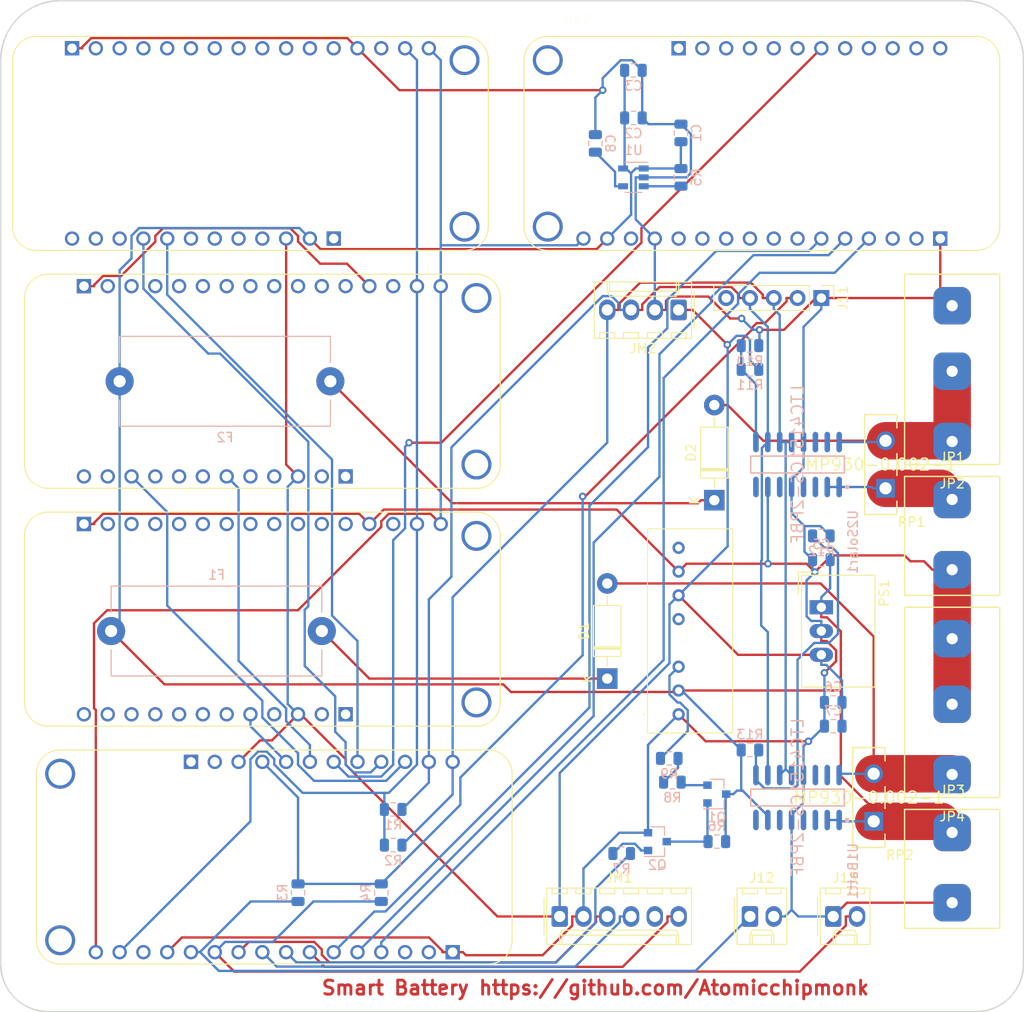
<source format=kicad_pcb>
(kicad_pcb (version 20171130) (host pcbnew 5.0.2+dfsg1-1)

  (general
    (thickness 1.6)
    (drawings 9)
    (tracks 516)
    (zones 0)
    (modules 47)
    (nets 143)
  )

  (page A4)
  (layers
    (0 F.Cu signal)
    (31 B.Cu signal)
    (32 B.Adhes user)
    (33 F.Adhes user)
    (34 B.Paste user)
    (35 F.Paste user)
    (36 B.SilkS user)
    (37 F.SilkS user)
    (38 B.Mask user)
    (39 F.Mask user)
    (40 Dwgs.User user)
    (41 Cmts.User user)
    (42 Eco1.User user)
    (43 Eco2.User user)
    (44 Edge.Cuts user)
    (45 Margin user)
    (46 B.CrtYd user)
    (47 F.CrtYd user)
    (48 B.Fab user)
    (49 F.Fab user)
  )

  (setup
    (last_trace_width 0.25)
    (trace_clearance 0.2)
    (zone_clearance 0.508)
    (zone_45_only no)
    (trace_min 0.2)
    (segment_width 0.2)
    (edge_width 0.15)
    (via_size 0.8)
    (via_drill 0.4)
    (via_min_size 0.4)
    (via_min_drill 0.3)
    (uvia_size 0.3)
    (uvia_drill 0.1)
    (uvias_allowed no)
    (uvia_min_size 0.2)
    (uvia_min_drill 0.1)
    (pcb_text_width 0.3)
    (pcb_text_size 1.5 1.5)
    (mod_edge_width 0.15)
    (mod_text_size 1 1)
    (mod_text_width 0.15)
    (pad_size 3.2 3.2)
    (pad_drill 2.5)
    (pad_to_mask_clearance 0.051)
    (solder_mask_min_width 0.25)
    (aux_axis_origin 0 0)
    (visible_elements FFFFFF7F)
    (pcbplotparams
      (layerselection 0x010fc_ffffffff)
      (usegerberextensions false)
      (usegerberattributes false)
      (usegerberadvancedattributes false)
      (creategerberjobfile false)
      (excludeedgelayer true)
      (linewidth 0.100000)
      (plotframeref false)
      (viasonmask false)
      (mode 1)
      (useauxorigin false)
      (hpglpennumber 1)
      (hpglpenspeed 20)
      (hpglpendiameter 15.000000)
      (psnegative false)
      (psa4output false)
      (plotreference true)
      (plotvalue true)
      (plotinvisibletext false)
      (padsonsilk false)
      (subtractmaskfromsilk false)
      (outputformat 1)
      (mirror false)
      (drillshape 0)
      (scaleselection 1)
      (outputdirectory "gerber/"))
  )

  (net 0 "")
  (net 1 +48V)
  (net 2 +24V)
  (net 3 GND)
  (net 4 /SCL)
  (net 5 /SDA)
  (net 6 "Net-(U2Solar1-Pad14)")
  (net 7 "Net-(U2Solar1-Pad15)")
  (net 8 "Net-(U2Solar1-Pad8)")
  (net 9 "Net-(U2Solar1-Pad6)")
  (net 10 "Net-(U2Solar1-Pad4)")
  (net 11 "Net-(U2Solar1-Pad3)")
  (net 12 "Net-(U1Batt1-Pad3)")
  (net 13 "Net-(U1Batt1-Pad4)")
  (net 14 "Net-(U1Batt1-Pad6)")
  (net 15 "Net-(U1Batt1-Pad8)")
  (net 16 "Net-(U1Batt1-Pad15)")
  (net 17 "Net-(U1Batt1-Pad14)")
  (net 18 "Net-(PS2-Pad3)")
  (net 19 "Net-(PS2-Pad5)")
  (net 20 +5V)
  (net 21 "Net-(PS2-Pad8)")
  (net 22 "Net-(U11-PadP2_1)")
  (net 23 "Net-(U11-PadP2_2)")
  (net 24 "Net-(U11-PadP2_4)")
  (net 25 /HTEN)
  (net 26 "Net-(U11-PadP2_6)")
  (net 27 "Net-(U11-PadP2_7)")
  (net 28 "Net-(U11-PadP2_8)")
  (net 29 "Net-(U11-PadP2_9)")
  (net 30 "Net-(U11-PadP2_10)")
  (net 31 "Net-(U11-PadP2_11)")
  (net 32 "Net-(U11-PadP2_12)")
  (net 33 "Net-(U11-PadP1_2)")
  (net 34 "Net-(U11-PadP1_3)")
  (net 35 "Net-(U11-PadP1_4)")
  (net 36 "Net-(U11-PadP1_5)")
  (net 37 "Net-(U11-PadP1_6)")
  (net 38 "Net-(U11-PadP1_7)")
  (net 39 "Net-(U11-PadP1_8)")
  (net 40 "Net-(U11-PadP1_9)")
  (net 41 "Net-(U11-PadP1_10)")
  (net 42 "Net-(U11-PadP1_11)")
  (net 43 "Net-(U11-PadP1_12)")
  (net 44 "Net-(U11-PadP1_14)")
  (net 45 +3V3)
  (net 46 /~RST)
  (net 47 "Net-(U13-PadP2_1)")
  (net 48 "Net-(U13-PadP2_2)")
  (net 49 "Net-(U13-PadP2_4)")
  (net 50 "Net-(U13-PadP2_5)")
  (net 51 /SSET)
  (net 52 "Net-(U13-PadP2_7)")
  (net 53 "Net-(U13-PadP2_8)")
  (net 54 "Net-(U13-PadP2_9)")
  (net 55 /SUSET)
  (net 56 "Net-(U13-PadP2_11)")
  (net 57 "Net-(U13-PadP2_12)")
  (net 58 "Net-(U13-PadP1_2)")
  (net 59 "Net-(U13-PadP1_3)")
  (net 60 "Net-(U13-PadP1_4)")
  (net 61 "Net-(U13-PadP1_5)")
  (net 62 "Net-(U13-PadP1_6)")
  (net 63 "Net-(U13-PadP1_7)")
  (net 64 "Net-(U13-PadP1_8)")
  (net 65 "Net-(U13-PadP1_9)")
  (net 66 "Net-(U13-PadP1_10)")
  (net 67 "Net-(U13-PadP1_11)")
  (net 68 "Net-(U13-PadP1_12)")
  (net 69 "Net-(U13-PadP1_14)")
  (net 70 "Net-(U14-PadP1_14)")
  (net 71 "Net-(U14-PadP1_12)")
  (net 72 "Net-(U14-PadP1_11)")
  (net 73 "Net-(U14-PadP1_10)")
  (net 74 "Net-(U14-PadP1_9)")
  (net 75 "Net-(U14-PadP1_8)")
  (net 76 "Net-(U14-PadP1_7)")
  (net 77 "Net-(U14-PadP1_6)")
  (net 78 "Net-(U14-PadP1_5)")
  (net 79 "Net-(U14-PadP1_4)")
  (net 80 "Net-(U14-PadP1_3)")
  (net 81 "Net-(U14-PadP1_2)")
  (net 82 "Net-(U14-PadP2_12)")
  (net 83 "Net-(U14-PadP2_11)")
  (net 84 "Net-(U14-PadP2_10)")
  (net 85 /PSET)
  (net 86 /PUSET)
  (net 87 "Net-(U14-PadP2_7)")
  (net 88 "Net-(U14-PadP2_6)")
  (net 89 "Net-(U14-PadP2_5)")
  (net 90 "Net-(U14-PadP2_4)")
  (net 91 /VBAT)
  (net 92 /VPIN)
  (net 93 /ENCS)
  (net 94 /TX)
  (net 95 /RX)
  (net 96 /MISO)
  (net 97 /MOSI)
  (net 98 /SCK)
  (net 99 /THBAT)
  (net 100 /THHTR)
  (net 101 /AREF)
  (net 102 "Net-(U12-PadP2_1)")
  (net 103 "Net-(U12-PadP2_2)")
  (net 104 "Net-(U12-PadP2_4)")
  (net 105 "Net-(U12-PadP2_5)")
  (net 106 "Net-(U12-PadP2_6)")
  (net 107 "Net-(U12-PadP2_8)")
  (net 108 "Net-(U12-PadP2_9)")
  (net 109 "Net-(U12-PadP2_10)")
  (net 110 "Net-(U12-PadP2_11)")
  (net 111 "Net-(U12-PadP2_12)")
  (net 112 "Net-(U12-PadP1_2)")
  (net 113 "Net-(U12-PadP1_3)")
  (net 114 "Net-(U12-PadP1_7)")
  (net 115 "Net-(U12-PadP1_8)")
  (net 116 "Net-(U12-PadP1_9)")
  (net 117 "Net-(U12-PadP1_10)")
  (net 118 "Net-(U12-PadP1_11)")
  (net 119 "Net-(U12-PadP1_12)")
  (net 120 "Net-(U12-PadP1_14)")
  (net 121 "Net-(Q2-Pad1)")
  (net 122 "Net-(R5-Pad1)")
  (net 123 "Net-(Q1-Pad1)")
  (net 124 "Net-(R8-Pad1)")
  (net 125 "Net-(Q1-Pad2)")
  (net 126 "Net-(J11-Pad5)")
  (net 127 "Net-(U14-PadP2_1)")
  (net 128 "Net-(U10-PadP2_2)")
  (net 129 /RBEN)
  (net 130 /48VEN)
  (net 131 /RBTX)
  (net 132 /RBRX)
  (net 133 "Net-(U12-PadP2_3)")
  (net 134 "Net-(JM1-Pad5)")
  (net 135 "Net-(D2-Pad1)")
  (net 136 "Net-(D1-Pad2)")
  (net 137 "Net-(D2-Pad2)")
  (net 138 "Net-(R10-Pad1)")
  (net 139 "Net-(R12-Pad1)")
  (net 140 "Net-(U13-PadP1_1)")
  (net 141 "Net-(C8-Pad1)")
  (net 142 "Net-(D1-Pad1)")

  (net_class Default "This is the default net class."
    (clearance 0.2)
    (trace_width 0.25)
    (via_dia 0.8)
    (via_drill 0.4)
    (uvia_dia 0.3)
    (uvia_drill 0.1)
    (add_net +24V)
    (add_net +3V3)
    (add_net +48V)
    (add_net +5V)
    (add_net /48VEN)
    (add_net /AREF)
    (add_net /ENCS)
    (add_net /HTEN)
    (add_net /MISO)
    (add_net /MOSI)
    (add_net /PSET)
    (add_net /PUSET)
    (add_net /RBEN)
    (add_net /RBRX)
    (add_net /RBTX)
    (add_net /RX)
    (add_net /SCK)
    (add_net /SCL)
    (add_net /SDA)
    (add_net /SSET)
    (add_net /SUSET)
    (add_net /THBAT)
    (add_net /THHTR)
    (add_net /TX)
    (add_net /VBAT)
    (add_net /VPIN)
    (add_net /~RST)
    (add_net GND)
    (add_net "Net-(C8-Pad1)")
    (add_net "Net-(D1-Pad1)")
    (add_net "Net-(D1-Pad2)")
    (add_net "Net-(D2-Pad1)")
    (add_net "Net-(D2-Pad2)")
    (add_net "Net-(J11-Pad5)")
    (add_net "Net-(JM1-Pad5)")
    (add_net "Net-(PS2-Pad3)")
    (add_net "Net-(PS2-Pad5)")
    (add_net "Net-(PS2-Pad8)")
    (add_net "Net-(Q1-Pad1)")
    (add_net "Net-(Q1-Pad2)")
    (add_net "Net-(Q2-Pad1)")
    (add_net "Net-(R10-Pad1)")
    (add_net "Net-(R12-Pad1)")
    (add_net "Net-(R5-Pad1)")
    (add_net "Net-(R8-Pad1)")
    (add_net "Net-(U10-PadP2_2)")
    (add_net "Net-(U11-PadP1_10)")
    (add_net "Net-(U11-PadP1_11)")
    (add_net "Net-(U11-PadP1_12)")
    (add_net "Net-(U11-PadP1_14)")
    (add_net "Net-(U11-PadP1_2)")
    (add_net "Net-(U11-PadP1_3)")
    (add_net "Net-(U11-PadP1_4)")
    (add_net "Net-(U11-PadP1_5)")
    (add_net "Net-(U11-PadP1_6)")
    (add_net "Net-(U11-PadP1_7)")
    (add_net "Net-(U11-PadP1_8)")
    (add_net "Net-(U11-PadP1_9)")
    (add_net "Net-(U11-PadP2_1)")
    (add_net "Net-(U11-PadP2_10)")
    (add_net "Net-(U11-PadP2_11)")
    (add_net "Net-(U11-PadP2_12)")
    (add_net "Net-(U11-PadP2_2)")
    (add_net "Net-(U11-PadP2_4)")
    (add_net "Net-(U11-PadP2_6)")
    (add_net "Net-(U11-PadP2_7)")
    (add_net "Net-(U11-PadP2_8)")
    (add_net "Net-(U11-PadP2_9)")
    (add_net "Net-(U12-PadP1_10)")
    (add_net "Net-(U12-PadP1_11)")
    (add_net "Net-(U12-PadP1_12)")
    (add_net "Net-(U12-PadP1_14)")
    (add_net "Net-(U12-PadP1_2)")
    (add_net "Net-(U12-PadP1_3)")
    (add_net "Net-(U12-PadP1_7)")
    (add_net "Net-(U12-PadP1_8)")
    (add_net "Net-(U12-PadP1_9)")
    (add_net "Net-(U12-PadP2_1)")
    (add_net "Net-(U12-PadP2_10)")
    (add_net "Net-(U12-PadP2_11)")
    (add_net "Net-(U12-PadP2_12)")
    (add_net "Net-(U12-PadP2_2)")
    (add_net "Net-(U12-PadP2_3)")
    (add_net "Net-(U12-PadP2_4)")
    (add_net "Net-(U12-PadP2_5)")
    (add_net "Net-(U12-PadP2_6)")
    (add_net "Net-(U12-PadP2_8)")
    (add_net "Net-(U12-PadP2_9)")
    (add_net "Net-(U13-PadP1_1)")
    (add_net "Net-(U13-PadP1_10)")
    (add_net "Net-(U13-PadP1_11)")
    (add_net "Net-(U13-PadP1_12)")
    (add_net "Net-(U13-PadP1_14)")
    (add_net "Net-(U13-PadP1_2)")
    (add_net "Net-(U13-PadP1_3)")
    (add_net "Net-(U13-PadP1_4)")
    (add_net "Net-(U13-PadP1_5)")
    (add_net "Net-(U13-PadP1_6)")
    (add_net "Net-(U13-PadP1_7)")
    (add_net "Net-(U13-PadP1_8)")
    (add_net "Net-(U13-PadP1_9)")
    (add_net "Net-(U13-PadP2_1)")
    (add_net "Net-(U13-PadP2_11)")
    (add_net "Net-(U13-PadP2_12)")
    (add_net "Net-(U13-PadP2_2)")
    (add_net "Net-(U13-PadP2_4)")
    (add_net "Net-(U13-PadP2_5)")
    (add_net "Net-(U13-PadP2_7)")
    (add_net "Net-(U13-PadP2_8)")
    (add_net "Net-(U13-PadP2_9)")
    (add_net "Net-(U14-PadP1_10)")
    (add_net "Net-(U14-PadP1_11)")
    (add_net "Net-(U14-PadP1_12)")
    (add_net "Net-(U14-PadP1_14)")
    (add_net "Net-(U14-PadP1_2)")
    (add_net "Net-(U14-PadP1_3)")
    (add_net "Net-(U14-PadP1_4)")
    (add_net "Net-(U14-PadP1_5)")
    (add_net "Net-(U14-PadP1_6)")
    (add_net "Net-(U14-PadP1_7)")
    (add_net "Net-(U14-PadP1_8)")
    (add_net "Net-(U14-PadP1_9)")
    (add_net "Net-(U14-PadP2_1)")
    (add_net "Net-(U14-PadP2_10)")
    (add_net "Net-(U14-PadP2_11)")
    (add_net "Net-(U14-PadP2_12)")
    (add_net "Net-(U14-PadP2_4)")
    (add_net "Net-(U14-PadP2_5)")
    (add_net "Net-(U14-PadP2_6)")
    (add_net "Net-(U14-PadP2_7)")
    (add_net "Net-(U1Batt1-Pad14)")
    (add_net "Net-(U1Batt1-Pad15)")
    (add_net "Net-(U1Batt1-Pad3)")
    (add_net "Net-(U1Batt1-Pad4)")
    (add_net "Net-(U1Batt1-Pad6)")
    (add_net "Net-(U1Batt1-Pad8)")
    (add_net "Net-(U2Solar1-Pad14)")
    (add_net "Net-(U2Solar1-Pad15)")
    (add_net "Net-(U2Solar1-Pad3)")
    (add_net "Net-(U2Solar1-Pad4)")
    (add_net "Net-(U2Solar1-Pad6)")
    (add_net "Net-(U2Solar1-Pad8)")
  )

  (module Capacitor_SMD:C_0805_2012Metric (layer B.Cu) (tedit 5B36C52B) (tstamp 60615101)
    (at 109.22 74.93 180)
    (descr "Capacitor SMD 0805 (2012 Metric), square (rectangular) end terminal, IPC_7351 nominal, (Body size source: https://docs.google.com/spreadsheets/d/1BsfQQcO9C6DZCsRaXUlFlo91Tg2WpOkGARC1WS5S8t0/edit?usp=sharing), generated with kicad-footprint-generator")
    (tags capacitor)
    (path /603214D7)
    (attr smd)
    (fp_text reference C5 (at 0 1.65 180) (layer B.SilkS)
      (effects (font (size 1 1) (thickness 0.15)) (justify mirror))
    )
    (fp_text value C10uF (at 0 -1.65 180) (layer B.Fab)
      (effects (font (size 1 1) (thickness 0.15)) (justify mirror))
    )
    (fp_text user %R (at 0 0 180) (layer B.Fab)
      (effects (font (size 0.5 0.5) (thickness 0.08)) (justify mirror))
    )
    (fp_line (start 1.68 -0.95) (end -1.68 -0.95) (layer B.CrtYd) (width 0.05))
    (fp_line (start 1.68 0.95) (end 1.68 -0.95) (layer B.CrtYd) (width 0.05))
    (fp_line (start -1.68 0.95) (end 1.68 0.95) (layer B.CrtYd) (width 0.05))
    (fp_line (start -1.68 -0.95) (end -1.68 0.95) (layer B.CrtYd) (width 0.05))
    (fp_line (start -0.258578 -0.71) (end 0.258578 -0.71) (layer B.SilkS) (width 0.12))
    (fp_line (start -0.258578 0.71) (end 0.258578 0.71) (layer B.SilkS) (width 0.12))
    (fp_line (start 1 -0.6) (end -1 -0.6) (layer B.Fab) (width 0.1))
    (fp_line (start 1 0.6) (end 1 -0.6) (layer B.Fab) (width 0.1))
    (fp_line (start -1 0.6) (end 1 0.6) (layer B.Fab) (width 0.1))
    (fp_line (start -1 -0.6) (end -1 0.6) (layer B.Fab) (width 0.1))
    (pad 2 smd roundrect (at 0.9375 0 180) (size 0.975 1.4) (layers B.Cu B.Paste B.Mask) (roundrect_rratio 0.25)
      (net 3 GND))
    (pad 1 smd roundrect (at -0.9375 0 180) (size 0.975 1.4) (layers B.Cu B.Paste B.Mask) (roundrect_rratio 0.25)
      (net 1 +48V))
    (model ${KISYS3DMOD}/Capacitor_SMD.3dshapes/C_0805_2012Metric.wrl
      (at (xyz 0 0 0))
      (scale (xyz 1 1 1))
      (rotate (xyz 0 0 0))
    )
  )

  (module Capacitor_SMD:C_0805_2012Metric (layer B.Cu) (tedit 5B36C52B) (tstamp 606150F0)
    (at 110.49 90.17 180)
    (descr "Capacitor SMD 0805 (2012 Metric), square (rectangular) end terminal, IPC_7351 nominal, (Body size source: https://docs.google.com/spreadsheets/d/1BsfQQcO9C6DZCsRaXUlFlo91Tg2WpOkGARC1WS5S8t0/edit?usp=sharing), generated with kicad-footprint-generator")
    (tags capacitor)
    (path /60341E76)
    (attr smd)
    (fp_text reference C6 (at 0 1.65 180) (layer B.SilkS)
      (effects (font (size 1 1) (thickness 0.15)) (justify mirror))
    )
    (fp_text value C10uF (at 0 -1.65 180) (layer B.Fab)
      (effects (font (size 1 1) (thickness 0.15)) (justify mirror))
    )
    (fp_line (start -1 -0.6) (end -1 0.6) (layer B.Fab) (width 0.1))
    (fp_line (start -1 0.6) (end 1 0.6) (layer B.Fab) (width 0.1))
    (fp_line (start 1 0.6) (end 1 -0.6) (layer B.Fab) (width 0.1))
    (fp_line (start 1 -0.6) (end -1 -0.6) (layer B.Fab) (width 0.1))
    (fp_line (start -0.258578 0.71) (end 0.258578 0.71) (layer B.SilkS) (width 0.12))
    (fp_line (start -0.258578 -0.71) (end 0.258578 -0.71) (layer B.SilkS) (width 0.12))
    (fp_line (start -1.68 -0.95) (end -1.68 0.95) (layer B.CrtYd) (width 0.05))
    (fp_line (start -1.68 0.95) (end 1.68 0.95) (layer B.CrtYd) (width 0.05))
    (fp_line (start 1.68 0.95) (end 1.68 -0.95) (layer B.CrtYd) (width 0.05))
    (fp_line (start 1.68 -0.95) (end -1.68 -0.95) (layer B.CrtYd) (width 0.05))
    (fp_text user %R (at 0 0 180) (layer B.Fab)
      (effects (font (size 0.5 0.5) (thickness 0.08)) (justify mirror))
    )
    (pad 1 smd roundrect (at -0.9375 0 180) (size 0.975 1.4) (layers B.Cu B.Paste B.Mask) (roundrect_rratio 0.25)
      (net 20 +5V))
    (pad 2 smd roundrect (at 0.9375 0 180) (size 0.975 1.4) (layers B.Cu B.Paste B.Mask) (roundrect_rratio 0.25)
      (net 3 GND))
    (model ${KISYS3DMOD}/Capacitor_SMD.3dshapes/C_0805_2012Metric.wrl
      (at (xyz 0 0 0))
      (scale (xyz 1 1 1))
      (rotate (xyz 0 0 0))
    )
  )

  (module Capacitor_SMD:C_0805_2012Metric (layer B.Cu) (tedit 5B36C52B) (tstamp 606150DF)
    (at 110.49 92.71 180)
    (descr "Capacitor SMD 0805 (2012 Metric), square (rectangular) end terminal, IPC_7351 nominal, (Body size source: https://docs.google.com/spreadsheets/d/1BsfQQcO9C6DZCsRaXUlFlo91Tg2WpOkGARC1WS5S8t0/edit?usp=sharing), generated with kicad-footprint-generator")
    (tags capacitor)
    (path /6034D61E)
    (attr smd)
    (fp_text reference C7 (at 0 1.65 180) (layer B.SilkS)
      (effects (font (size 1 1) (thickness 0.15)) (justify mirror))
    )
    (fp_text value C10uF (at 0 -1.65 180) (layer B.Fab)
      (effects (font (size 1 1) (thickness 0.15)) (justify mirror))
    )
    (fp_text user %R (at 0 0 180) (layer B.Fab)
      (effects (font (size 0.5 0.5) (thickness 0.08)) (justify mirror))
    )
    (fp_line (start 1.68 -0.95) (end -1.68 -0.95) (layer B.CrtYd) (width 0.05))
    (fp_line (start 1.68 0.95) (end 1.68 -0.95) (layer B.CrtYd) (width 0.05))
    (fp_line (start -1.68 0.95) (end 1.68 0.95) (layer B.CrtYd) (width 0.05))
    (fp_line (start -1.68 -0.95) (end -1.68 0.95) (layer B.CrtYd) (width 0.05))
    (fp_line (start -0.258578 -0.71) (end 0.258578 -0.71) (layer B.SilkS) (width 0.12))
    (fp_line (start -0.258578 0.71) (end 0.258578 0.71) (layer B.SilkS) (width 0.12))
    (fp_line (start 1 -0.6) (end -1 -0.6) (layer B.Fab) (width 0.1))
    (fp_line (start 1 0.6) (end 1 -0.6) (layer B.Fab) (width 0.1))
    (fp_line (start -1 0.6) (end 1 0.6) (layer B.Fab) (width 0.1))
    (fp_line (start -1 -0.6) (end -1 0.6) (layer B.Fab) (width 0.1))
    (pad 2 smd roundrect (at 0.9375 0 180) (size 0.975 1.4) (layers B.Cu B.Paste B.Mask) (roundrect_rratio 0.25)
      (net 3 GND))
    (pad 1 smd roundrect (at -0.9375 0 180) (size 0.975 1.4) (layers B.Cu B.Paste B.Mask) (roundrect_rratio 0.25)
      (net 20 +5V))
    (model ${KISYS3DMOD}/Capacitor_SMD.3dshapes/C_0805_2012Metric.wrl
      (at (xyz 0 0 0))
      (scale (xyz 1 1 1))
      (rotate (xyz 0 0 0))
    )
  )

  (module Capacitor_SMD:C_0805_2012Metric (layer B.Cu) (tedit 5B36C52B) (tstamp 606150CE)
    (at 85.09 30.48 90)
    (descr "Capacitor SMD 0805 (2012 Metric), square (rectangular) end terminal, IPC_7351 nominal, (Body size source: https://docs.google.com/spreadsheets/d/1BsfQQcO9C6DZCsRaXUlFlo91Tg2WpOkGARC1WS5S8t0/edit?usp=sharing), generated with kicad-footprint-generator")
    (tags capacitor)
    (path /60365BA2)
    (attr smd)
    (fp_text reference C8 (at 0 1.65 90) (layer B.SilkS)
      (effects (font (size 1 1) (thickness 0.15)) (justify mirror))
    )
    (fp_text value C10nF (at 0 -1.65 90) (layer B.Fab)
      (effects (font (size 1 1) (thickness 0.15)) (justify mirror))
    )
    (fp_line (start -1 -0.6) (end -1 0.6) (layer B.Fab) (width 0.1))
    (fp_line (start -1 0.6) (end 1 0.6) (layer B.Fab) (width 0.1))
    (fp_line (start 1 0.6) (end 1 -0.6) (layer B.Fab) (width 0.1))
    (fp_line (start 1 -0.6) (end -1 -0.6) (layer B.Fab) (width 0.1))
    (fp_line (start -0.258578 0.71) (end 0.258578 0.71) (layer B.SilkS) (width 0.12))
    (fp_line (start -0.258578 -0.71) (end 0.258578 -0.71) (layer B.SilkS) (width 0.12))
    (fp_line (start -1.68 -0.95) (end -1.68 0.95) (layer B.CrtYd) (width 0.05))
    (fp_line (start -1.68 0.95) (end 1.68 0.95) (layer B.CrtYd) (width 0.05))
    (fp_line (start 1.68 0.95) (end 1.68 -0.95) (layer B.CrtYd) (width 0.05))
    (fp_line (start 1.68 -0.95) (end -1.68 -0.95) (layer B.CrtYd) (width 0.05))
    (fp_text user %R (at 0 0 90) (layer B.Fab)
      (effects (font (size 0.5 0.5) (thickness 0.08)) (justify mirror))
    )
    (pad 1 smd roundrect (at -0.9375 0 90) (size 0.975 1.4) (layers B.Cu B.Paste B.Mask) (roundrect_rratio 0.25)
      (net 141 "Net-(C8-Pad1)"))
    (pad 2 smd roundrect (at 0.9375 0 90) (size 0.975 1.4) (layers B.Cu B.Paste B.Mask) (roundrect_rratio 0.25)
      (net 3 GND))
    (model ${KISYS3DMOD}/Capacitor_SMD.3dshapes/C_0805_2012Metric.wrl
      (at (xyz 0 0 0))
      (scale (xyz 1 1 1))
      (rotate (xyz 0 0 0))
    )
  )

  (module Fuse:Fuseholder_Cylinder-5x20mm_Schurter_0031_8201_Horizontal_Open (layer B.Cu) (tedit 5A1C8BA4) (tstamp 60614E81)
    (at 34.29 55.88)
    (descr http://www.schurter.com/var/schurter/storage/ilcatalogue/files/document/datasheet/en/pdf/typ_OGN.pdf)
    (tags "Fuseholder horizontal open 5x20 Schurter 0031.8201")
    (path /6031234C)
    (fp_text reference F2 (at 11.25 6) (layer B.SilkS)
      (effects (font (size 1 1) (thickness 0.15)) (justify mirror))
    )
    (fp_text value Fuse_Small (at 11.25 -6) (layer B.Fab)
      (effects (font (size 1 1) (thickness 0.15)) (justify mirror))
    )
    (fp_arc (start 0 0) (end -0.25 -1.95) (angle -165.3) (layer B.CrtYd) (width 0.05))
    (fp_arc (start 22.5 0) (end 22.75 1.95) (angle -165.3) (layer B.CrtYd) (width 0.05))
    (fp_line (start 0 -4.8) (end 0 -2) (layer B.SilkS) (width 0.12))
    (fp_line (start 22.75 -1.95) (end 22.75 -5.05) (layer B.CrtYd) (width 0.05))
    (fp_line (start 22.75 1.95) (end 22.75 5.05) (layer B.CrtYd) (width 0.05))
    (fp_line (start -0.25 1.95) (end -0.25 5.05) (layer B.CrtYd) (width 0.05))
    (fp_line (start 0 -4.8) (end 22.5 -4.8) (layer B.SilkS) (width 0.12))
    (fp_line (start -0.25 5.05) (end 22.75 5.05) (layer B.CrtYd) (width 0.05))
    (fp_line (start 22.75 -5.05) (end -0.25 -5.05) (layer B.CrtYd) (width 0.05))
    (fp_line (start 0 4.8) (end 22.5 4.8) (layer B.SilkS) (width 0.12))
    (fp_line (start 0 2) (end 0 4.8) (layer B.SilkS) (width 0.12))
    (fp_line (start 22.5 2) (end 22.5 4.8) (layer B.SilkS) (width 0.12))
    (fp_line (start 22.5 -4.8) (end 22.5 -2) (layer B.SilkS) (width 0.12))
    (fp_line (start -0.25 -5.05) (end -0.25 -1.95) (layer B.CrtYd) (width 0.05))
    (fp_line (start 22.4 4.7) (end 0.1 4.7) (layer B.Fab) (width 0.1))
    (fp_line (start 22.4 -4.7) (end 22.4 4.7) (layer B.Fab) (width 0.1))
    (fp_line (start 0.1 -4.7) (end 22.4 -4.7) (layer B.Fab) (width 0.1))
    (fp_line (start 0.1 4.7) (end 0.1 -4.7) (layer B.Fab) (width 0.1))
    (fp_text user %R (at 11.25 -4) (layer B.Fab)
      (effects (font (size 1 1) (thickness 0.15)) (justify mirror))
    )
    (pad "" np_thru_hole circle (at 11.25 0) (size 2.7 2.7) (drill 2.7) (layers *.Cu *.Mask))
    (pad 2 thru_hole circle (at 22.5 0) (size 3 3) (drill 1.3) (layers *.Cu *.Mask)
      (net 135 "Net-(D2-Pad1)"))
    (pad 1 thru_hole circle (at 0 0) (size 3 3) (drill 1.3) (layers *.Cu *.Mask)
      (net 1 +48V))
    (model ${KISYS3DMOD}/Fuse.3dshapes/Fuseholder_Cylinder-5x20mm_Schurter_0031_8201_Horizontal_Open.wrl
      (at (xyz 0 0 0))
      (scale (xyz 1 1 1))
      (rotate (xyz 0 0 0))
    )
  )

  (module Fuse:Fuseholder_Cylinder-5x20mm_Schurter_0031_8201_Horizontal_Open (layer B.Cu) (tedit 5A1C8BA4) (tstamp 60614E67)
    (at 55.88 82.55 180)
    (descr http://www.schurter.com/var/schurter/storage/ilcatalogue/files/document/datasheet/en/pdf/typ_OGN.pdf)
    (tags "Fuseholder horizontal open 5x20 Schurter 0031.8201")
    (path /60316340)
    (fp_text reference F1 (at 11.25 6 180) (layer B.SilkS)
      (effects (font (size 1 1) (thickness 0.15)) (justify mirror))
    )
    (fp_text value Fuse_Small (at 11.25 -6 180) (layer B.Fab)
      (effects (font (size 1 1) (thickness 0.15)) (justify mirror))
    )
    (fp_text user %R (at 11.25 -4 180) (layer B.Fab)
      (effects (font (size 1 1) (thickness 0.15)) (justify mirror))
    )
    (fp_line (start 0.1 4.7) (end 0.1 -4.7) (layer B.Fab) (width 0.1))
    (fp_line (start 0.1 -4.7) (end 22.4 -4.7) (layer B.Fab) (width 0.1))
    (fp_line (start 22.4 -4.7) (end 22.4 4.7) (layer B.Fab) (width 0.1))
    (fp_line (start 22.4 4.7) (end 0.1 4.7) (layer B.Fab) (width 0.1))
    (fp_line (start -0.25 -5.05) (end -0.25 -1.95) (layer B.CrtYd) (width 0.05))
    (fp_line (start 22.5 -4.8) (end 22.5 -2) (layer B.SilkS) (width 0.12))
    (fp_line (start 22.5 2) (end 22.5 4.8) (layer B.SilkS) (width 0.12))
    (fp_line (start 0 2) (end 0 4.8) (layer B.SilkS) (width 0.12))
    (fp_line (start 0 4.8) (end 22.5 4.8) (layer B.SilkS) (width 0.12))
    (fp_line (start 22.75 -5.05) (end -0.25 -5.05) (layer B.CrtYd) (width 0.05))
    (fp_line (start -0.25 5.05) (end 22.75 5.05) (layer B.CrtYd) (width 0.05))
    (fp_line (start 0 -4.8) (end 22.5 -4.8) (layer B.SilkS) (width 0.12))
    (fp_line (start -0.25 1.95) (end -0.25 5.05) (layer B.CrtYd) (width 0.05))
    (fp_line (start 22.75 1.95) (end 22.75 5.05) (layer B.CrtYd) (width 0.05))
    (fp_line (start 22.75 -1.95) (end 22.75 -5.05) (layer B.CrtYd) (width 0.05))
    (fp_line (start 0 -4.8) (end 0 -2) (layer B.SilkS) (width 0.12))
    (fp_arc (start 22.5 0) (end 22.75 1.95) (angle -165.3) (layer B.CrtYd) (width 0.05))
    (fp_arc (start 0 0) (end -0.25 -1.95) (angle -165.3) (layer B.CrtYd) (width 0.05))
    (pad 1 thru_hole circle (at 0 0 180) (size 3 3) (drill 1.3) (layers *.Cu *.Mask)
      (net 142 "Net-(D1-Pad1)"))
    (pad 2 thru_hole circle (at 22.5 0 180) (size 3 3) (drill 1.3) (layers *.Cu *.Mask)
      (net 1 +48V))
    (pad "" np_thru_hole circle (at 11.25 0 180) (size 2.7 2.7) (drill 2.7) (layers *.Cu *.Mask))
    (model ${KISYS3DMOD}/Fuse.3dshapes/Fuseholder_Cylinder-5x20mm_Schurter_0031_8201_Horizontal_Open.wrl
      (at (xyz 0 0 0))
      (scale (xyz 1 1 1))
      (rotate (xyz 0 0 0))
    )
  )

  (module Resistor_SMD:R_0805_2012Metric (layer B.Cu) (tedit 5B36C52B) (tstamp 60614CB5)
    (at 101.6 52.07)
    (descr "Resistor SMD 0805 (2012 Metric), square (rectangular) end terminal, IPC_7351 nominal, (Body size source: https://docs.google.com/spreadsheets/d/1BsfQQcO9C6DZCsRaXUlFlo91Tg2WpOkGARC1WS5S8t0/edit?usp=sharing), generated with kicad-footprint-generator")
    (tags resistor)
    (path /603D3CF8)
    (attr smd)
    (fp_text reference R10 (at 0 1.65) (layer B.SilkS)
      (effects (font (size 1 1) (thickness 0.15)) (justify mirror))
    )
    (fp_text value 3.3K (at 0 -1.65) (layer B.Fab)
      (effects (font (size 1 1) (thickness 0.15)) (justify mirror))
    )
    (fp_text user %R (at 0 0) (layer B.Fab)
      (effects (font (size 0.5 0.5) (thickness 0.08)) (justify mirror))
    )
    (fp_line (start 1.68 -0.95) (end -1.68 -0.95) (layer B.CrtYd) (width 0.05))
    (fp_line (start 1.68 0.95) (end 1.68 -0.95) (layer B.CrtYd) (width 0.05))
    (fp_line (start -1.68 0.95) (end 1.68 0.95) (layer B.CrtYd) (width 0.05))
    (fp_line (start -1.68 -0.95) (end -1.68 0.95) (layer B.CrtYd) (width 0.05))
    (fp_line (start -0.258578 -0.71) (end 0.258578 -0.71) (layer B.SilkS) (width 0.12))
    (fp_line (start -0.258578 0.71) (end 0.258578 0.71) (layer B.SilkS) (width 0.12))
    (fp_line (start 1 -0.6) (end -1 -0.6) (layer B.Fab) (width 0.1))
    (fp_line (start 1 0.6) (end 1 -0.6) (layer B.Fab) (width 0.1))
    (fp_line (start -1 0.6) (end 1 0.6) (layer B.Fab) (width 0.1))
    (fp_line (start -1 -0.6) (end -1 0.6) (layer B.Fab) (width 0.1))
    (pad 2 smd roundrect (at 0.9375 0) (size 0.975 1.4) (layers B.Cu B.Paste B.Mask) (roundrect_rratio 0.25)
      (net 3 GND))
    (pad 1 smd roundrect (at -0.9375 0) (size 0.975 1.4) (layers B.Cu B.Paste B.Mask) (roundrect_rratio 0.25)
      (net 138 "Net-(R10-Pad1)"))
    (model ${KISYS3DMOD}/Resistor_SMD.3dshapes/R_0805_2012Metric.wrl
      (at (xyz 0 0 0))
      (scale (xyz 1 1 1))
      (rotate (xyz 0 0 0))
    )
  )

  (module Resistor_SMD:R_0805_2012Metric (layer B.Cu) (tedit 5B36C52B) (tstamp 60614CA4)
    (at 101.6 54.61)
    (descr "Resistor SMD 0805 (2012 Metric), square (rectangular) end terminal, IPC_7351 nominal, (Body size source: https://docs.google.com/spreadsheets/d/1BsfQQcO9C6DZCsRaXUlFlo91Tg2WpOkGARC1WS5S8t0/edit?usp=sharing), generated with kicad-footprint-generator")
    (tags resistor)
    (path /603D373E)
    (attr smd)
    (fp_text reference R11 (at 0 1.65) (layer B.SilkS)
      (effects (font (size 1 1) (thickness 0.15)) (justify mirror))
    )
    (fp_text value R6.8k (at 0 -1.65) (layer B.Fab)
      (effects (font (size 1 1) (thickness 0.15)) (justify mirror))
    )
    (fp_line (start -1 -0.6) (end -1 0.6) (layer B.Fab) (width 0.1))
    (fp_line (start -1 0.6) (end 1 0.6) (layer B.Fab) (width 0.1))
    (fp_line (start 1 0.6) (end 1 -0.6) (layer B.Fab) (width 0.1))
    (fp_line (start 1 -0.6) (end -1 -0.6) (layer B.Fab) (width 0.1))
    (fp_line (start -0.258578 0.71) (end 0.258578 0.71) (layer B.SilkS) (width 0.12))
    (fp_line (start -0.258578 -0.71) (end 0.258578 -0.71) (layer B.SilkS) (width 0.12))
    (fp_line (start -1.68 -0.95) (end -1.68 0.95) (layer B.CrtYd) (width 0.05))
    (fp_line (start -1.68 0.95) (end 1.68 0.95) (layer B.CrtYd) (width 0.05))
    (fp_line (start 1.68 0.95) (end 1.68 -0.95) (layer B.CrtYd) (width 0.05))
    (fp_line (start 1.68 -0.95) (end -1.68 -0.95) (layer B.CrtYd) (width 0.05))
    (fp_text user %R (at 0 0) (layer B.Fab)
      (effects (font (size 0.5 0.5) (thickness 0.08)) (justify mirror))
    )
    (pad 1 smd roundrect (at -0.9375 0) (size 0.975 1.4) (layers B.Cu B.Paste B.Mask) (roundrect_rratio 0.25)
      (net 138 "Net-(R10-Pad1)"))
    (pad 2 smd roundrect (at 0.9375 0) (size 0.975 1.4) (layers B.Cu B.Paste B.Mask) (roundrect_rratio 0.25)
      (net 20 +5V))
    (model ${KISYS3DMOD}/Resistor_SMD.3dshapes/R_0805_2012Metric.wrl
      (at (xyz 0 0 0))
      (scale (xyz 1 1 1))
      (rotate (xyz 0 0 0))
    )
  )

  (module Resistor_SMD:R_0805_2012Metric (layer B.Cu) (tedit 5B36C52B) (tstamp 60614C93)
    (at 109.22 72.39)
    (descr "Resistor SMD 0805 (2012 Metric), square (rectangular) end terminal, IPC_7351 nominal, (Body size source: https://docs.google.com/spreadsheets/d/1BsfQQcO9C6DZCsRaXUlFlo91Tg2WpOkGARC1WS5S8t0/edit?usp=sharing), generated with kicad-footprint-generator")
    (tags resistor)
    (path /60405689)
    (attr smd)
    (fp_text reference R12 (at 0 1.65) (layer B.SilkS)
      (effects (font (size 1 1) (thickness 0.15)) (justify mirror))
    )
    (fp_text value 3.3K (at 0 -1.65) (layer B.Fab)
      (effects (font (size 1 1) (thickness 0.15)) (justify mirror))
    )
    (fp_text user %R (at 0 0) (layer B.Fab)
      (effects (font (size 0.5 0.5) (thickness 0.08)) (justify mirror))
    )
    (fp_line (start 1.68 -0.95) (end -1.68 -0.95) (layer B.CrtYd) (width 0.05))
    (fp_line (start 1.68 0.95) (end 1.68 -0.95) (layer B.CrtYd) (width 0.05))
    (fp_line (start -1.68 0.95) (end 1.68 0.95) (layer B.CrtYd) (width 0.05))
    (fp_line (start -1.68 -0.95) (end -1.68 0.95) (layer B.CrtYd) (width 0.05))
    (fp_line (start -0.258578 -0.71) (end 0.258578 -0.71) (layer B.SilkS) (width 0.12))
    (fp_line (start -0.258578 0.71) (end 0.258578 0.71) (layer B.SilkS) (width 0.12))
    (fp_line (start 1 -0.6) (end -1 -0.6) (layer B.Fab) (width 0.1))
    (fp_line (start 1 0.6) (end 1 -0.6) (layer B.Fab) (width 0.1))
    (fp_line (start -1 0.6) (end 1 0.6) (layer B.Fab) (width 0.1))
    (fp_line (start -1 -0.6) (end -1 0.6) (layer B.Fab) (width 0.1))
    (pad 2 smd roundrect (at 0.9375 0) (size 0.975 1.4) (layers B.Cu B.Paste B.Mask) (roundrect_rratio 0.25)
      (net 3 GND))
    (pad 1 smd roundrect (at -0.9375 0) (size 0.975 1.4) (layers B.Cu B.Paste B.Mask) (roundrect_rratio 0.25)
      (net 139 "Net-(R12-Pad1)"))
    (model ${KISYS3DMOD}/Resistor_SMD.3dshapes/R_0805_2012Metric.wrl
      (at (xyz 0 0 0))
      (scale (xyz 1 1 1))
      (rotate (xyz 0 0 0))
    )
  )

  (module Resistor_SMD:R_0805_2012Metric (layer B.Cu) (tedit 5B36C52B) (tstamp 60614C82)
    (at 101.6 95.25 180)
    (descr "Resistor SMD 0805 (2012 Metric), square (rectangular) end terminal, IPC_7351 nominal, (Body size source: https://docs.google.com/spreadsheets/d/1BsfQQcO9C6DZCsRaXUlFlo91Tg2WpOkGARC1WS5S8t0/edit?usp=sharing), generated with kicad-footprint-generator")
    (tags resistor)
    (path /604115F8)
    (attr smd)
    (fp_text reference R13 (at 0 1.65 180) (layer B.SilkS)
      (effects (font (size 1 1) (thickness 0.15)) (justify mirror))
    )
    (fp_text value R6.8k (at 0 -1.65 180) (layer B.Fab)
      (effects (font (size 1 1) (thickness 0.15)) (justify mirror))
    )
    (fp_line (start -1 -0.6) (end -1 0.6) (layer B.Fab) (width 0.1))
    (fp_line (start -1 0.6) (end 1 0.6) (layer B.Fab) (width 0.1))
    (fp_line (start 1 0.6) (end 1 -0.6) (layer B.Fab) (width 0.1))
    (fp_line (start 1 -0.6) (end -1 -0.6) (layer B.Fab) (width 0.1))
    (fp_line (start -0.258578 0.71) (end 0.258578 0.71) (layer B.SilkS) (width 0.12))
    (fp_line (start -0.258578 -0.71) (end 0.258578 -0.71) (layer B.SilkS) (width 0.12))
    (fp_line (start -1.68 -0.95) (end -1.68 0.95) (layer B.CrtYd) (width 0.05))
    (fp_line (start -1.68 0.95) (end 1.68 0.95) (layer B.CrtYd) (width 0.05))
    (fp_line (start 1.68 0.95) (end 1.68 -0.95) (layer B.CrtYd) (width 0.05))
    (fp_line (start 1.68 -0.95) (end -1.68 -0.95) (layer B.CrtYd) (width 0.05))
    (fp_text user %R (at 0 0 180) (layer B.Fab)
      (effects (font (size 0.5 0.5) (thickness 0.08)) (justify mirror))
    )
    (pad 1 smd roundrect (at -0.9375 0 180) (size 0.975 1.4) (layers B.Cu B.Paste B.Mask) (roundrect_rratio 0.25)
      (net 139 "Net-(R12-Pad1)"))
    (pad 2 smd roundrect (at 0.9375 0 180) (size 0.975 1.4) (layers B.Cu B.Paste B.Mask) (roundrect_rratio 0.25)
      (net 1 +48V))
    (model ${KISYS3DMOD}/Resistor_SMD.3dshapes/R_0805_2012Metric.wrl
      (at (xyz 0 0 0))
      (scale (xyz 1 1 1))
      (rotate (xyz 0 0 0))
    )
  )

  (module Diode_THT:D_DO-41_SOD81_P10.16mm_Horizontal (layer F.Cu) (tedit 5AE50CD5) (tstamp 6032AA99)
    (at 86.36 87.63 90)
    (descr "Diode, DO-41_SOD81 series, Axial, Horizontal, pin pitch=10.16mm, , length*diameter=5.2*2.7mm^2, , http://www.diodes.com/_files/packages/DO-41%20(Plastic).pdf")
    (tags "Diode DO-41_SOD81 series Axial Horizontal pin pitch 10.16mm  length 5.2mm diameter 2.7mm")
    (path /602681D6)
    (fp_text reference D1 (at 5.08 -2.47 90) (layer F.SilkS)
      (effects (font (size 1 1) (thickness 0.15)))
    )
    (fp_text value 1N4002 (at 5.08 2.47 90) (layer F.Fab)
      (effects (font (size 1 1) (thickness 0.15)))
    )
    (fp_text user K (at 0 -2.1 90) (layer F.SilkS)
      (effects (font (size 1 1) (thickness 0.15)))
    )
    (fp_text user K (at 0 -2.1 90) (layer F.Fab)
      (effects (font (size 1 1) (thickness 0.15)))
    )
    (fp_text user %R (at 5.47 0 90) (layer F.Fab)
      (effects (font (size 1 1) (thickness 0.15)))
    )
    (fp_line (start 11.51 -1.6) (end -1.35 -1.6) (layer F.CrtYd) (width 0.05))
    (fp_line (start 11.51 1.6) (end 11.51 -1.6) (layer F.CrtYd) (width 0.05))
    (fp_line (start -1.35 1.6) (end 11.51 1.6) (layer F.CrtYd) (width 0.05))
    (fp_line (start -1.35 -1.6) (end -1.35 1.6) (layer F.CrtYd) (width 0.05))
    (fp_line (start 3.14 -1.47) (end 3.14 1.47) (layer F.SilkS) (width 0.12))
    (fp_line (start 3.38 -1.47) (end 3.38 1.47) (layer F.SilkS) (width 0.12))
    (fp_line (start 3.26 -1.47) (end 3.26 1.47) (layer F.SilkS) (width 0.12))
    (fp_line (start 8.82 0) (end 7.8 0) (layer F.SilkS) (width 0.12))
    (fp_line (start 1.34 0) (end 2.36 0) (layer F.SilkS) (width 0.12))
    (fp_line (start 7.8 -1.47) (end 2.36 -1.47) (layer F.SilkS) (width 0.12))
    (fp_line (start 7.8 1.47) (end 7.8 -1.47) (layer F.SilkS) (width 0.12))
    (fp_line (start 2.36 1.47) (end 7.8 1.47) (layer F.SilkS) (width 0.12))
    (fp_line (start 2.36 -1.47) (end 2.36 1.47) (layer F.SilkS) (width 0.12))
    (fp_line (start 3.16 -1.35) (end 3.16 1.35) (layer F.Fab) (width 0.1))
    (fp_line (start 3.36 -1.35) (end 3.36 1.35) (layer F.Fab) (width 0.1))
    (fp_line (start 3.26 -1.35) (end 3.26 1.35) (layer F.Fab) (width 0.1))
    (fp_line (start 10.16 0) (end 7.68 0) (layer F.Fab) (width 0.1))
    (fp_line (start 0 0) (end 2.48 0) (layer F.Fab) (width 0.1))
    (fp_line (start 7.68 -1.35) (end 2.48 -1.35) (layer F.Fab) (width 0.1))
    (fp_line (start 7.68 1.35) (end 7.68 -1.35) (layer F.Fab) (width 0.1))
    (fp_line (start 2.48 1.35) (end 7.68 1.35) (layer F.Fab) (width 0.1))
    (fp_line (start 2.48 -1.35) (end 2.48 1.35) (layer F.Fab) (width 0.1))
    (pad 2 thru_hole oval (at 10.16 0 90) (size 2.2 2.2) (drill 1.1) (layers *.Cu *.Mask)
      (net 136 "Net-(D1-Pad2)"))
    (pad 1 thru_hole rect (at 0 0 90) (size 2.2 2.2) (drill 1.1) (layers *.Cu *.Mask)
      (net 142 "Net-(D1-Pad1)"))
    (model ${KISYS3DMOD}/Diode_THT.3dshapes/D_DO-41_SOD81_P10.16mm_Horizontal.wrl
      (at (xyz 0 0 0))
      (scale (xyz 1 1 1))
      (rotate (xyz 0 0 0))
    )
  )

  (module Diode_THT:D_DO-41_SOD81_P10.16mm_Horizontal (layer F.Cu) (tedit 5AE50CD5) (tstamp 6032ACFD)
    (at 97.79 68.58 90)
    (descr "Diode, DO-41_SOD81 series, Axial, Horizontal, pin pitch=10.16mm, , length*diameter=5.2*2.7mm^2, , http://www.diodes.com/_files/packages/DO-41%20(Plastic).pdf")
    (tags "Diode DO-41_SOD81 series Axial Horizontal pin pitch 10.16mm  length 5.2mm diameter 2.7mm")
    (path /60267D7A)
    (fp_text reference D2 (at 5.08 -2.47 90) (layer F.SilkS)
      (effects (font (size 1 1) (thickness 0.15)))
    )
    (fp_text value 1N4001 (at 5.08 2.47 90) (layer F.Fab)
      (effects (font (size 1 1) (thickness 0.15)))
    )
    (fp_line (start 2.48 -1.35) (end 2.48 1.35) (layer F.Fab) (width 0.1))
    (fp_line (start 2.48 1.35) (end 7.68 1.35) (layer F.Fab) (width 0.1))
    (fp_line (start 7.68 1.35) (end 7.68 -1.35) (layer F.Fab) (width 0.1))
    (fp_line (start 7.68 -1.35) (end 2.48 -1.35) (layer F.Fab) (width 0.1))
    (fp_line (start 0 0) (end 2.48 0) (layer F.Fab) (width 0.1))
    (fp_line (start 10.16 0) (end 7.68 0) (layer F.Fab) (width 0.1))
    (fp_line (start 3.26 -1.35) (end 3.26 1.35) (layer F.Fab) (width 0.1))
    (fp_line (start 3.36 -1.35) (end 3.36 1.35) (layer F.Fab) (width 0.1))
    (fp_line (start 3.16 -1.35) (end 3.16 1.35) (layer F.Fab) (width 0.1))
    (fp_line (start 2.36 -1.47) (end 2.36 1.47) (layer F.SilkS) (width 0.12))
    (fp_line (start 2.36 1.47) (end 7.8 1.47) (layer F.SilkS) (width 0.12))
    (fp_line (start 7.8 1.47) (end 7.8 -1.47) (layer F.SilkS) (width 0.12))
    (fp_line (start 7.8 -1.47) (end 2.36 -1.47) (layer F.SilkS) (width 0.12))
    (fp_line (start 1.34 0) (end 2.36 0) (layer F.SilkS) (width 0.12))
    (fp_line (start 8.82 0) (end 7.8 0) (layer F.SilkS) (width 0.12))
    (fp_line (start 3.26 -1.47) (end 3.26 1.47) (layer F.SilkS) (width 0.12))
    (fp_line (start 3.38 -1.47) (end 3.38 1.47) (layer F.SilkS) (width 0.12))
    (fp_line (start 3.14 -1.47) (end 3.14 1.47) (layer F.SilkS) (width 0.12))
    (fp_line (start -1.35 -1.6) (end -1.35 1.6) (layer F.CrtYd) (width 0.05))
    (fp_line (start -1.35 1.6) (end 11.51 1.6) (layer F.CrtYd) (width 0.05))
    (fp_line (start 11.51 1.6) (end 11.51 -1.6) (layer F.CrtYd) (width 0.05))
    (fp_line (start 11.51 -1.6) (end -1.35 -1.6) (layer F.CrtYd) (width 0.05))
    (fp_text user %R (at 5.47 0 90) (layer F.Fab)
      (effects (font (size 1 1) (thickness 0.15)))
    )
    (fp_text user K (at 0 -2.1 90) (layer F.Fab)
      (effects (font (size 1 1) (thickness 0.15)))
    )
    (fp_text user K (at 0 -2.1 90) (layer F.SilkS)
      (effects (font (size 1 1) (thickness 0.15)))
    )
    (pad 1 thru_hole rect (at 0 0 90) (size 2.2 2.2) (drill 1.1) (layers *.Cu *.Mask)
      (net 135 "Net-(D2-Pad1)"))
    (pad 2 thru_hole oval (at 10.16 0 90) (size 2.2 2.2) (drill 1.1) (layers *.Cu *.Mask)
      (net 137 "Net-(D2-Pad2)"))
    (model ${KISYS3DMOD}/Diode_THT.3dshapes/D_DO-41_SOD81_P10.16mm_Horizontal.wrl
      (at (xyz 0 0 0))
      (scale (xyz 1 1 1))
      (rotate (xyz 0 0 0))
    )
  )

  (module Connector_Molex:Molex_KK-254_AE-6410-06A_1x06_P2.54mm_Vertical (layer F.Cu) (tedit 5B78013E) (tstamp 602C9075)
    (at 81.28 113.03)
    (descr "Molex KK-254 Interconnect System, old/engineering part number: AE-6410-06A example for new part number: 22-27-2061, 6 Pins (http://www.molex.com/pdm_docs/sd/022272021_sd.pdf), generated with kicad-footprint-generator")
    (tags "connector Molex KK-254 side entry")
    (path /601F67BE)
    (fp_text reference JM1 (at 6.35 -4.12) (layer F.SilkS)
      (effects (font (size 1 1) (thickness 0.15)))
    )
    (fp_text value "RockBLOCK Modem" (at 6.35 4.08) (layer F.Fab)
      (effects (font (size 1 1) (thickness 0.15)))
    )
    (fp_text user %R (at 6.35 -2.22) (layer F.Fab)
      (effects (font (size 1 1) (thickness 0.15)))
    )
    (fp_line (start 14.47 -3.42) (end -1.77 -3.42) (layer F.CrtYd) (width 0.05))
    (fp_line (start 14.47 3.38) (end 14.47 -3.42) (layer F.CrtYd) (width 0.05))
    (fp_line (start -1.77 3.38) (end 14.47 3.38) (layer F.CrtYd) (width 0.05))
    (fp_line (start -1.77 -3.42) (end -1.77 3.38) (layer F.CrtYd) (width 0.05))
    (fp_line (start 13.5 -2.43) (end 13.5 -3.03) (layer F.SilkS) (width 0.12))
    (fp_line (start 11.9 -2.43) (end 13.5 -2.43) (layer F.SilkS) (width 0.12))
    (fp_line (start 11.9 -3.03) (end 11.9 -2.43) (layer F.SilkS) (width 0.12))
    (fp_line (start 10.96 -2.43) (end 10.96 -3.03) (layer F.SilkS) (width 0.12))
    (fp_line (start 9.36 -2.43) (end 10.96 -2.43) (layer F.SilkS) (width 0.12))
    (fp_line (start 9.36 -3.03) (end 9.36 -2.43) (layer F.SilkS) (width 0.12))
    (fp_line (start 8.42 -2.43) (end 8.42 -3.03) (layer F.SilkS) (width 0.12))
    (fp_line (start 6.82 -2.43) (end 8.42 -2.43) (layer F.SilkS) (width 0.12))
    (fp_line (start 6.82 -3.03) (end 6.82 -2.43) (layer F.SilkS) (width 0.12))
    (fp_line (start 5.88 -2.43) (end 5.88 -3.03) (layer F.SilkS) (width 0.12))
    (fp_line (start 4.28 -2.43) (end 5.88 -2.43) (layer F.SilkS) (width 0.12))
    (fp_line (start 4.28 -3.03) (end 4.28 -2.43) (layer F.SilkS) (width 0.12))
    (fp_line (start 3.34 -2.43) (end 3.34 -3.03) (layer F.SilkS) (width 0.12))
    (fp_line (start 1.74 -2.43) (end 3.34 -2.43) (layer F.SilkS) (width 0.12))
    (fp_line (start 1.74 -3.03) (end 1.74 -2.43) (layer F.SilkS) (width 0.12))
    (fp_line (start 0.8 -2.43) (end 0.8 -3.03) (layer F.SilkS) (width 0.12))
    (fp_line (start -0.8 -2.43) (end 0.8 -2.43) (layer F.SilkS) (width 0.12))
    (fp_line (start -0.8 -3.03) (end -0.8 -2.43) (layer F.SilkS) (width 0.12))
    (fp_line (start 12.45 2.99) (end 12.45 1.99) (layer F.SilkS) (width 0.12))
    (fp_line (start 0.25 2.99) (end 0.25 1.99) (layer F.SilkS) (width 0.12))
    (fp_line (start 12.45 1.46) (end 12.7 1.99) (layer F.SilkS) (width 0.12))
    (fp_line (start 0.25 1.46) (end 12.45 1.46) (layer F.SilkS) (width 0.12))
    (fp_line (start 0 1.99) (end 0.25 1.46) (layer F.SilkS) (width 0.12))
    (fp_line (start 12.7 1.99) (end 12.7 2.99) (layer F.SilkS) (width 0.12))
    (fp_line (start 0 1.99) (end 12.7 1.99) (layer F.SilkS) (width 0.12))
    (fp_line (start 0 2.99) (end 0 1.99) (layer F.SilkS) (width 0.12))
    (fp_line (start -0.562893 0) (end -1.27 0.5) (layer F.Fab) (width 0.1))
    (fp_line (start -1.27 -0.5) (end -0.562893 0) (layer F.Fab) (width 0.1))
    (fp_line (start -1.67 -2) (end -1.67 2) (layer F.SilkS) (width 0.12))
    (fp_line (start 14.08 -3.03) (end -1.38 -3.03) (layer F.SilkS) (width 0.12))
    (fp_line (start 14.08 2.99) (end 14.08 -3.03) (layer F.SilkS) (width 0.12))
    (fp_line (start -1.38 2.99) (end 14.08 2.99) (layer F.SilkS) (width 0.12))
    (fp_line (start -1.38 -3.03) (end -1.38 2.99) (layer F.SilkS) (width 0.12))
    (fp_line (start 13.97 -2.92) (end -1.27 -2.92) (layer F.Fab) (width 0.1))
    (fp_line (start 13.97 2.88) (end 13.97 -2.92) (layer F.Fab) (width 0.1))
    (fp_line (start -1.27 2.88) (end 13.97 2.88) (layer F.Fab) (width 0.1))
    (fp_line (start -1.27 -2.92) (end -1.27 2.88) (layer F.Fab) (width 0.1))
    (pad 6 thru_hole oval (at 12.7 0) (size 1.74 2.2) (drill 1.2) (layers *.Cu *.Mask)
      (net 129 /RBEN))
    (pad 5 thru_hole oval (at 10.16 0) (size 1.74 2.2) (drill 1.2) (layers *.Cu *.Mask)
      (net 134 "Net-(JM1-Pad5)"))
    (pad 4 thru_hole oval (at 7.62 0) (size 1.74 2.2) (drill 1.2) (layers *.Cu *.Mask)
      (net 131 /RBTX))
    (pad 3 thru_hole oval (at 5.08 0) (size 1.74 2.2) (drill 1.2) (layers *.Cu *.Mask)
      (net 132 /RBRX))
    (pad 2 thru_hole oval (at 2.54 0) (size 1.74 2.2) (drill 1.2) (layers *.Cu *.Mask)
      (net 3 GND))
    (pad 1 thru_hole roundrect (at 0 0) (size 1.74 2.2) (drill 1.2) (layers *.Cu *.Mask) (roundrect_rratio 0.143678)
      (net 20 +5V))
    (model ${KISYS3DMOD}/Connector_Molex.3dshapes/Molex_KK-254_AE-6410-06A_1x06_P2.54mm_Vertical.wrl
      (at (xyz 0 0 0))
      (scale (xyz 1 1 1))
      (rotate (xyz 0 0 0))
    )
  )

  (module Capacitor_SMD:C_0805_2012Metric (layer B.Cu) (tedit 5B36C52B) (tstamp 602CB6B4)
    (at 89.1519 27.7557)
    (descr "Capacitor SMD 0805 (2012 Metric), square (rectangular) end terminal, IPC_7351 nominal, (Body size source: https://docs.google.com/spreadsheets/d/1BsfQQcO9C6DZCsRaXUlFlo91Tg2WpOkGARC1WS5S8t0/edit?usp=sharing), generated with kicad-footprint-generator")
    (tags capacitor)
    (path /60178C04)
    (attr smd)
    (fp_text reference C2 (at 0 1.65) (layer B.SilkS)
      (effects (font (size 1 1) (thickness 0.15)) (justify mirror))
    )
    (fp_text value C10uF (at 0 -1.65) (layer B.Fab)
      (effects (font (size 1 1) (thickness 0.15)) (justify mirror))
    )
    (fp_text user %R (at 0 0) (layer B.Fab)
      (effects (font (size 0.5 0.5) (thickness 0.08)) (justify mirror))
    )
    (fp_line (start 1.68 -0.95) (end -1.68 -0.95) (layer B.CrtYd) (width 0.05))
    (fp_line (start 1.68 0.95) (end 1.68 -0.95) (layer B.CrtYd) (width 0.05))
    (fp_line (start -1.68 0.95) (end 1.68 0.95) (layer B.CrtYd) (width 0.05))
    (fp_line (start -1.68 -0.95) (end -1.68 0.95) (layer B.CrtYd) (width 0.05))
    (fp_line (start -0.258578 -0.71) (end 0.258578 -0.71) (layer B.SilkS) (width 0.12))
    (fp_line (start -0.258578 0.71) (end 0.258578 0.71) (layer B.SilkS) (width 0.12))
    (fp_line (start 1 -0.6) (end -1 -0.6) (layer B.Fab) (width 0.1))
    (fp_line (start 1 0.6) (end 1 -0.6) (layer B.Fab) (width 0.1))
    (fp_line (start -1 0.6) (end 1 0.6) (layer B.Fab) (width 0.1))
    (fp_line (start -1 -0.6) (end -1 0.6) (layer B.Fab) (width 0.1))
    (pad 2 smd roundrect (at 0.9375 0) (size 0.975 1.4) (layers B.Cu B.Paste B.Mask) (roundrect_rratio 0.25)
      (net 3 GND))
    (pad 1 smd roundrect (at -0.9375 0) (size 0.975 1.4) (layers B.Cu B.Paste B.Mask) (roundrect_rratio 0.25)
      (net 1 +48V))
    (model ${KISYS3DMOD}/Capacitor_SMD.3dshapes/C_0805_2012Metric.wrl
      (at (xyz 0 0 0))
      (scale (xyz 1 1 1))
      (rotate (xyz 0 0 0))
    )
  )

  (module Capacitor_SMD:C_0805_2012Metric (layer B.Cu) (tedit 5B36C52B) (tstamp 602CB6A3)
    (at 89.1519 22.6757)
    (descr "Capacitor SMD 0805 (2012 Metric), square (rectangular) end terminal, IPC_7351 nominal, (Body size source: https://docs.google.com/spreadsheets/d/1BsfQQcO9C6DZCsRaXUlFlo91Tg2WpOkGARC1WS5S8t0/edit?usp=sharing), generated with kicad-footprint-generator")
    (tags capacitor)
    (path /60178CA6)
    (attr smd)
    (fp_text reference C3 (at 0 1.65) (layer B.SilkS)
      (effects (font (size 1 1) (thickness 0.15)) (justify mirror))
    )
    (fp_text value C1uF (at 0 -1.65) (layer B.Fab)
      (effects (font (size 1 1) (thickness 0.15)) (justify mirror))
    )
    (fp_text user %R (at 0 0) (layer B.Fab)
      (effects (font (size 0.5 0.5) (thickness 0.08)) (justify mirror))
    )
    (fp_line (start 1.68 -0.95) (end -1.68 -0.95) (layer B.CrtYd) (width 0.05))
    (fp_line (start 1.68 0.95) (end 1.68 -0.95) (layer B.CrtYd) (width 0.05))
    (fp_line (start -1.68 0.95) (end 1.68 0.95) (layer B.CrtYd) (width 0.05))
    (fp_line (start -1.68 -0.95) (end -1.68 0.95) (layer B.CrtYd) (width 0.05))
    (fp_line (start -0.258578 -0.71) (end 0.258578 -0.71) (layer B.SilkS) (width 0.12))
    (fp_line (start -0.258578 0.71) (end 0.258578 0.71) (layer B.SilkS) (width 0.12))
    (fp_line (start 1 -0.6) (end -1 -0.6) (layer B.Fab) (width 0.1))
    (fp_line (start 1 0.6) (end 1 -0.6) (layer B.Fab) (width 0.1))
    (fp_line (start -1 0.6) (end 1 0.6) (layer B.Fab) (width 0.1))
    (fp_line (start -1 -0.6) (end -1 0.6) (layer B.Fab) (width 0.1))
    (pad 2 smd roundrect (at 0.9375 0) (size 0.975 1.4) (layers B.Cu B.Paste B.Mask) (roundrect_rratio 0.25)
      (net 3 GND))
    (pad 1 smd roundrect (at -0.9375 0) (size 0.975 1.4) (layers B.Cu B.Paste B.Mask) (roundrect_rratio 0.25)
      (net 1 +48V))
    (model ${KISYS3DMOD}/Capacitor_SMD.3dshapes/C_0805_2012Metric.wrl
      (at (xyz 0 0 0))
      (scale (xyz 1 1 1))
      (rotate (xyz 0 0 0))
    )
  )

  (module Capacitor_SMD:C_0805_2012Metric (layer B.Cu) (tedit 5B36C52B) (tstamp 602CB692)
    (at 94.2319 29.3582 90)
    (descr "Capacitor SMD 0805 (2012 Metric), square (rectangular) end terminal, IPC_7351 nominal, (Body size source: https://docs.google.com/spreadsheets/d/1BsfQQcO9C6DZCsRaXUlFlo91Tg2WpOkGARC1WS5S8t0/edit?usp=sharing), generated with kicad-footprint-generator")
    (tags capacitor)
    (path /601B844F)
    (attr smd)
    (fp_text reference C1 (at 0 1.65 90) (layer B.SilkS)
      (effects (font (size 1 1) (thickness 0.15)) (justify mirror))
    )
    (fp_text value C10uF (at 0 -1.65 90) (layer B.Fab)
      (effects (font (size 1 1) (thickness 0.15)) (justify mirror))
    )
    (fp_text user %R (at 0 0 90) (layer B.Fab)
      (effects (font (size 0.5 0.5) (thickness 0.08)) (justify mirror))
    )
    (fp_line (start 1.68 -0.95) (end -1.68 -0.95) (layer B.CrtYd) (width 0.05))
    (fp_line (start 1.68 0.95) (end 1.68 -0.95) (layer B.CrtYd) (width 0.05))
    (fp_line (start -1.68 0.95) (end 1.68 0.95) (layer B.CrtYd) (width 0.05))
    (fp_line (start -1.68 -0.95) (end -1.68 0.95) (layer B.CrtYd) (width 0.05))
    (fp_line (start -0.258578 -0.71) (end 0.258578 -0.71) (layer B.SilkS) (width 0.12))
    (fp_line (start -0.258578 0.71) (end 0.258578 0.71) (layer B.SilkS) (width 0.12))
    (fp_line (start 1 -0.6) (end -1 -0.6) (layer B.Fab) (width 0.1))
    (fp_line (start 1 0.6) (end 1 -0.6) (layer B.Fab) (width 0.1))
    (fp_line (start -1 0.6) (end 1 0.6) (layer B.Fab) (width 0.1))
    (fp_line (start -1 -0.6) (end -1 0.6) (layer B.Fab) (width 0.1))
    (pad 2 smd roundrect (at 0.9375 0 90) (size 0.975 1.4) (layers B.Cu B.Paste B.Mask) (roundrect_rratio 0.25)
      (net 3 GND))
    (pad 1 smd roundrect (at -0.9375 0 90) (size 0.975 1.4) (layers B.Cu B.Paste B.Mask) (roundrect_rratio 0.25)
      (net 1 +48V))
    (model ${KISYS3DMOD}/Capacitor_SMD.3dshapes/C_0805_2012Metric.wrl
      (at (xyz 0 0 0))
      (scale (xyz 1 1 1))
      (rotate (xyz 0 0 0))
    )
  )

  (module Connector_Molex:Molex_KK-254_AE-6410-02A_1x02_P2.54mm_Vertical (layer F.Cu) (tedit 5B78013E) (tstamp 602C9A47)
    (at 101.6 113.03)
    (descr "Molex KK-254 Interconnect System, old/engineering part number: AE-6410-02A example for new part number: 22-27-2021, 2 Pins (http://www.molex.com/pdm_docs/sd/022272021_sd.pdf), generated with kicad-footprint-generator")
    (tags "connector Molex KK-254 side entry")
    (path /60148FF6)
    (fp_text reference J12 (at 1.27 -4.12) (layer F.SilkS)
      (effects (font (size 1 1) (thickness 0.15)))
    )
    (fp_text value Conn_HtrTh (at 1.27 4.08) (layer F.Fab)
      (effects (font (size 1 1) (thickness 0.15)))
    )
    (fp_text user %R (at 1.27 -2.22) (layer F.Fab)
      (effects (font (size 1 1) (thickness 0.15)))
    )
    (fp_line (start 4.31 -3.42) (end -1.77 -3.42) (layer F.CrtYd) (width 0.05))
    (fp_line (start 4.31 3.38) (end 4.31 -3.42) (layer F.CrtYd) (width 0.05))
    (fp_line (start -1.77 3.38) (end 4.31 3.38) (layer F.CrtYd) (width 0.05))
    (fp_line (start -1.77 -3.42) (end -1.77 3.38) (layer F.CrtYd) (width 0.05))
    (fp_line (start 3.34 -2.43) (end 3.34 -3.03) (layer F.SilkS) (width 0.12))
    (fp_line (start 1.74 -2.43) (end 3.34 -2.43) (layer F.SilkS) (width 0.12))
    (fp_line (start 1.74 -3.03) (end 1.74 -2.43) (layer F.SilkS) (width 0.12))
    (fp_line (start 0.8 -2.43) (end 0.8 -3.03) (layer F.SilkS) (width 0.12))
    (fp_line (start -0.8 -2.43) (end 0.8 -2.43) (layer F.SilkS) (width 0.12))
    (fp_line (start -0.8 -3.03) (end -0.8 -2.43) (layer F.SilkS) (width 0.12))
    (fp_line (start 2.29 2.99) (end 2.29 1.99) (layer F.SilkS) (width 0.12))
    (fp_line (start 0.25 2.99) (end 0.25 1.99) (layer F.SilkS) (width 0.12))
    (fp_line (start 2.29 1.46) (end 2.54 1.99) (layer F.SilkS) (width 0.12))
    (fp_line (start 0.25 1.46) (end 2.29 1.46) (layer F.SilkS) (width 0.12))
    (fp_line (start 0 1.99) (end 0.25 1.46) (layer F.SilkS) (width 0.12))
    (fp_line (start 2.54 1.99) (end 2.54 2.99) (layer F.SilkS) (width 0.12))
    (fp_line (start 0 1.99) (end 2.54 1.99) (layer F.SilkS) (width 0.12))
    (fp_line (start 0 2.99) (end 0 1.99) (layer F.SilkS) (width 0.12))
    (fp_line (start -0.562893 0) (end -1.27 0.5) (layer F.Fab) (width 0.1))
    (fp_line (start -1.27 -0.5) (end -0.562893 0) (layer F.Fab) (width 0.1))
    (fp_line (start -1.67 -2) (end -1.67 2) (layer F.SilkS) (width 0.12))
    (fp_line (start 3.92 -3.03) (end -1.38 -3.03) (layer F.SilkS) (width 0.12))
    (fp_line (start 3.92 2.99) (end 3.92 -3.03) (layer F.SilkS) (width 0.12))
    (fp_line (start -1.38 2.99) (end 3.92 2.99) (layer F.SilkS) (width 0.12))
    (fp_line (start -1.38 -3.03) (end -1.38 2.99) (layer F.SilkS) (width 0.12))
    (fp_line (start 3.81 -2.92) (end -1.27 -2.92) (layer F.Fab) (width 0.1))
    (fp_line (start 3.81 2.88) (end 3.81 -2.92) (layer F.Fab) (width 0.1))
    (fp_line (start -1.27 2.88) (end 3.81 2.88) (layer F.Fab) (width 0.1))
    (fp_line (start -1.27 -2.92) (end -1.27 2.88) (layer F.Fab) (width 0.1))
    (pad 2 thru_hole oval (at 2.54 0) (size 1.74 2.2) (drill 1.2) (layers *.Cu *.Mask)
      (net 3 GND))
    (pad 1 thru_hole roundrect (at 0 0) (size 1.74 2.2) (drill 1.2) (layers *.Cu *.Mask) (roundrect_rratio 0.143678)
      (net 100 /THHTR))
    (model ${KISYS3DMOD}/Connector_Molex.3dshapes/Molex_KK-254_AE-6410-02A_1x02_P2.54mm_Vertical.wrl
      (at (xyz 0 0 0))
      (scale (xyz 1 1 1))
      (rotate (xyz 0 0 0))
    )
  )

  (module Connector_Molex:Molex_KK-254_AE-6410-02A_1x02_P2.54mm_Vertical (layer F.Cu) (tedit 5B78013E) (tstamp 602CB65D)
    (at 110.49 113.03)
    (descr "Molex KK-254 Interconnect System, old/engineering part number: AE-6410-02A example for new part number: 22-27-2021, 2 Pins (http://www.molex.com/pdm_docs/sd/022272021_sd.pdf), generated with kicad-footprint-generator")
    (tags "connector Molex KK-254 side entry")
    (path /60149078)
    (fp_text reference J13 (at 1.27 -4.12) (layer F.SilkS)
      (effects (font (size 1 1) (thickness 0.15)))
    )
    (fp_text value Conn_BattTh (at 1.27 4.08) (layer F.Fab)
      (effects (font (size 1 1) (thickness 0.15)))
    )
    (fp_text user %R (at 1.27 -2.22) (layer F.Fab)
      (effects (font (size 1 1) (thickness 0.15)))
    )
    (fp_line (start 4.31 -3.42) (end -1.77 -3.42) (layer F.CrtYd) (width 0.05))
    (fp_line (start 4.31 3.38) (end 4.31 -3.42) (layer F.CrtYd) (width 0.05))
    (fp_line (start -1.77 3.38) (end 4.31 3.38) (layer F.CrtYd) (width 0.05))
    (fp_line (start -1.77 -3.42) (end -1.77 3.38) (layer F.CrtYd) (width 0.05))
    (fp_line (start 3.34 -2.43) (end 3.34 -3.03) (layer F.SilkS) (width 0.12))
    (fp_line (start 1.74 -2.43) (end 3.34 -2.43) (layer F.SilkS) (width 0.12))
    (fp_line (start 1.74 -3.03) (end 1.74 -2.43) (layer F.SilkS) (width 0.12))
    (fp_line (start 0.8 -2.43) (end 0.8 -3.03) (layer F.SilkS) (width 0.12))
    (fp_line (start -0.8 -2.43) (end 0.8 -2.43) (layer F.SilkS) (width 0.12))
    (fp_line (start -0.8 -3.03) (end -0.8 -2.43) (layer F.SilkS) (width 0.12))
    (fp_line (start 2.29 2.99) (end 2.29 1.99) (layer F.SilkS) (width 0.12))
    (fp_line (start 0.25 2.99) (end 0.25 1.99) (layer F.SilkS) (width 0.12))
    (fp_line (start 2.29 1.46) (end 2.54 1.99) (layer F.SilkS) (width 0.12))
    (fp_line (start 0.25 1.46) (end 2.29 1.46) (layer F.SilkS) (width 0.12))
    (fp_line (start 0 1.99) (end 0.25 1.46) (layer F.SilkS) (width 0.12))
    (fp_line (start 2.54 1.99) (end 2.54 2.99) (layer F.SilkS) (width 0.12))
    (fp_line (start 0 1.99) (end 2.54 1.99) (layer F.SilkS) (width 0.12))
    (fp_line (start 0 2.99) (end 0 1.99) (layer F.SilkS) (width 0.12))
    (fp_line (start -0.562893 0) (end -1.27 0.5) (layer F.Fab) (width 0.1))
    (fp_line (start -1.27 -0.5) (end -0.562893 0) (layer F.Fab) (width 0.1))
    (fp_line (start -1.67 -2) (end -1.67 2) (layer F.SilkS) (width 0.12))
    (fp_line (start 3.92 -3.03) (end -1.38 -3.03) (layer F.SilkS) (width 0.12))
    (fp_line (start 3.92 2.99) (end 3.92 -3.03) (layer F.SilkS) (width 0.12))
    (fp_line (start -1.38 2.99) (end 3.92 2.99) (layer F.SilkS) (width 0.12))
    (fp_line (start -1.38 -3.03) (end -1.38 2.99) (layer F.SilkS) (width 0.12))
    (fp_line (start 3.81 -2.92) (end -1.27 -2.92) (layer F.Fab) (width 0.1))
    (fp_line (start 3.81 2.88) (end 3.81 -2.92) (layer F.Fab) (width 0.1))
    (fp_line (start -1.27 2.88) (end 3.81 2.88) (layer F.Fab) (width 0.1))
    (fp_line (start -1.27 -2.92) (end -1.27 2.88) (layer F.Fab) (width 0.1))
    (pad 2 thru_hole oval (at 2.54 0) (size 1.74 2.2) (drill 1.2) (layers *.Cu *.Mask)
      (net 99 /THBAT))
    (pad 1 thru_hole roundrect (at 0 0) (size 1.74 2.2) (drill 1.2) (layers *.Cu *.Mask) (roundrect_rratio 0.143678)
      (net 3 GND))
    (model ${KISYS3DMOD}/Connector_Molex.3dshapes/Molex_KK-254_AE-6410-02A_1x02_P2.54mm_Vertical.wrl
      (at (xyz 0 0 0))
      (scale (xyz 1 1 1))
      (rotate (xyz 0 0 0))
    )
  )

  (module Connector_Molex:Molex_KK-254_AE-6410-04A_1x04_P2.54mm_Vertical (layer F.Cu) (tedit 5B78013E) (tstamp 602CB60D)
    (at 93.98 48.26 180)
    (descr "Molex KK-254 Interconnect System, old/engineering part number: AE-6410-04A example for new part number: 22-27-2041, 4 Pins (http://www.molex.com/pdm_docs/sd/022272021_sd.pdf), generated with kicad-footprint-generator")
    (tags "connector Molex KK-254 side entry")
    (path /6021EF56)
    (fp_text reference JM2 (at 3.81 -4.12 180) (layer F.SilkS)
      (effects (font (size 1 1) (thickness 0.15)))
    )
    (fp_text value "I2C Connector" (at 3.81 4.08 180) (layer F.Fab)
      (effects (font (size 1 1) (thickness 0.15)))
    )
    (fp_text user %R (at 3.81 -2.22 180) (layer F.Fab)
      (effects (font (size 1 1) (thickness 0.15)))
    )
    (fp_line (start 9.39 -3.42) (end -1.77 -3.42) (layer F.CrtYd) (width 0.05))
    (fp_line (start 9.39 3.38) (end 9.39 -3.42) (layer F.CrtYd) (width 0.05))
    (fp_line (start -1.77 3.38) (end 9.39 3.38) (layer F.CrtYd) (width 0.05))
    (fp_line (start -1.77 -3.42) (end -1.77 3.38) (layer F.CrtYd) (width 0.05))
    (fp_line (start 8.42 -2.43) (end 8.42 -3.03) (layer F.SilkS) (width 0.12))
    (fp_line (start 6.82 -2.43) (end 8.42 -2.43) (layer F.SilkS) (width 0.12))
    (fp_line (start 6.82 -3.03) (end 6.82 -2.43) (layer F.SilkS) (width 0.12))
    (fp_line (start 5.88 -2.43) (end 5.88 -3.03) (layer F.SilkS) (width 0.12))
    (fp_line (start 4.28 -2.43) (end 5.88 -2.43) (layer F.SilkS) (width 0.12))
    (fp_line (start 4.28 -3.03) (end 4.28 -2.43) (layer F.SilkS) (width 0.12))
    (fp_line (start 3.34 -2.43) (end 3.34 -3.03) (layer F.SilkS) (width 0.12))
    (fp_line (start 1.74 -2.43) (end 3.34 -2.43) (layer F.SilkS) (width 0.12))
    (fp_line (start 1.74 -3.03) (end 1.74 -2.43) (layer F.SilkS) (width 0.12))
    (fp_line (start 0.8 -2.43) (end 0.8 -3.03) (layer F.SilkS) (width 0.12))
    (fp_line (start -0.8 -2.43) (end 0.8 -2.43) (layer F.SilkS) (width 0.12))
    (fp_line (start -0.8 -3.03) (end -0.8 -2.43) (layer F.SilkS) (width 0.12))
    (fp_line (start 7.37 2.99) (end 7.37 1.99) (layer F.SilkS) (width 0.12))
    (fp_line (start 0.25 2.99) (end 0.25 1.99) (layer F.SilkS) (width 0.12))
    (fp_line (start 7.37 1.46) (end 7.62 1.99) (layer F.SilkS) (width 0.12))
    (fp_line (start 0.25 1.46) (end 7.37 1.46) (layer F.SilkS) (width 0.12))
    (fp_line (start 0 1.99) (end 0.25 1.46) (layer F.SilkS) (width 0.12))
    (fp_line (start 7.62 1.99) (end 7.62 2.99) (layer F.SilkS) (width 0.12))
    (fp_line (start 0 1.99) (end 7.62 1.99) (layer F.SilkS) (width 0.12))
    (fp_line (start 0 2.99) (end 0 1.99) (layer F.SilkS) (width 0.12))
    (fp_line (start -0.562893 0) (end -1.27 0.5) (layer F.Fab) (width 0.1))
    (fp_line (start -1.27 -0.5) (end -0.562893 0) (layer F.Fab) (width 0.1))
    (fp_line (start -1.67 -2) (end -1.67 2) (layer F.SilkS) (width 0.12))
    (fp_line (start 9 -3.03) (end -1.38 -3.03) (layer F.SilkS) (width 0.12))
    (fp_line (start 9 2.99) (end 9 -3.03) (layer F.SilkS) (width 0.12))
    (fp_line (start -1.38 2.99) (end 9 2.99) (layer F.SilkS) (width 0.12))
    (fp_line (start -1.38 -3.03) (end -1.38 2.99) (layer F.SilkS) (width 0.12))
    (fp_line (start 8.89 -2.92) (end -1.27 -2.92) (layer F.Fab) (width 0.1))
    (fp_line (start 8.89 2.88) (end 8.89 -2.92) (layer F.Fab) (width 0.1))
    (fp_line (start -1.27 2.88) (end 8.89 2.88) (layer F.Fab) (width 0.1))
    (fp_line (start -1.27 -2.92) (end -1.27 2.88) (layer F.Fab) (width 0.1))
    (pad 4 thru_hole oval (at 7.62 0 180) (size 1.74 2.2) (drill 1.2) (layers *.Cu *.Mask)
      (net 5 /SDA))
    (pad 3 thru_hole oval (at 5.08 0 180) (size 1.74 2.2) (drill 1.2) (layers *.Cu *.Mask)
      (net 4 /SCL))
    (pad 2 thru_hole oval (at 2.54 0 180) (size 1.74 2.2) (drill 1.2) (layers *.Cu *.Mask)
      (net 3 GND))
    (pad 1 thru_hole roundrect (at 0 0 180) (size 1.74 2.2) (drill 1.2) (layers *.Cu *.Mask) (roundrect_rratio 0.143678)
      (net 20 +5V))
    (model ${KISYS3DMOD}/Connector_Molex.3dshapes/Molex_KK-254_AE-6410-04A_1x04_P2.54mm_Vertical.wrl
      (at (xyz 0 0 0))
      (scale (xyz 1 1 1))
      (rotate (xyz 0 0 0))
    )
  )

  (module Connector_PinHeader_2.54mm:PinHeader_1x05_P2.54mm_Vertical (layer F.Cu) (tedit 59FED5CC) (tstamp 602CB5E1)
    (at 109.22 46.99 270)
    (descr "Through hole straight pin header, 1x05, 2.54mm pitch, single row")
    (tags "Through hole pin header THT 1x05 2.54mm single row")
    (path /60127D8D)
    (fp_text reference J11 (at 0 -2.33 270) (layer F.SilkS)
      (effects (font (size 1 1) (thickness 0.15)))
    )
    (fp_text value Conn_01x05_RTC (at 0 12.49 270) (layer F.Fab)
      (effects (font (size 1 1) (thickness 0.15)))
    )
    (fp_text user %R (at 0 5.08) (layer F.Fab)
      (effects (font (size 1 1) (thickness 0.15)))
    )
    (fp_line (start 1.8 -1.8) (end -1.8 -1.8) (layer F.CrtYd) (width 0.05))
    (fp_line (start 1.8 11.95) (end 1.8 -1.8) (layer F.CrtYd) (width 0.05))
    (fp_line (start -1.8 11.95) (end 1.8 11.95) (layer F.CrtYd) (width 0.05))
    (fp_line (start -1.8 -1.8) (end -1.8 11.95) (layer F.CrtYd) (width 0.05))
    (fp_line (start -1.33 -1.33) (end 0 -1.33) (layer F.SilkS) (width 0.12))
    (fp_line (start -1.33 0) (end -1.33 -1.33) (layer F.SilkS) (width 0.12))
    (fp_line (start -1.33 1.27) (end 1.33 1.27) (layer F.SilkS) (width 0.12))
    (fp_line (start 1.33 1.27) (end 1.33 11.49) (layer F.SilkS) (width 0.12))
    (fp_line (start -1.33 1.27) (end -1.33 11.49) (layer F.SilkS) (width 0.12))
    (fp_line (start -1.33 11.49) (end 1.33 11.49) (layer F.SilkS) (width 0.12))
    (fp_line (start -1.27 -0.635) (end -0.635 -1.27) (layer F.Fab) (width 0.1))
    (fp_line (start -1.27 11.43) (end -1.27 -0.635) (layer F.Fab) (width 0.1))
    (fp_line (start 1.27 11.43) (end -1.27 11.43) (layer F.Fab) (width 0.1))
    (fp_line (start 1.27 -1.27) (end 1.27 11.43) (layer F.Fab) (width 0.1))
    (fp_line (start -0.635 -1.27) (end 1.27 -1.27) (layer F.Fab) (width 0.1))
    (pad 5 thru_hole oval (at 0 10.16 270) (size 1.7 1.7) (drill 1) (layers *.Cu *.Mask)
      (net 126 "Net-(J11-Pad5)"))
    (pad 4 thru_hole oval (at 0 7.62 270) (size 1.7 1.7) (drill 1) (layers *.Cu *.Mask)
      (net 4 /SCL))
    (pad 3 thru_hole oval (at 0 5.08 270) (size 1.7 1.7) (drill 1) (layers *.Cu *.Mask)
      (net 5 /SDA))
    (pad 2 thru_hole oval (at 0 2.54 270) (size 1.7 1.7) (drill 1) (layers *.Cu *.Mask)
      (net 92 /VPIN))
    (pad 1 thru_hole rect (at 0 0 270) (size 1.7 1.7) (drill 1) (layers *.Cu *.Mask)
      (net 3 GND))
    (model ${KISYS3DMOD}/Connector_PinHeader_2.54mm.3dshapes/PinHeader_1x05_P2.54mm_Vertical.wrl
      (at (xyz 0 0 0))
      (scale (xyz 1 1 1))
      (rotate (xyz 0 0 0))
    )
  )

  (module Converter_DCDC:Converter_DCDC_TRACO_TSR-1_THT (layer F.Cu) (tedit 59FE1FB7) (tstamp 602CB5C8)
    (at 109.22 80.01 270)
    (descr "DCDC-Converter, TRACO, TSR 1-xxxx")
    (tags "DCDC-Converter TRACO TSR-1")
    (path /601BDF5C)
    (fp_text reference PS1 (at -1.5 -6.71 270) (layer F.SilkS)
      (effects (font (size 1 1) (thickness 0.15)))
    )
    (fp_text value TSR_1-2450 (at 2.5 3.25 270) (layer F.Fab)
      (effects (font (size 1 1) (thickness 0.15)))
    )
    (fp_line (start -2.3 2) (end 8.4 2) (layer F.Fab) (width 0.1))
    (fp_line (start -3.42 2.12) (end -3.42 -5.73) (layer F.SilkS) (width 0.12))
    (fp_line (start -3.42 -5.73) (end 8.52 -5.73) (layer F.SilkS) (width 0.12))
    (fp_line (start 8.52 -5.73) (end 8.52 2.12) (layer F.SilkS) (width 0.12))
    (fp_line (start 8.52 2.12) (end -3.42 2.12) (layer F.SilkS) (width 0.12))
    (fp_line (start -3.55 -5.85) (end 8.65 -5.85) (layer F.CrtYd) (width 0.05))
    (fp_line (start 8.65 -5.85) (end 8.65 2.25) (layer F.CrtYd) (width 0.05))
    (fp_line (start 8.65 2.25) (end -3.55 2.25) (layer F.CrtYd) (width 0.05))
    (fp_line (start -3.55 2.25) (end -3.55 -5.85) (layer F.CrtYd) (width 0.05))
    (fp_line (start -3.3 -5.6) (end 8.4 -5.6) (layer F.Fab) (width 0.1))
    (fp_line (start 8.4 2) (end 8.4 -5.6) (layer F.Fab) (width 0.1))
    (fp_line (start -3.3 1) (end -3.3 -5.6) (layer F.Fab) (width 0.1))
    (fp_line (start -3.3 1) (end -2.3 2) (layer F.Fab) (width 0.1))
    (fp_line (start -3.75 0) (end -3.75 2.45) (layer F.SilkS) (width 0.12))
    (fp_line (start -3.75 2.45) (end -1.42 2.45) (layer F.SilkS) (width 0.12))
    (fp_text user %R (at 3 -3 270) (layer F.Fab)
      (effects (font (size 1 1) (thickness 0.15)))
    )
    (pad 3 thru_hole oval (at 5.08 0 270) (size 1.5 2.5) (drill 1) (layers *.Cu *.Mask)
      (net 20 +5V))
    (pad 2 thru_hole oval (at 2.54 0 270) (size 1.5 2.5) (drill 1) (layers *.Cu *.Mask)
      (net 3 GND))
    (pad 1 thru_hole rect (at 0 0 270) (size 1.5 2.5) (drill 1) (layers *.Cu *.Mask)
      (net 1 +48V))
    (model ${KISYS3DMOD}/Converter_DCDC.3dshapes/Converter_DCDC_TRACO_TSR-1_THT.wrl
      (at (xyz 0 0 0))
      (scale (xyz 1 1 1))
      (rotate (xyz 0 0 0))
    )
  )

  (module Package_TO_SOT_SMD:SOT-23 (layer B.Cu) (tedit 5A02FF57) (tstamp 602CB5B1)
    (at 98.0623 99.9575)
    (descr "SOT-23, Standard")
    (tags SOT-23)
    (path /601F74BC)
    (attr smd)
    (fp_text reference Q1 (at 0 2.5) (layer B.SilkS)
      (effects (font (size 1 1) (thickness 0.15)) (justify mirror))
    )
    (fp_text value MMBT5551L (at 0 -2.5) (layer B.Fab)
      (effects (font (size 1 1) (thickness 0.15)) (justify mirror))
    )
    (fp_line (start 0.76 -1.58) (end -0.7 -1.58) (layer B.SilkS) (width 0.12))
    (fp_line (start 0.76 1.58) (end -1.4 1.58) (layer B.SilkS) (width 0.12))
    (fp_line (start -1.7 -1.75) (end -1.7 1.75) (layer B.CrtYd) (width 0.05))
    (fp_line (start 1.7 -1.75) (end -1.7 -1.75) (layer B.CrtYd) (width 0.05))
    (fp_line (start 1.7 1.75) (end 1.7 -1.75) (layer B.CrtYd) (width 0.05))
    (fp_line (start -1.7 1.75) (end 1.7 1.75) (layer B.CrtYd) (width 0.05))
    (fp_line (start 0.76 1.58) (end 0.76 0.65) (layer B.SilkS) (width 0.12))
    (fp_line (start 0.76 -1.58) (end 0.76 -0.65) (layer B.SilkS) (width 0.12))
    (fp_line (start -0.7 -1.52) (end 0.7 -1.52) (layer B.Fab) (width 0.1))
    (fp_line (start 0.7 1.52) (end 0.7 -1.52) (layer B.Fab) (width 0.1))
    (fp_line (start -0.7 0.95) (end -0.15 1.52) (layer B.Fab) (width 0.1))
    (fp_line (start -0.15 1.52) (end 0.7 1.52) (layer B.Fab) (width 0.1))
    (fp_line (start -0.7 0.95) (end -0.7 -1.5) (layer B.Fab) (width 0.1))
    (fp_text user %R (at 0 0 -90) (layer B.Fab)
      (effects (font (size 0.5 0.5) (thickness 0.075)) (justify mirror))
    )
    (pad 3 smd rect (at 1 0) (size 0.9 0.8) (layers B.Cu B.Paste B.Mask)
      (net 1 +48V))
    (pad 2 smd rect (at -1 -0.95) (size 0.9 0.8) (layers B.Cu B.Paste B.Mask)
      (net 125 "Net-(Q1-Pad2)"))
    (pad 1 smd rect (at -1 0.95) (size 0.9 0.8) (layers B.Cu B.Paste B.Mask)
      (net 123 "Net-(Q1-Pad1)"))
    (model ${KISYS3DMOD}/Package_TO_SOT_SMD.3dshapes/SOT-23.wrl
      (at (xyz 0 0 0))
      (scale (xyz 1 1 1))
      (rotate (xyz 0 0 0))
    )
  )

  (module Package_TO_SOT_SMD:SOT-23 (layer B.Cu) (tedit 5A02FF57) (tstamp 602C9739)
    (at 91.7123 105.037)
    (descr "SOT-23, Standard")
    (tags SOT-23)
    (path /601F767C)
    (attr smd)
    (fp_text reference Q2 (at 0 2.5) (layer B.SilkS)
      (effects (font (size 1 1) (thickness 0.15)) (justify mirror))
    )
    (fp_text value MMBT5551L (at 0 -2.5) (layer B.Fab)
      (effects (font (size 1 1) (thickness 0.15)) (justify mirror))
    )
    (fp_line (start 0.76 -1.58) (end -0.7 -1.58) (layer B.SilkS) (width 0.12))
    (fp_line (start 0.76 1.58) (end -1.4 1.58) (layer B.SilkS) (width 0.12))
    (fp_line (start -1.7 -1.75) (end -1.7 1.75) (layer B.CrtYd) (width 0.05))
    (fp_line (start 1.7 -1.75) (end -1.7 -1.75) (layer B.CrtYd) (width 0.05))
    (fp_line (start 1.7 1.75) (end 1.7 -1.75) (layer B.CrtYd) (width 0.05))
    (fp_line (start -1.7 1.75) (end 1.7 1.75) (layer B.CrtYd) (width 0.05))
    (fp_line (start 0.76 1.58) (end 0.76 0.65) (layer B.SilkS) (width 0.12))
    (fp_line (start 0.76 -1.58) (end 0.76 -0.65) (layer B.SilkS) (width 0.12))
    (fp_line (start -0.7 -1.52) (end 0.7 -1.52) (layer B.Fab) (width 0.1))
    (fp_line (start 0.7 1.52) (end 0.7 -1.52) (layer B.Fab) (width 0.1))
    (fp_line (start -0.7 0.95) (end -0.15 1.52) (layer B.Fab) (width 0.1))
    (fp_line (start -0.15 1.52) (end 0.7 1.52) (layer B.Fab) (width 0.1))
    (fp_line (start -0.7 0.95) (end -0.7 -1.5) (layer B.Fab) (width 0.1))
    (fp_text user %R (at 0 0 -90) (layer B.Fab)
      (effects (font (size 0.5 0.5) (thickness 0.075)) (justify mirror))
    )
    (pad 3 smd rect (at 1 0) (size 0.9 0.8) (layers B.Cu B.Paste B.Mask)
      (net 123 "Net-(Q1-Pad1)"))
    (pad 2 smd rect (at -1 -0.95) (size 0.9 0.8) (layers B.Cu B.Paste B.Mask)
      (net 3 GND))
    (pad 1 smd rect (at -1 0.95) (size 0.9 0.8) (layers B.Cu B.Paste B.Mask)
      (net 121 "Net-(Q2-Pad1)"))
    (model ${KISYS3DMOD}/Package_TO_SOT_SMD.3dshapes/SOT-23.wrl
      (at (xyz 0 0 0))
      (scale (xyz 1 1 1))
      (rotate (xyz 0 0 0))
    )
  )

  (module Package_TO_SOT_SMD:SOT-23-5 (layer B.Cu) (tedit 5A02FF57) (tstamp 602CB587)
    (at 89.1519 34.1057 180)
    (descr "5-pin SOT23 package")
    (tags SOT-23-5)
    (path /60178915)
    (attr smd)
    (fp_text reference U1 (at 0 2.9 180) (layer B.SilkS)
      (effects (font (size 1 1) (thickness 0.15)) (justify mirror))
    )
    (fp_text value SPX3819M5-L-3-3 (at 0 -2.9 180) (layer B.Fab)
      (effects (font (size 1 1) (thickness 0.15)) (justify mirror))
    )
    (fp_line (start 0.9 1.55) (end 0.9 -1.55) (layer B.Fab) (width 0.1))
    (fp_line (start 0.9 -1.55) (end -0.9 -1.55) (layer B.Fab) (width 0.1))
    (fp_line (start -0.9 0.9) (end -0.9 -1.55) (layer B.Fab) (width 0.1))
    (fp_line (start 0.9 1.55) (end -0.25 1.55) (layer B.Fab) (width 0.1))
    (fp_line (start -0.9 0.9) (end -0.25 1.55) (layer B.Fab) (width 0.1))
    (fp_line (start -1.9 -1.8) (end -1.9 1.8) (layer B.CrtYd) (width 0.05))
    (fp_line (start 1.9 -1.8) (end -1.9 -1.8) (layer B.CrtYd) (width 0.05))
    (fp_line (start 1.9 1.8) (end 1.9 -1.8) (layer B.CrtYd) (width 0.05))
    (fp_line (start -1.9 1.8) (end 1.9 1.8) (layer B.CrtYd) (width 0.05))
    (fp_line (start 0.9 1.61) (end -1.55 1.61) (layer B.SilkS) (width 0.12))
    (fp_line (start -0.9 -1.61) (end 0.9 -1.61) (layer B.SilkS) (width 0.12))
    (fp_text user %R (at 0 0 90) (layer B.Fab)
      (effects (font (size 0.5 0.5) (thickness 0.075)) (justify mirror))
    )
    (pad 5 smd rect (at 1.1 0.95 180) (size 1.06 0.65) (layers B.Cu B.Paste B.Mask)
      (net 1 +48V))
    (pad 4 smd rect (at 1.1 -0.95 180) (size 1.06 0.65) (layers B.Cu B.Paste B.Mask)
      (net 141 "Net-(C8-Pad1)"))
    (pad 3 smd rect (at -1.1 -0.95 180) (size 1.06 0.65) (layers B.Cu B.Paste B.Mask)
      (net 122 "Net-(R5-Pad1)"))
    (pad 2 smd rect (at -1.1 0 180) (size 1.06 0.65) (layers B.Cu B.Paste B.Mask)
      (net 3 GND))
    (pad 1 smd rect (at -1.1 0.95 180) (size 1.06 0.65) (layers B.Cu B.Paste B.Mask)
      (net 1 +48V))
    (model ${KISYS3DMOD}/Package_TO_SOT_SMD.3dshapes/SOT-23-5.wrl
      (at (xyz 0 0 0))
      (scale (xyz 1 1 1))
      (rotate (xyz 0 0 0))
    )
  )

  (module Resistor_SMD:R_0805_2012Metric (layer B.Cu) (tedit 5B36C52B) (tstamp 602CB572)
    (at 63.5 105.41)
    (descr "Resistor SMD 0805 (2012 Metric), square (rectangular) end terminal, IPC_7351 nominal, (Body size source: https://docs.google.com/spreadsheets/d/1BsfQQcO9C6DZCsRaXUlFlo91Tg2WpOkGARC1WS5S8t0/edit?usp=sharing), generated with kicad-footprint-generator")
    (tags resistor)
    (path /6011E72E)
    (attr smd)
    (fp_text reference R2 (at 0 1.65) (layer B.SilkS)
      (effects (font (size 1 1) (thickness 0.15)) (justify mirror))
    )
    (fp_text value R2k (at 0 -1.65) (layer B.Fab)
      (effects (font (size 1 1) (thickness 0.15)) (justify mirror))
    )
    (fp_text user %R (at 0 0) (layer B.Fab)
      (effects (font (size 0.5 0.5) (thickness 0.08)) (justify mirror))
    )
    (fp_line (start 1.68 -0.95) (end -1.68 -0.95) (layer B.CrtYd) (width 0.05))
    (fp_line (start 1.68 0.95) (end 1.68 -0.95) (layer B.CrtYd) (width 0.05))
    (fp_line (start -1.68 0.95) (end 1.68 0.95) (layer B.CrtYd) (width 0.05))
    (fp_line (start -1.68 -0.95) (end -1.68 0.95) (layer B.CrtYd) (width 0.05))
    (fp_line (start -0.258578 -0.71) (end 0.258578 -0.71) (layer B.SilkS) (width 0.12))
    (fp_line (start -0.258578 0.71) (end 0.258578 0.71) (layer B.SilkS) (width 0.12))
    (fp_line (start 1 -0.6) (end -1 -0.6) (layer B.Fab) (width 0.1))
    (fp_line (start 1 0.6) (end 1 -0.6) (layer B.Fab) (width 0.1))
    (fp_line (start -1 0.6) (end 1 0.6) (layer B.Fab) (width 0.1))
    (fp_line (start -1 -0.6) (end -1 0.6) (layer B.Fab) (width 0.1))
    (pad 2 smd roundrect (at 0.9375 0) (size 0.975 1.4) (layers B.Cu B.Paste B.Mask) (roundrect_rratio 0.25)
      (net 5 /SDA))
    (pad 1 smd roundrect (at -0.9375 0) (size 0.975 1.4) (layers B.Cu B.Paste B.Mask) (roundrect_rratio 0.25)
      (net 45 +3V3))
    (model ${KISYS3DMOD}/Resistor_SMD.3dshapes/R_0805_2012Metric.wrl
      (at (xyz 0 0 0))
      (scale (xyz 1 1 1))
      (rotate (xyz 0 0 0))
    )
  )

  (module Resistor_SMD:R_0805_2012Metric (layer B.Cu) (tedit 5B36C52B) (tstamp 602CB561)
    (at 92.9823 96.1475)
    (descr "Resistor SMD 0805 (2012 Metric), square (rectangular) end terminal, IPC_7351 nominal, (Body size source: https://docs.google.com/spreadsheets/d/1BsfQQcO9C6DZCsRaXUlFlo91Tg2WpOkGARC1WS5S8t0/edit?usp=sharing), generated with kicad-footprint-generator")
    (tags resistor)
    (path /602B9960)
    (attr smd)
    (fp_text reference R9 (at 0 1.65) (layer B.SilkS)
      (effects (font (size 1 1) (thickness 0.15)) (justify mirror))
    )
    (fp_text value 1K (at 0 -1.65) (layer B.Fab)
      (effects (font (size 1 1) (thickness 0.15)) (justify mirror))
    )
    (fp_text user %R (at 0 0) (layer B.Fab)
      (effects (font (size 0.5 0.5) (thickness 0.08)) (justify mirror))
    )
    (fp_line (start 1.68 -0.95) (end -1.68 -0.95) (layer B.CrtYd) (width 0.05))
    (fp_line (start 1.68 0.95) (end 1.68 -0.95) (layer B.CrtYd) (width 0.05))
    (fp_line (start -1.68 0.95) (end 1.68 0.95) (layer B.CrtYd) (width 0.05))
    (fp_line (start -1.68 -0.95) (end -1.68 0.95) (layer B.CrtYd) (width 0.05))
    (fp_line (start -0.258578 -0.71) (end 0.258578 -0.71) (layer B.SilkS) (width 0.12))
    (fp_line (start -0.258578 0.71) (end 0.258578 0.71) (layer B.SilkS) (width 0.12))
    (fp_line (start 1 -0.6) (end -1 -0.6) (layer B.Fab) (width 0.1))
    (fp_line (start 1 0.6) (end 1 -0.6) (layer B.Fab) (width 0.1))
    (fp_line (start -1 0.6) (end 1 0.6) (layer B.Fab) (width 0.1))
    (fp_line (start -1 -0.6) (end -1 0.6) (layer B.Fab) (width 0.1))
    (pad 2 smd roundrect (at 0.9375 0) (size 0.975 1.4) (layers B.Cu B.Paste B.Mask) (roundrect_rratio 0.25)
      (net 124 "Net-(R8-Pad1)"))
    (pad 1 smd roundrect (at -0.9375 0) (size 0.975 1.4) (layers B.Cu B.Paste B.Mask) (roundrect_rratio 0.25)
      (net 18 "Net-(PS2-Pad3)"))
    (model ${KISYS3DMOD}/Resistor_SMD.3dshapes/R_0805_2012Metric.wrl
      (at (xyz 0 0 0))
      (scale (xyz 1 1 1))
      (rotate (xyz 0 0 0))
    )
  )

  (module Resistor_SMD:R_0805_2012Metric (layer B.Cu) (tedit 5B36C52B) (tstamp 602C9B72)
    (at 93.3148 98.6875)
    (descr "Resistor SMD 0805 (2012 Metric), square (rectangular) end terminal, IPC_7351 nominal, (Body size source: https://docs.google.com/spreadsheets/d/1BsfQQcO9C6DZCsRaXUlFlo91Tg2WpOkGARC1WS5S8t0/edit?usp=sharing), generated with kicad-footprint-generator")
    (tags resistor)
    (path /602A73D7)
    (attr smd)
    (fp_text reference R8 (at 0 1.65) (layer B.SilkS)
      (effects (font (size 1 1) (thickness 0.15)) (justify mirror))
    )
    (fp_text value 15K (at 0 -1.65) (layer B.Fab)
      (effects (font (size 1 1) (thickness 0.15)) (justify mirror))
    )
    (fp_text user %R (at 0 0) (layer B.Fab)
      (effects (font (size 0.5 0.5) (thickness 0.08)) (justify mirror))
    )
    (fp_line (start 1.68 -0.95) (end -1.68 -0.95) (layer B.CrtYd) (width 0.05))
    (fp_line (start 1.68 0.95) (end 1.68 -0.95) (layer B.CrtYd) (width 0.05))
    (fp_line (start -1.68 0.95) (end 1.68 0.95) (layer B.CrtYd) (width 0.05))
    (fp_line (start -1.68 -0.95) (end -1.68 0.95) (layer B.CrtYd) (width 0.05))
    (fp_line (start -0.258578 -0.71) (end 0.258578 -0.71) (layer B.SilkS) (width 0.12))
    (fp_line (start -0.258578 0.71) (end 0.258578 0.71) (layer B.SilkS) (width 0.12))
    (fp_line (start 1 -0.6) (end -1 -0.6) (layer B.Fab) (width 0.1))
    (fp_line (start 1 0.6) (end 1 -0.6) (layer B.Fab) (width 0.1))
    (fp_line (start -1 0.6) (end 1 0.6) (layer B.Fab) (width 0.1))
    (fp_line (start -1 -0.6) (end -1 0.6) (layer B.Fab) (width 0.1))
    (pad 2 smd roundrect (at 0.9375 0) (size 0.975 1.4) (layers B.Cu B.Paste B.Mask) (roundrect_rratio 0.25)
      (net 125 "Net-(Q1-Pad2)"))
    (pad 1 smd roundrect (at -0.9375 0) (size 0.975 1.4) (layers B.Cu B.Paste B.Mask) (roundrect_rratio 0.25)
      (net 124 "Net-(R8-Pad1)"))
    (model ${KISYS3DMOD}/Resistor_SMD.3dshapes/R_0805_2012Metric.wrl
      (at (xyz 0 0 0))
      (scale (xyz 1 1 1))
      (rotate (xyz 0 0 0))
    )
  )

  (module Resistor_SMD:R_0805_2012Metric (layer B.Cu) (tedit 5B36C52B) (tstamp 602CB53F)
    (at 98.0623 105.037 180)
    (descr "Resistor SMD 0805 (2012 Metric), square (rectangular) end terminal, IPC_7351 nominal, (Body size source: https://docs.google.com/spreadsheets/d/1BsfQQcO9C6DZCsRaXUlFlo91Tg2WpOkGARC1WS5S8t0/edit?usp=sharing), generated with kicad-footprint-generator")
    (tags resistor)
    (path /602110C3)
    (attr smd)
    (fp_text reference R6 (at 0 1.65 180) (layer B.SilkS)
      (effects (font (size 1 1) (thickness 0.15)) (justify mirror))
    )
    (fp_text value R68k (at 0 -1.65 180) (layer B.Fab)
      (effects (font (size 1 1) (thickness 0.15)) (justify mirror))
    )
    (fp_text user %R (at 0 0 180) (layer B.Fab)
      (effects (font (size 0.5 0.5) (thickness 0.08)) (justify mirror))
    )
    (fp_line (start 1.68 -0.95) (end -1.68 -0.95) (layer B.CrtYd) (width 0.05))
    (fp_line (start 1.68 0.95) (end 1.68 -0.95) (layer B.CrtYd) (width 0.05))
    (fp_line (start -1.68 0.95) (end 1.68 0.95) (layer B.CrtYd) (width 0.05))
    (fp_line (start -1.68 -0.95) (end -1.68 0.95) (layer B.CrtYd) (width 0.05))
    (fp_line (start -0.258578 -0.71) (end 0.258578 -0.71) (layer B.SilkS) (width 0.12))
    (fp_line (start -0.258578 0.71) (end 0.258578 0.71) (layer B.SilkS) (width 0.12))
    (fp_line (start 1 -0.6) (end -1 -0.6) (layer B.Fab) (width 0.1))
    (fp_line (start 1 0.6) (end 1 -0.6) (layer B.Fab) (width 0.1))
    (fp_line (start -1 0.6) (end 1 0.6) (layer B.Fab) (width 0.1))
    (fp_line (start -1 -0.6) (end -1 0.6) (layer B.Fab) (width 0.1))
    (pad 2 smd roundrect (at 0.9375 0 180) (size 0.975 1.4) (layers B.Cu B.Paste B.Mask) (roundrect_rratio 0.25)
      (net 123 "Net-(Q1-Pad1)"))
    (pad 1 smd roundrect (at -0.9375 0 180) (size 0.975 1.4) (layers B.Cu B.Paste B.Mask) (roundrect_rratio 0.25)
      (net 1 +48V))
    (model ${KISYS3DMOD}/Resistor_SMD.3dshapes/R_0805_2012Metric.wrl
      (at (xyz 0 0 0))
      (scale (xyz 1 1 1))
      (rotate (xyz 0 0 0))
    )
  )

  (module Resistor_SMD:R_0805_2012Metric (layer B.Cu) (tedit 5B36C52B) (tstamp 602CB52E)
    (at 94.2319 34.1057 90)
    (descr "Resistor SMD 0805 (2012 Metric), square (rectangular) end terminal, IPC_7351 nominal, (Body size source: https://docs.google.com/spreadsheets/d/1BsfQQcO9C6DZCsRaXUlFlo91Tg2WpOkGARC1WS5S8t0/edit?usp=sharing), generated with kicad-footprint-generator")
    (tags resistor)
    (path /601A923F)
    (attr smd)
    (fp_text reference R5 (at 0 1.65 90) (layer B.SilkS)
      (effects (font (size 1 1) (thickness 0.15)) (justify mirror))
    )
    (fp_text value 100K (at 0 -1.65 90) (layer B.Fab)
      (effects (font (size 1 1) (thickness 0.15)) (justify mirror))
    )
    (fp_text user %R (at 0 0 90) (layer B.Fab)
      (effects (font (size 0.5 0.5) (thickness 0.08)) (justify mirror))
    )
    (fp_line (start 1.68 -0.95) (end -1.68 -0.95) (layer B.CrtYd) (width 0.05))
    (fp_line (start 1.68 0.95) (end 1.68 -0.95) (layer B.CrtYd) (width 0.05))
    (fp_line (start -1.68 0.95) (end 1.68 0.95) (layer B.CrtYd) (width 0.05))
    (fp_line (start -1.68 -0.95) (end -1.68 0.95) (layer B.CrtYd) (width 0.05))
    (fp_line (start -0.258578 -0.71) (end 0.258578 -0.71) (layer B.SilkS) (width 0.12))
    (fp_line (start -0.258578 0.71) (end 0.258578 0.71) (layer B.SilkS) (width 0.12))
    (fp_line (start 1 -0.6) (end -1 -0.6) (layer B.Fab) (width 0.1))
    (fp_line (start 1 0.6) (end 1 -0.6) (layer B.Fab) (width 0.1))
    (fp_line (start -1 0.6) (end 1 0.6) (layer B.Fab) (width 0.1))
    (fp_line (start -1 -0.6) (end -1 0.6) (layer B.Fab) (width 0.1))
    (pad 2 smd roundrect (at 0.9375 0 90) (size 0.975 1.4) (layers B.Cu B.Paste B.Mask) (roundrect_rratio 0.25)
      (net 1 +48V))
    (pad 1 smd roundrect (at -0.9375 0 90) (size 0.975 1.4) (layers B.Cu B.Paste B.Mask) (roundrect_rratio 0.25)
      (net 122 "Net-(R5-Pad1)"))
    (model ${KISYS3DMOD}/Resistor_SMD.3dshapes/R_0805_2012Metric.wrl
      (at (xyz 0 0 0))
      (scale (xyz 1 1 1))
      (rotate (xyz 0 0 0))
    )
  )

  (module Resistor_SMD:R_0805_2012Metric (layer B.Cu) (tedit 5B36C52B) (tstamp 602CB51D)
    (at 87.9023 106.307)
    (descr "Resistor SMD 0805 (2012 Metric), square (rectangular) end terminal, IPC_7351 nominal, (Body size source: https://docs.google.com/spreadsheets/d/1BsfQQcO9C6DZCsRaXUlFlo91Tg2WpOkGARC1WS5S8t0/edit?usp=sharing), generated with kicad-footprint-generator")
    (tags resistor)
    (path /602A7634)
    (attr smd)
    (fp_text reference R7 (at 0 1.65) (layer B.SilkS)
      (effects (font (size 1 1) (thickness 0.15)) (justify mirror))
    )
    (fp_text value 5.1K (at 0 -1.65) (layer B.Fab)
      (effects (font (size 1 1) (thickness 0.15)) (justify mirror))
    )
    (fp_text user %R (at 0 0) (layer B.Fab)
      (effects (font (size 0.5 0.5) (thickness 0.08)) (justify mirror))
    )
    (fp_line (start 1.68 -0.95) (end -1.68 -0.95) (layer B.CrtYd) (width 0.05))
    (fp_line (start 1.68 0.95) (end 1.68 -0.95) (layer B.CrtYd) (width 0.05))
    (fp_line (start -1.68 0.95) (end 1.68 0.95) (layer B.CrtYd) (width 0.05))
    (fp_line (start -1.68 -0.95) (end -1.68 0.95) (layer B.CrtYd) (width 0.05))
    (fp_line (start -0.258578 -0.71) (end 0.258578 -0.71) (layer B.SilkS) (width 0.12))
    (fp_line (start -0.258578 0.71) (end 0.258578 0.71) (layer B.SilkS) (width 0.12))
    (fp_line (start 1 -0.6) (end -1 -0.6) (layer B.Fab) (width 0.1))
    (fp_line (start 1 0.6) (end 1 -0.6) (layer B.Fab) (width 0.1))
    (fp_line (start -1 0.6) (end 1 0.6) (layer B.Fab) (width 0.1))
    (fp_line (start -1 -0.6) (end -1 0.6) (layer B.Fab) (width 0.1))
    (pad 2 smd roundrect (at 0.9375 0) (size 0.975 1.4) (layers B.Cu B.Paste B.Mask) (roundrect_rratio 0.25)
      (net 130 /48VEN))
    (pad 1 smd roundrect (at -0.9375 0) (size 0.975 1.4) (layers B.Cu B.Paste B.Mask) (roundrect_rratio 0.25)
      (net 121 "Net-(Q2-Pad1)"))
    (model ${KISYS3DMOD}/Resistor_SMD.3dshapes/R_0805_2012Metric.wrl
      (at (xyz 0 0 0))
      (scale (xyz 1 1 1))
      (rotate (xyz 0 0 0))
    )
  )

  (module Resistor_SMD:R_0805_2012Metric (layer B.Cu) (tedit 5B36C52B) (tstamp 602CB50C)
    (at 62.23 110.49 270)
    (descr "Resistor SMD 0805 (2012 Metric), square (rectangular) end terminal, IPC_7351 nominal, (Body size source: https://docs.google.com/spreadsheets/d/1BsfQQcO9C6DZCsRaXUlFlo91Tg2WpOkGARC1WS5S8t0/edit?usp=sharing), generated with kicad-footprint-generator")
    (tags resistor)
    (path /6013ED4E)
    (attr smd)
    (fp_text reference R4 (at 0 1.65 270) (layer B.SilkS)
      (effects (font (size 1 1) (thickness 0.15)) (justify mirror))
    )
    (fp_text value R10k (at 0 -1.65 270) (layer B.Fab)
      (effects (font (size 1 1) (thickness 0.15)) (justify mirror))
    )
    (fp_text user %R (at 0 0 270) (layer B.Fab)
      (effects (font (size 0.5 0.5) (thickness 0.08)) (justify mirror))
    )
    (fp_line (start 1.68 -0.95) (end -1.68 -0.95) (layer B.CrtYd) (width 0.05))
    (fp_line (start 1.68 0.95) (end 1.68 -0.95) (layer B.CrtYd) (width 0.05))
    (fp_line (start -1.68 0.95) (end 1.68 0.95) (layer B.CrtYd) (width 0.05))
    (fp_line (start -1.68 -0.95) (end -1.68 0.95) (layer B.CrtYd) (width 0.05))
    (fp_line (start -0.258578 -0.71) (end 0.258578 -0.71) (layer B.SilkS) (width 0.12))
    (fp_line (start -0.258578 0.71) (end 0.258578 0.71) (layer B.SilkS) (width 0.12))
    (fp_line (start 1 -0.6) (end -1 -0.6) (layer B.Fab) (width 0.1))
    (fp_line (start 1 0.6) (end 1 -0.6) (layer B.Fab) (width 0.1))
    (fp_line (start -1 0.6) (end 1 0.6) (layer B.Fab) (width 0.1))
    (fp_line (start -1 -0.6) (end -1 0.6) (layer B.Fab) (width 0.1))
    (pad 2 smd roundrect (at 0.9375 0 270) (size 0.975 1.4) (layers B.Cu B.Paste B.Mask) (roundrect_rratio 0.25)
      (net 99 /THBAT))
    (pad 1 smd roundrect (at -0.9375 0 270) (size 0.975 1.4) (layers B.Cu B.Paste B.Mask) (roundrect_rratio 0.25)
      (net 92 /VPIN))
    (model ${KISYS3DMOD}/Resistor_SMD.3dshapes/R_0805_2012Metric.wrl
      (at (xyz 0 0 0))
      (scale (xyz 1 1 1))
      (rotate (xyz 0 0 0))
    )
  )

  (module Resistor_SMD:R_0805_2012Metric (layer B.Cu) (tedit 5B36C52B) (tstamp 602CB4FB)
    (at 53.34 110.49 270)
    (descr "Resistor SMD 0805 (2012 Metric), square (rectangular) end terminal, IPC_7351 nominal, (Body size source: https://docs.google.com/spreadsheets/d/1BsfQQcO9C6DZCsRaXUlFlo91Tg2WpOkGARC1WS5S8t0/edit?usp=sharing), generated with kicad-footprint-generator")
    (tags resistor)
    (path /6013ECC6)
    (attr smd)
    (fp_text reference R3 (at 0 1.65 270) (layer B.SilkS)
      (effects (font (size 1 1) (thickness 0.15)) (justify mirror))
    )
    (fp_text value R10k (at 0 -1.65 270) (layer B.Fab)
      (effects (font (size 1 1) (thickness 0.15)) (justify mirror))
    )
    (fp_text user %R (at 0 0 270) (layer B.Fab)
      (effects (font (size 0.5 0.5) (thickness 0.08)) (justify mirror))
    )
    (fp_line (start 1.68 -0.95) (end -1.68 -0.95) (layer B.CrtYd) (width 0.05))
    (fp_line (start 1.68 0.95) (end 1.68 -0.95) (layer B.CrtYd) (width 0.05))
    (fp_line (start -1.68 0.95) (end 1.68 0.95) (layer B.CrtYd) (width 0.05))
    (fp_line (start -1.68 -0.95) (end -1.68 0.95) (layer B.CrtYd) (width 0.05))
    (fp_line (start -0.258578 -0.71) (end 0.258578 -0.71) (layer B.SilkS) (width 0.12))
    (fp_line (start -0.258578 0.71) (end 0.258578 0.71) (layer B.SilkS) (width 0.12))
    (fp_line (start 1 -0.6) (end -1 -0.6) (layer B.Fab) (width 0.1))
    (fp_line (start 1 0.6) (end 1 -0.6) (layer B.Fab) (width 0.1))
    (fp_line (start -1 0.6) (end 1 0.6) (layer B.Fab) (width 0.1))
    (fp_line (start -1 -0.6) (end -1 0.6) (layer B.Fab) (width 0.1))
    (pad 2 smd roundrect (at 0.9375 0 270) (size 0.975 1.4) (layers B.Cu B.Paste B.Mask) (roundrect_rratio 0.25)
      (net 100 /THHTR))
    (pad 1 smd roundrect (at -0.9375 0 270) (size 0.975 1.4) (layers B.Cu B.Paste B.Mask) (roundrect_rratio 0.25)
      (net 92 /VPIN))
    (model ${KISYS3DMOD}/Resistor_SMD.3dshapes/R_0805_2012Metric.wrl
      (at (xyz 0 0 0))
      (scale (xyz 1 1 1))
      (rotate (xyz 0 0 0))
    )
  )

  (module Resistor_SMD:R_0805_2012Metric (layer B.Cu) (tedit 5B36C52B) (tstamp 602CB4EA)
    (at 63.5 101.6)
    (descr "Resistor SMD 0805 (2012 Metric), square (rectangular) end terminal, IPC_7351 nominal, (Body size source: https://docs.google.com/spreadsheets/d/1BsfQQcO9C6DZCsRaXUlFlo91Tg2WpOkGARC1WS5S8t0/edit?usp=sharing), generated with kicad-footprint-generator")
    (tags resistor)
    (path /6011E672)
    (attr smd)
    (fp_text reference R1 (at 0 1.65) (layer B.SilkS)
      (effects (font (size 1 1) (thickness 0.15)) (justify mirror))
    )
    (fp_text value R2k (at 0 -1.65) (layer B.Fab)
      (effects (font (size 1 1) (thickness 0.15)) (justify mirror))
    )
    (fp_text user %R (at 0 0) (layer B.Fab)
      (effects (font (size 0.5 0.5) (thickness 0.08)) (justify mirror))
    )
    (fp_line (start 1.68 -0.95) (end -1.68 -0.95) (layer B.CrtYd) (width 0.05))
    (fp_line (start 1.68 0.95) (end 1.68 -0.95) (layer B.CrtYd) (width 0.05))
    (fp_line (start -1.68 0.95) (end 1.68 0.95) (layer B.CrtYd) (width 0.05))
    (fp_line (start -1.68 -0.95) (end -1.68 0.95) (layer B.CrtYd) (width 0.05))
    (fp_line (start -0.258578 -0.71) (end 0.258578 -0.71) (layer B.SilkS) (width 0.12))
    (fp_line (start -0.258578 0.71) (end 0.258578 0.71) (layer B.SilkS) (width 0.12))
    (fp_line (start 1 -0.6) (end -1 -0.6) (layer B.Fab) (width 0.1))
    (fp_line (start 1 0.6) (end 1 -0.6) (layer B.Fab) (width 0.1))
    (fp_line (start -1 0.6) (end 1 0.6) (layer B.Fab) (width 0.1))
    (fp_line (start -1 -0.6) (end -1 0.6) (layer B.Fab) (width 0.1))
    (pad 2 smd roundrect (at 0.9375 0) (size 0.975 1.4) (layers B.Cu B.Paste B.Mask) (roundrect_rratio 0.25)
      (net 4 /SCL))
    (pad 1 smd roundrect (at -0.9375 0) (size 0.975 1.4) (layers B.Cu B.Paste B.Mask) (roundrect_rratio 0.25)
      (net 45 +3V3))
    (model ${KISYS3DMOD}/Resistor_SMD.3dshapes/R_0805_2012Metric.wrl
      (at (xyz 0 0 0))
      (scale (xyz 1 1 1))
      (rotate (xyz 0 0 0))
    )
  )

  (module SMARTBATT:MODULE_FEATHER_ETHERNET_MODULE (layer F.Cu) (tedit 601F42EF) (tstamp 602CB4D9)
    (at 102.87 30.48)
    (path /602BBF46)
    (fp_text reference U12 (at -19.725 -13.275) (layer F.SilkS)
      (effects (font (size 1 1) (thickness 0.015)))
    )
    (fp_text value FEATHERWING_ETHERNET (at -4.785 13.315) (layer F.Fab)
      (effects (font (size 1 1) (thickness 0.015)))
    )
    (fp_line (start 22.86 -11.68) (end -22.86 -11.68) (layer F.CrtYd) (width 0.05))
    (fp_arc (start 22.86 -8.89) (end 22.86 -11.68) (angle 90) (layer F.CrtYd) (width 0.05))
    (fp_line (start 25.65 8.89) (end 25.65 -8.89) (layer F.CrtYd) (width 0.05))
    (fp_arc (start 22.86 8.89) (end 25.65 8.89) (angle 90) (layer F.CrtYd) (width 0.05))
    (fp_line (start -22.86 11.68) (end 22.86 11.68) (layer F.CrtYd) (width 0.05))
    (fp_arc (start -22.86 8.89) (end -22.86 11.68) (angle 90) (layer F.CrtYd) (width 0.05))
    (fp_line (start -25.65 -8.89) (end -25.65 8.89) (layer F.CrtYd) (width 0.05))
    (fp_arc (start -22.86 -8.89) (end -25.65 -8.89) (angle 90) (layer F.CrtYd) (width 0.05))
    (fp_line (start 22.86 11.43) (end -22.86 11.43) (layer F.Fab) (width 0.127))
    (fp_arc (start 22.86 8.89) (end 22.86 11.43) (angle -90) (layer F.Fab) (width 0.127))
    (fp_line (start 25.4 -8.89) (end 25.4 8.89) (layer F.Fab) (width 0.127))
    (fp_arc (start 22.86 -8.89) (end 25.4 -8.89) (angle -90) (layer F.Fab) (width 0.127))
    (fp_line (start -22.86 -11.43) (end 22.86 -11.43) (layer F.Fab) (width 0.127))
    (fp_arc (start -22.86 -8.89) (end -22.86 -11.43) (angle -90) (layer F.Fab) (width 0.127))
    (fp_line (start -25.4 8.89) (end -25.4 -8.89) (layer F.Fab) (width 0.127))
    (fp_arc (start -22.86 8.89) (end -25.4 8.89) (angle -90) (layer F.Fab) (width 0.127))
    (fp_line (start 22.86 11.43) (end -22.86 11.43) (layer F.SilkS) (width 0.127))
    (fp_arc (start 22.86 8.89) (end 22.86 11.43) (angle -90) (layer F.SilkS) (width 0.127))
    (fp_line (start 25.4 -8.89) (end 25.4 8.89) (layer F.SilkS) (width 0.127))
    (fp_arc (start 22.86 -8.89) (end 25.4 -8.89) (angle -90) (layer F.SilkS) (width 0.127))
    (fp_line (start -22.86 -11.43) (end 22.86 -11.43) (layer F.SilkS) (width 0.127))
    (fp_arc (start -22.86 -8.89) (end -22.86 -11.43) (angle -90) (layer F.SilkS) (width 0.127))
    (fp_line (start -25.4 8.89) (end -25.4 -8.89) (layer F.SilkS) (width 0.127))
    (fp_arc (start -22.86 8.89) (end -25.4 8.89) (angle -90) (layer F.SilkS) (width 0.127))
    (pad P1_16 thru_hole circle (at -19.05 10.16) (size 1.53 1.53) (drill 1.02) (layers *.Cu *.Mask)
      (net 46 /~RST))
    (pad P1_15 thru_hole circle (at -16.51 10.16) (size 1.53 1.53) (drill 1.02) (layers *.Cu *.Mask)
      (net 1 +48V))
    (pad P1_14 thru_hole circle (at -13.97 10.16) (size 1.53 1.53) (drill 1.02) (layers *.Cu *.Mask)
      (net 120 "Net-(U12-PadP1_14)"))
    (pad P1_13 thru_hole circle (at -11.43 10.16) (size 1.53 1.53) (drill 1.02) (layers *.Cu *.Mask)
      (net 3 GND))
    (pad P1_12 thru_hole circle (at -8.89 10.16) (size 1.53 1.53) (drill 1.02) (layers *.Cu *.Mask)
      (net 119 "Net-(U12-PadP1_12)"))
    (pad P1_11 thru_hole circle (at -6.35 10.16) (size 1.53 1.53) (drill 1.02) (layers *.Cu *.Mask)
      (net 118 "Net-(U12-PadP1_11)"))
    (pad P1_10 thru_hole circle (at -3.81 10.16) (size 1.53 1.53) (drill 1.02) (layers *.Cu *.Mask)
      (net 117 "Net-(U12-PadP1_10)"))
    (pad P1_9 thru_hole circle (at -1.27 10.16) (size 1.53 1.53) (drill 1.02) (layers *.Cu *.Mask)
      (net 116 "Net-(U12-PadP1_9)"))
    (pad P1_8 thru_hole circle (at 1.27 10.16) (size 1.53 1.53) (drill 1.02) (layers *.Cu *.Mask)
      (net 115 "Net-(U12-PadP1_8)"))
    (pad P1_7 thru_hole circle (at 3.81 10.16) (size 1.53 1.53) (drill 1.02) (layers *.Cu *.Mask)
      (net 114 "Net-(U12-PadP1_7)"))
    (pad P1_6 thru_hole circle (at 6.35 10.16) (size 1.53 1.53) (drill 1.02) (layers *.Cu *.Mask)
      (net 98 /SCK))
    (pad P1_5 thru_hole circle (at 8.89 10.16) (size 1.53 1.53) (drill 1.02) (layers *.Cu *.Mask)
      (net 97 /MOSI))
    (pad P1_4 thru_hole circle (at 11.43 10.16) (size 1.53 1.53) (drill 1.02) (layers *.Cu *.Mask)
      (net 96 /MISO))
    (pad P1_3 thru_hole circle (at 13.97 10.16) (size 1.53 1.53) (drill 1.02) (layers *.Cu *.Mask)
      (net 113 "Net-(U12-PadP1_3)"))
    (pad P1_2 thru_hole circle (at 16.51 10.16) (size 1.53 1.53) (drill 1.02) (layers *.Cu *.Mask)
      (net 112 "Net-(U12-PadP1_2)"))
    (pad P2_12 thru_hole circle (at 19.05 -10.16) (size 1.53 1.53) (drill 1.02) (layers *.Cu *.Mask)
      (net 111 "Net-(U12-PadP2_12)"))
    (pad P2_11 thru_hole circle (at 16.51 -10.16) (size 1.53 1.53) (drill 1.02) (layers *.Cu *.Mask)
      (net 110 "Net-(U12-PadP2_11)"))
    (pad P2_10 thru_hole circle (at 13.97 -10.16) (size 1.53 1.53) (drill 1.02) (layers *.Cu *.Mask)
      (net 109 "Net-(U12-PadP2_10)"))
    (pad P2_9 thru_hole circle (at 11.43 -10.16) (size 1.53 1.53) (drill 1.02) (layers *.Cu *.Mask)
      (net 108 "Net-(U12-PadP2_9)"))
    (pad P2_8 thru_hole circle (at 8.89 -10.16) (size 1.53 1.53) (drill 1.02) (layers *.Cu *.Mask)
      (net 107 "Net-(U12-PadP2_8)"))
    (pad P2_7 thru_hole circle (at 6.35 -10.16) (size 1.53 1.53) (drill 1.02) (layers *.Cu *.Mask)
      (net 93 /ENCS))
    (pad P2_6 thru_hole circle (at 3.81 -10.16) (size 1.53 1.53) (drill 1.02) (layers *.Cu *.Mask)
      (net 106 "Net-(U12-PadP2_6)"))
    (pad P2_5 thru_hole circle (at 1.27 -10.16) (size 1.53 1.53) (drill 1.02) (layers *.Cu *.Mask)
      (net 105 "Net-(U12-PadP2_5)"))
    (pad P2_4 thru_hole circle (at -1.27 -10.16) (size 1.53 1.53) (drill 1.02) (layers *.Cu *.Mask)
      (net 104 "Net-(U12-PadP2_4)"))
    (pad P2_3 thru_hole circle (at -3.81 -10.16) (size 1.53 1.53) (drill 1.02) (layers *.Cu *.Mask)
      (net 133 "Net-(U12-PadP2_3)"))
    (pad P2_2 thru_hole circle (at -6.35 -10.16) (size 1.53 1.53) (drill 1.02) (layers *.Cu *.Mask)
      (net 103 "Net-(U12-PadP2_2)"))
    (pad None np_thru_hole circle (at 22.86 -8.89) (size 2.54 2.54) (drill 2.54) (layers *.Cu *.Mask))
    (pad None np_thru_hole circle (at 22.86 8.89) (size 2.54 2.54) (drill 2.54) (layers *.Cu *.Mask))
    (pad P$2 thru_hole circle (at -22.86 8.89) (size 3.2 3.2) (drill 2.5) (layers *.Cu *.Mask))
    (pad P$1 thru_hole circle (at -22.86 -8.89) (size 3.2 3.2) (drill 2.5) (layers *.Cu *.Mask))
    (pad P2_1 thru_hole rect (at -8.89 -10.16) (size 1.53 1.53) (drill 1.02) (layers *.Cu *.Mask)
      (net 102 "Net-(U12-PadP2_1)"))
    (pad P1_1 thru_hole rect (at 19.05 10.16) (size 1.53 1.53) (drill 1.02) (layers *.Cu *.Mask)
      (net 3 GND))
  )

  (module SMARTBATT:MODULE_FEATHER_M0_BASIC_PROTO (layer F.Cu) (tedit 601F42EF) (tstamp 602CB49D)
    (at 50.8 106.68)
    (path /60200C7D)
    (fp_text reference U10 (at -19.725 -13.275) (layer F.SilkS)
      (effects (font (size 1 1) (thickness 0.015)))
    )
    (fp_text value FEATHER_M0_ADALOGGER (at -4.785 13.315) (layer F.Fab)
      (effects (font (size 1 1) (thickness 0.015)))
    )
    (fp_line (start 22.86 -11.68) (end -22.86 -11.68) (layer F.CrtYd) (width 0.05))
    (fp_arc (start 22.86 -8.89) (end 22.86 -11.68) (angle 90) (layer F.CrtYd) (width 0.05))
    (fp_line (start 25.65 8.89) (end 25.65 -8.89) (layer F.CrtYd) (width 0.05))
    (fp_arc (start 22.86 8.89) (end 25.65 8.89) (angle 90) (layer F.CrtYd) (width 0.05))
    (fp_line (start -22.86 11.68) (end 22.86 11.68) (layer F.CrtYd) (width 0.05))
    (fp_arc (start -22.86 8.89) (end -22.86 11.68) (angle 90) (layer F.CrtYd) (width 0.05))
    (fp_line (start -25.65 -8.89) (end -25.65 8.89) (layer F.CrtYd) (width 0.05))
    (fp_arc (start -22.86 -8.89) (end -25.65 -8.89) (angle 90) (layer F.CrtYd) (width 0.05))
    (fp_line (start 22.86 11.43) (end -22.86 11.43) (layer F.Fab) (width 0.127))
    (fp_arc (start 22.86 8.89) (end 22.86 11.43) (angle -90) (layer F.Fab) (width 0.127))
    (fp_line (start 25.4 -8.89) (end 25.4 8.89) (layer F.Fab) (width 0.127))
    (fp_arc (start 22.86 -8.89) (end 25.4 -8.89) (angle -90) (layer F.Fab) (width 0.127))
    (fp_line (start -22.86 -11.43) (end 22.86 -11.43) (layer F.Fab) (width 0.127))
    (fp_arc (start -22.86 -8.89) (end -22.86 -11.43) (angle -90) (layer F.Fab) (width 0.127))
    (fp_line (start -25.4 8.89) (end -25.4 -8.89) (layer F.Fab) (width 0.127))
    (fp_arc (start -22.86 8.89) (end -25.4 8.89) (angle -90) (layer F.Fab) (width 0.127))
    (fp_line (start 22.86 11.43) (end -22.86 11.43) (layer F.SilkS) (width 0.127))
    (fp_arc (start 22.86 8.89) (end 22.86 11.43) (angle -90) (layer F.SilkS) (width 0.127))
    (fp_line (start 25.4 -8.89) (end 25.4 8.89) (layer F.SilkS) (width 0.127))
    (fp_arc (start 22.86 -8.89) (end 25.4 -8.89) (angle -90) (layer F.SilkS) (width 0.127))
    (fp_line (start -22.86 -11.43) (end 22.86 -11.43) (layer F.SilkS) (width 0.127))
    (fp_arc (start -22.86 -8.89) (end -22.86 -11.43) (angle -90) (layer F.SilkS) (width 0.127))
    (fp_line (start -25.4 8.89) (end -25.4 -8.89) (layer F.SilkS) (width 0.127))
    (fp_arc (start -22.86 8.89) (end -25.4 8.89) (angle -90) (layer F.SilkS) (width 0.127))
    (pad P1_16 thru_hole circle (at -19.05 10.16) (size 1.53 1.53) (drill 1.02) (layers *.Cu *.Mask)
      (net 46 /~RST))
    (pad P1_15 thru_hole circle (at -16.51 10.16) (size 1.53 1.53) (drill 1.02) (layers *.Cu *.Mask)
      (net 45 +3V3))
    (pad P1_14 thru_hole circle (at -13.97 10.16) (size 1.53 1.53) (drill 1.02) (layers *.Cu *.Mask)
      (net 101 /AREF))
    (pad P1_13 thru_hole circle (at -11.43 10.16) (size 1.53 1.53) (drill 1.02) (layers *.Cu *.Mask)
      (net 3 GND))
    (pad P1_12 thru_hole circle (at -8.89 10.16) (size 1.53 1.53) (drill 1.02) (layers *.Cu *.Mask)
      (net 100 /THHTR))
    (pad P1_11 thru_hole circle (at -6.35 10.16) (size 1.53 1.53) (drill 1.02) (layers *.Cu *.Mask)
      (net 99 /THBAT))
    (pad P1_10 thru_hole circle (at -3.81 10.16) (size 1.53 1.53) (drill 1.02) (layers *.Cu *.Mask)
      (net 132 /RBRX))
    (pad P1_9 thru_hole circle (at -1.27 10.16) (size 1.53 1.53) (drill 1.02) (layers *.Cu *.Mask)
      (net 131 /RBTX))
    (pad P1_8 thru_hole circle (at 1.27 10.16) (size 1.53 1.53) (drill 1.02) (layers *.Cu *.Mask)
      (net 130 /48VEN))
    (pad P1_7 thru_hole circle (at 3.81 10.16) (size 1.53 1.53) (drill 1.02) (layers *.Cu *.Mask)
      (net 129 /RBEN))
    (pad P1_6 thru_hole circle (at 6.35 10.16) (size 1.53 1.53) (drill 1.02) (layers *.Cu *.Mask)
      (net 98 /SCK))
    (pad P1_5 thru_hole circle (at 8.89 10.16) (size 1.53 1.53) (drill 1.02) (layers *.Cu *.Mask)
      (net 97 /MOSI))
    (pad P1_4 thru_hole circle (at 11.43 10.16) (size 1.53 1.53) (drill 1.02) (layers *.Cu *.Mask)
      (net 96 /MISO))
    (pad P1_3 thru_hole circle (at 13.97 10.16) (size 1.53 1.53) (drill 1.02) (layers *.Cu *.Mask)
      (net 95 /RX))
    (pad P1_2 thru_hole circle (at 16.51 10.16) (size 1.53 1.53) (drill 1.02) (layers *.Cu *.Mask)
      (net 94 /TX))
    (pad P2_12 thru_hole circle (at 19.05 -10.16) (size 1.53 1.53) (drill 1.02) (layers *.Cu *.Mask)
      (net 5 /SDA))
    (pad P2_11 thru_hole circle (at 16.51 -10.16) (size 1.53 1.53) (drill 1.02) (layers *.Cu *.Mask)
      (net 4 /SCL))
    (pad P2_10 thru_hole circle (at 13.97 -10.16) (size 1.53 1.53) (drill 1.02) (layers *.Cu *.Mask)
      (net 55 /SUSET))
    (pad P2_9 thru_hole circle (at 11.43 -10.16) (size 1.53 1.53) (drill 1.02) (layers *.Cu *.Mask)
      (net 85 /PSET))
    (pad P2_8 thru_hole circle (at 8.89 -10.16) (size 1.53 1.53) (drill 1.02) (layers *.Cu *.Mask)
      (net 86 /PUSET))
    (pad P2_7 thru_hole circle (at 6.35 -10.16) (size 1.53 1.53) (drill 1.02) (layers *.Cu *.Mask)
      (net 93 /ENCS))
    (pad P2_6 thru_hole circle (at 3.81 -10.16) (size 1.53 1.53) (drill 1.02) (layers *.Cu *.Mask)
      (net 51 /SSET))
    (pad P2_5 thru_hole circle (at 1.27 -10.16) (size 1.53 1.53) (drill 1.02) (layers *.Cu *.Mask)
      (net 25 /HTEN))
    (pad P2_4 thru_hole circle (at -1.27 -10.16) (size 1.53 1.53) (drill 1.02) (layers *.Cu *.Mask)
      (net 92 /VPIN))
    (pad P2_3 thru_hole circle (at -3.81 -10.16) (size 1.53 1.53) (drill 1.02) (layers *.Cu *.Mask)
      (net 20 +5V))
    (pad P2_2 thru_hole circle (at -6.35 -10.16) (size 1.53 1.53) (drill 1.02) (layers *.Cu *.Mask)
      (net 128 "Net-(U10-PadP2_2)"))
    (pad None np_thru_hole circle (at 22.86 -8.89) (size 2.54 2.54) (drill 2.54) (layers *.Cu *.Mask))
    (pad None np_thru_hole circle (at 22.86 8.89) (size 2.54 2.54) (drill 2.54) (layers *.Cu *.Mask))
    (pad P$2 thru_hole circle (at -22.86 8.89) (size 3.2 3.2) (drill 2.5) (layers *.Cu *.Mask))
    (pad P$1 thru_hole circle (at -22.86 -8.89) (size 3.2 3.2) (drill 2.5) (layers *.Cu *.Mask))
    (pad P2_1 thru_hole rect (at -8.89 -10.16) (size 1.53 1.53) (drill 1.02) (layers *.Cu *.Mask)
      (net 91 /VBAT))
    (pad P1_1 thru_hole rect (at 19.05 10.16) (size 1.53 1.53) (drill 1.02) (layers *.Cu *.Mask)
      (net 3 GND))
  )

  (module SMARTBATT:MODULE_FEATHER_MINI_RELAY (layer F.Cu) (tedit 601F42EF) (tstamp 602CB461)
    (at 48.26 30.48 180)
    (path /604FC206)
    (fp_text reference U14 (at -19.725 -13.275 180) (layer F.SilkS)
      (effects (font (size 1 1) (thickness 0.015)))
    )
    (fp_text value FEATHERWING_MINI_RELAY (at -4.785 13.315 180) (layer F.Fab)
      (effects (font (size 1 1) (thickness 0.015)))
    )
    (fp_line (start 22.86 -11.68) (end -22.86 -11.68) (layer F.CrtYd) (width 0.05))
    (fp_arc (start 22.86 -8.89) (end 22.86 -11.68) (angle 90) (layer F.CrtYd) (width 0.05))
    (fp_line (start 25.65 8.89) (end 25.65 -8.89) (layer F.CrtYd) (width 0.05))
    (fp_arc (start 22.86 8.89) (end 25.65 8.89) (angle 90) (layer F.CrtYd) (width 0.05))
    (fp_line (start -22.86 11.68) (end 22.86 11.68) (layer F.CrtYd) (width 0.05))
    (fp_arc (start -22.86 8.89) (end -22.86 11.68) (angle 90) (layer F.CrtYd) (width 0.05))
    (fp_line (start -25.65 -8.89) (end -25.65 8.89) (layer F.CrtYd) (width 0.05))
    (fp_arc (start -22.86 -8.89) (end -25.65 -8.89) (angle 90) (layer F.CrtYd) (width 0.05))
    (fp_line (start 22.86 11.43) (end -22.86 11.43) (layer F.Fab) (width 0.127))
    (fp_arc (start 22.86 8.89) (end 22.86 11.43) (angle -90) (layer F.Fab) (width 0.127))
    (fp_line (start 25.4 -8.89) (end 25.4 8.89) (layer F.Fab) (width 0.127))
    (fp_arc (start 22.86 -8.89) (end 25.4 -8.89) (angle -90) (layer F.Fab) (width 0.127))
    (fp_line (start -22.86 -11.43) (end 22.86 -11.43) (layer F.Fab) (width 0.127))
    (fp_arc (start -22.86 -8.89) (end -22.86 -11.43) (angle -90) (layer F.Fab) (width 0.127))
    (fp_line (start -25.4 8.89) (end -25.4 -8.89) (layer F.Fab) (width 0.127))
    (fp_arc (start -22.86 8.89) (end -25.4 8.89) (angle -90) (layer F.Fab) (width 0.127))
    (fp_line (start 22.86 11.43) (end -22.86 11.43) (layer F.SilkS) (width 0.127))
    (fp_arc (start 22.86 8.89) (end 22.86 11.43) (angle -90) (layer F.SilkS) (width 0.127))
    (fp_line (start 25.4 -8.89) (end 25.4 8.89) (layer F.SilkS) (width 0.127))
    (fp_arc (start 22.86 -8.89) (end 25.4 -8.89) (angle -90) (layer F.SilkS) (width 0.127))
    (fp_line (start -22.86 -11.43) (end 22.86 -11.43) (layer F.SilkS) (width 0.127))
    (fp_arc (start -22.86 -8.89) (end -22.86 -11.43) (angle -90) (layer F.SilkS) (width 0.127))
    (fp_line (start -25.4 8.89) (end -25.4 -8.89) (layer F.SilkS) (width 0.127))
    (fp_arc (start -22.86 8.89) (end -25.4 8.89) (angle -90) (layer F.SilkS) (width 0.127))
    (pad P1_16 thru_hole circle (at -19.05 10.16 180) (size 1.53 1.53) (drill 1.02) (layers *.Cu *.Mask)
      (net 46 /~RST))
    (pad P1_15 thru_hole circle (at -16.51 10.16 180) (size 1.53 1.53) (drill 1.02) (layers *.Cu *.Mask)
      (net 45 +3V3))
    (pad P1_14 thru_hole circle (at -13.97 10.16 180) (size 1.53 1.53) (drill 1.02) (layers *.Cu *.Mask)
      (net 70 "Net-(U14-PadP1_14)"))
    (pad P1_13 thru_hole circle (at -11.43 10.16 180) (size 1.53 1.53) (drill 1.02) (layers *.Cu *.Mask)
      (net 3 GND))
    (pad P1_12 thru_hole circle (at -8.89 10.16 180) (size 1.53 1.53) (drill 1.02) (layers *.Cu *.Mask)
      (net 71 "Net-(U14-PadP1_12)"))
    (pad P1_11 thru_hole circle (at -6.35 10.16 180) (size 1.53 1.53) (drill 1.02) (layers *.Cu *.Mask)
      (net 72 "Net-(U14-PadP1_11)"))
    (pad P1_10 thru_hole circle (at -3.81 10.16 180) (size 1.53 1.53) (drill 1.02) (layers *.Cu *.Mask)
      (net 73 "Net-(U14-PadP1_10)"))
    (pad P1_9 thru_hole circle (at -1.27 10.16 180) (size 1.53 1.53) (drill 1.02) (layers *.Cu *.Mask)
      (net 74 "Net-(U14-PadP1_9)"))
    (pad P1_8 thru_hole circle (at 1.27 10.16 180) (size 1.53 1.53) (drill 1.02) (layers *.Cu *.Mask)
      (net 75 "Net-(U14-PadP1_8)"))
    (pad P1_7 thru_hole circle (at 3.81 10.16 180) (size 1.53 1.53) (drill 1.02) (layers *.Cu *.Mask)
      (net 76 "Net-(U14-PadP1_7)"))
    (pad P1_6 thru_hole circle (at 6.35 10.16 180) (size 1.53 1.53) (drill 1.02) (layers *.Cu *.Mask)
      (net 77 "Net-(U14-PadP1_6)"))
    (pad P1_5 thru_hole circle (at 8.89 10.16 180) (size 1.53 1.53) (drill 1.02) (layers *.Cu *.Mask)
      (net 78 "Net-(U14-PadP1_5)"))
    (pad P1_4 thru_hole circle (at 11.43 10.16 180) (size 1.53 1.53) (drill 1.02) (layers *.Cu *.Mask)
      (net 79 "Net-(U14-PadP1_4)"))
    (pad P1_3 thru_hole circle (at 13.97 10.16 180) (size 1.53 1.53) (drill 1.02) (layers *.Cu *.Mask)
      (net 80 "Net-(U14-PadP1_3)"))
    (pad P1_2 thru_hole circle (at 16.51 10.16 180) (size 1.53 1.53) (drill 1.02) (layers *.Cu *.Mask)
      (net 81 "Net-(U14-PadP1_2)"))
    (pad P2_12 thru_hole circle (at 19.05 -10.16 180) (size 1.53 1.53) (drill 1.02) (layers *.Cu *.Mask)
      (net 82 "Net-(U14-PadP2_12)"))
    (pad P2_11 thru_hole circle (at 16.51 -10.16 180) (size 1.53 1.53) (drill 1.02) (layers *.Cu *.Mask)
      (net 83 "Net-(U14-PadP2_11)"))
    (pad P2_10 thru_hole circle (at 13.97 -10.16 180) (size 1.53 1.53) (drill 1.02) (layers *.Cu *.Mask)
      (net 84 "Net-(U14-PadP2_10)"))
    (pad P2_9 thru_hole circle (at 11.43 -10.16 180) (size 1.53 1.53) (drill 1.02) (layers *.Cu *.Mask)
      (net 85 /PSET))
    (pad P2_8 thru_hole circle (at 8.89 -10.16 180) (size 1.53 1.53) (drill 1.02) (layers *.Cu *.Mask)
      (net 86 /PUSET))
    (pad P2_7 thru_hole circle (at 6.35 -10.16 180) (size 1.53 1.53) (drill 1.02) (layers *.Cu *.Mask)
      (net 87 "Net-(U14-PadP2_7)"))
    (pad P2_6 thru_hole circle (at 3.81 -10.16 180) (size 1.53 1.53) (drill 1.02) (layers *.Cu *.Mask)
      (net 88 "Net-(U14-PadP2_6)"))
    (pad P2_5 thru_hole circle (at 1.27 -10.16 180) (size 1.53 1.53) (drill 1.02) (layers *.Cu *.Mask)
      (net 89 "Net-(U14-PadP2_5)"))
    (pad P2_4 thru_hole circle (at -1.27 -10.16 180) (size 1.53 1.53) (drill 1.02) (layers *.Cu *.Mask)
      (net 90 "Net-(U14-PadP2_4)"))
    (pad P2_3 thru_hole circle (at -3.81 -10.16 180) (size 1.53 1.53) (drill 1.02) (layers *.Cu *.Mask)
      (net 20 +5V))
    (pad P2_2 thru_hole circle (at -6.35 -10.16 180) (size 1.53 1.53) (drill 1.02) (layers *.Cu *.Mask)
      (net 1 +48V))
    (pad None np_thru_hole circle (at 22.86 -8.89 180) (size 2.54 2.54) (drill 2.54) (layers *.Cu *.Mask))
    (pad None np_thru_hole circle (at 22.86 8.89 180) (size 2.54 2.54) (drill 2.54) (layers *.Cu *.Mask))
    (pad P$2 thru_hole circle (at -22.86 8.89 180) (size 3.2 3.2) (drill 2.5) (layers *.Cu *.Mask))
    (pad P$1 thru_hole circle (at -22.86 -8.89 180) (size 3.2 3.2) (drill 2.5) (layers *.Cu *.Mask))
    (pad P2_1 thru_hole rect (at -8.89 -10.16 180) (size 1.53 1.53) (drill 1.02) (layers *.Cu *.Mask)
      (net 127 "Net-(U14-PadP2_1)"))
    (pad P1_1 thru_hole rect (at 19.05 10.16 180) (size 1.53 1.53) (drill 1.02) (layers *.Cu *.Mask)
      (net 3 GND))
  )

  (module SMARTBATT:MODULE_FEATHER_MINI_RELAY (layer F.Cu) (tedit 601F42EF) (tstamp 602CB425)
    (at 49.53 55.88 180)
    (path /60564879)
    (fp_text reference U13 (at -19.725 -13.275 180) (layer F.SilkS)
      (effects (font (size 1 1) (thickness 0.015)))
    )
    (fp_text value FEATHERWING_MINI_RELAY (at -4.785 13.315 180) (layer F.Fab)
      (effects (font (size 1 1) (thickness 0.015)))
    )
    (fp_line (start 22.86 -11.68) (end -22.86 -11.68) (layer F.CrtYd) (width 0.05))
    (fp_arc (start 22.86 -8.89) (end 22.86 -11.68) (angle 90) (layer F.CrtYd) (width 0.05))
    (fp_line (start 25.65 8.89) (end 25.65 -8.89) (layer F.CrtYd) (width 0.05))
    (fp_arc (start 22.86 8.89) (end 25.65 8.89) (angle 90) (layer F.CrtYd) (width 0.05))
    (fp_line (start -22.86 11.68) (end 22.86 11.68) (layer F.CrtYd) (width 0.05))
    (fp_arc (start -22.86 8.89) (end -22.86 11.68) (angle 90) (layer F.CrtYd) (width 0.05))
    (fp_line (start -25.65 -8.89) (end -25.65 8.89) (layer F.CrtYd) (width 0.05))
    (fp_arc (start -22.86 -8.89) (end -25.65 -8.89) (angle 90) (layer F.CrtYd) (width 0.05))
    (fp_line (start 22.86 11.43) (end -22.86 11.43) (layer F.Fab) (width 0.127))
    (fp_arc (start 22.86 8.89) (end 22.86 11.43) (angle -90) (layer F.Fab) (width 0.127))
    (fp_line (start 25.4 -8.89) (end 25.4 8.89) (layer F.Fab) (width 0.127))
    (fp_arc (start 22.86 -8.89) (end 25.4 -8.89) (angle -90) (layer F.Fab) (width 0.127))
    (fp_line (start -22.86 -11.43) (end 22.86 -11.43) (layer F.Fab) (width 0.127))
    (fp_arc (start -22.86 -8.89) (end -22.86 -11.43) (angle -90) (layer F.Fab) (width 0.127))
    (fp_line (start -25.4 8.89) (end -25.4 -8.89) (layer F.Fab) (width 0.127))
    (fp_arc (start -22.86 8.89) (end -25.4 8.89) (angle -90) (layer F.Fab) (width 0.127))
    (fp_line (start 22.86 11.43) (end -22.86 11.43) (layer F.SilkS) (width 0.127))
    (fp_arc (start 22.86 8.89) (end 22.86 11.43) (angle -90) (layer F.SilkS) (width 0.127))
    (fp_line (start 25.4 -8.89) (end 25.4 8.89) (layer F.SilkS) (width 0.127))
    (fp_arc (start 22.86 -8.89) (end 25.4 -8.89) (angle -90) (layer F.SilkS) (width 0.127))
    (fp_line (start -22.86 -11.43) (end 22.86 -11.43) (layer F.SilkS) (width 0.127))
    (fp_arc (start -22.86 -8.89) (end -22.86 -11.43) (angle -90) (layer F.SilkS) (width 0.127))
    (fp_line (start -25.4 8.89) (end -25.4 -8.89) (layer F.SilkS) (width 0.127))
    (fp_arc (start -22.86 8.89) (end -25.4 8.89) (angle -90) (layer F.SilkS) (width 0.127))
    (pad P1_16 thru_hole circle (at -19.05 10.16 180) (size 1.53 1.53) (drill 1.02) (layers *.Cu *.Mask)
      (net 46 /~RST))
    (pad P1_15 thru_hole circle (at -16.51 10.16 180) (size 1.53 1.53) (drill 1.02) (layers *.Cu *.Mask)
      (net 45 +3V3))
    (pad P1_14 thru_hole circle (at -13.97 10.16 180) (size 1.53 1.53) (drill 1.02) (layers *.Cu *.Mask)
      (net 69 "Net-(U13-PadP1_14)"))
    (pad P1_13 thru_hole circle (at -11.43 10.16 180) (size 1.53 1.53) (drill 1.02) (layers *.Cu *.Mask)
      (net 140 "Net-(U13-PadP1_1)"))
    (pad P1_12 thru_hole circle (at -8.89 10.16 180) (size 1.53 1.53) (drill 1.02) (layers *.Cu *.Mask)
      (net 68 "Net-(U13-PadP1_12)"))
    (pad P1_11 thru_hole circle (at -6.35 10.16 180) (size 1.53 1.53) (drill 1.02) (layers *.Cu *.Mask)
      (net 67 "Net-(U13-PadP1_11)"))
    (pad P1_10 thru_hole circle (at -3.81 10.16 180) (size 1.53 1.53) (drill 1.02) (layers *.Cu *.Mask)
      (net 66 "Net-(U13-PadP1_10)"))
    (pad P1_9 thru_hole circle (at -1.27 10.16 180) (size 1.53 1.53) (drill 1.02) (layers *.Cu *.Mask)
      (net 65 "Net-(U13-PadP1_9)"))
    (pad P1_8 thru_hole circle (at 1.27 10.16 180) (size 1.53 1.53) (drill 1.02) (layers *.Cu *.Mask)
      (net 64 "Net-(U13-PadP1_8)"))
    (pad P1_7 thru_hole circle (at 3.81 10.16 180) (size 1.53 1.53) (drill 1.02) (layers *.Cu *.Mask)
      (net 63 "Net-(U13-PadP1_7)"))
    (pad P1_6 thru_hole circle (at 6.35 10.16 180) (size 1.53 1.53) (drill 1.02) (layers *.Cu *.Mask)
      (net 62 "Net-(U13-PadP1_6)"))
    (pad P1_5 thru_hole circle (at 8.89 10.16 180) (size 1.53 1.53) (drill 1.02) (layers *.Cu *.Mask)
      (net 61 "Net-(U13-PadP1_5)"))
    (pad P1_4 thru_hole circle (at 11.43 10.16 180) (size 1.53 1.53) (drill 1.02) (layers *.Cu *.Mask)
      (net 60 "Net-(U13-PadP1_4)"))
    (pad P1_3 thru_hole circle (at 13.97 10.16 180) (size 1.53 1.53) (drill 1.02) (layers *.Cu *.Mask)
      (net 59 "Net-(U13-PadP1_3)"))
    (pad P1_2 thru_hole circle (at 16.51 10.16 180) (size 1.53 1.53) (drill 1.02) (layers *.Cu *.Mask)
      (net 58 "Net-(U13-PadP1_2)"))
    (pad P2_12 thru_hole circle (at 19.05 -10.16 180) (size 1.53 1.53) (drill 1.02) (layers *.Cu *.Mask)
      (net 57 "Net-(U13-PadP2_12)"))
    (pad P2_11 thru_hole circle (at 16.51 -10.16 180) (size 1.53 1.53) (drill 1.02) (layers *.Cu *.Mask)
      (net 56 "Net-(U13-PadP2_11)"))
    (pad P2_10 thru_hole circle (at 13.97 -10.16 180) (size 1.53 1.53) (drill 1.02) (layers *.Cu *.Mask)
      (net 55 /SUSET))
    (pad P2_9 thru_hole circle (at 11.43 -10.16 180) (size 1.53 1.53) (drill 1.02) (layers *.Cu *.Mask)
      (net 54 "Net-(U13-PadP2_9)"))
    (pad P2_8 thru_hole circle (at 8.89 -10.16 180) (size 1.53 1.53) (drill 1.02) (layers *.Cu *.Mask)
      (net 53 "Net-(U13-PadP2_8)"))
    (pad P2_7 thru_hole circle (at 6.35 -10.16 180) (size 1.53 1.53) (drill 1.02) (layers *.Cu *.Mask)
      (net 52 "Net-(U13-PadP2_7)"))
    (pad P2_6 thru_hole circle (at 3.81 -10.16 180) (size 1.53 1.53) (drill 1.02) (layers *.Cu *.Mask)
      (net 51 /SSET))
    (pad P2_5 thru_hole circle (at 1.27 -10.16 180) (size 1.53 1.53) (drill 1.02) (layers *.Cu *.Mask)
      (net 50 "Net-(U13-PadP2_5)"))
    (pad P2_4 thru_hole circle (at -1.27 -10.16 180) (size 1.53 1.53) (drill 1.02) (layers *.Cu *.Mask)
      (net 49 "Net-(U13-PadP2_4)"))
    (pad P2_3 thru_hole circle (at -3.81 -10.16 180) (size 1.53 1.53) (drill 1.02) (layers *.Cu *.Mask)
      (net 20 +5V))
    (pad P2_2 thru_hole circle (at -6.35 -10.16 180) (size 1.53 1.53) (drill 1.02) (layers *.Cu *.Mask)
      (net 48 "Net-(U13-PadP2_2)"))
    (pad None np_thru_hole circle (at 22.86 -8.89 180) (size 2.54 2.54) (drill 2.54) (layers *.Cu *.Mask))
    (pad None np_thru_hole circle (at 22.86 8.89 180) (size 2.54 2.54) (drill 2.54) (layers *.Cu *.Mask))
    (pad P$2 thru_hole circle (at -22.86 8.89 180) (size 3.2 3.2) (drill 2.5) (layers *.Cu *.Mask))
    (pad P$1 thru_hole circle (at -22.86 -8.89 180) (size 3.2 3.2) (drill 2.5) (layers *.Cu *.Mask))
    (pad P2_1 thru_hole rect (at -8.89 -10.16 180) (size 1.53 1.53) (drill 1.02) (layers *.Cu *.Mask)
      (net 47 "Net-(U13-PadP2_1)"))
    (pad P1_1 thru_hole rect (at 19.05 10.16 180) (size 1.53 1.53) (drill 1.02) (layers *.Cu *.Mask)
      (net 140 "Net-(U13-PadP1_1)"))
  )

  (module SMARTBATT:MODULE_FEATHER_POWER_RELAY (layer F.Cu) (tedit 601F42EF) (tstamp 602CB3E9)
    (at 49.53 81.28 180)
    (path /6024B34D)
    (fp_text reference U11 (at -19.725 -13.275 180) (layer F.SilkS)
      (effects (font (size 1 1) (thickness 0.015)))
    )
    (fp_text value FEATHERWING_HEATER_RELAY (at -4.785 13.315 180) (layer F.Fab)
      (effects (font (size 1 1) (thickness 0.015)))
    )
    (fp_line (start 22.86 -11.68) (end -22.86 -11.68) (layer F.CrtYd) (width 0.05))
    (fp_arc (start 22.86 -8.89) (end 22.86 -11.68) (angle 90) (layer F.CrtYd) (width 0.05))
    (fp_line (start 25.65 8.89) (end 25.65 -8.89) (layer F.CrtYd) (width 0.05))
    (fp_arc (start 22.86 8.89) (end 25.65 8.89) (angle 90) (layer F.CrtYd) (width 0.05))
    (fp_line (start -22.86 11.68) (end 22.86 11.68) (layer F.CrtYd) (width 0.05))
    (fp_arc (start -22.86 8.89) (end -22.86 11.68) (angle 90) (layer F.CrtYd) (width 0.05))
    (fp_line (start -25.65 -8.89) (end -25.65 8.89) (layer F.CrtYd) (width 0.05))
    (fp_arc (start -22.86 -8.89) (end -25.65 -8.89) (angle 90) (layer F.CrtYd) (width 0.05))
    (fp_line (start 22.86 11.43) (end -22.86 11.43) (layer F.Fab) (width 0.127))
    (fp_arc (start 22.86 8.89) (end 22.86 11.43) (angle -90) (layer F.Fab) (width 0.127))
    (fp_line (start 25.4 -8.89) (end 25.4 8.89) (layer F.Fab) (width 0.127))
    (fp_arc (start 22.86 -8.89) (end 25.4 -8.89) (angle -90) (layer F.Fab) (width 0.127))
    (fp_line (start -22.86 -11.43) (end 22.86 -11.43) (layer F.Fab) (width 0.127))
    (fp_arc (start -22.86 -8.89) (end -22.86 -11.43) (angle -90) (layer F.Fab) (width 0.127))
    (fp_line (start -25.4 8.89) (end -25.4 -8.89) (layer F.Fab) (width 0.127))
    (fp_arc (start -22.86 8.89) (end -25.4 8.89) (angle -90) (layer F.Fab) (width 0.127))
    (fp_line (start 22.86 11.43) (end -22.86 11.43) (layer F.SilkS) (width 0.127))
    (fp_arc (start 22.86 8.89) (end 22.86 11.43) (angle -90) (layer F.SilkS) (width 0.127))
    (fp_line (start 25.4 -8.89) (end 25.4 8.89) (layer F.SilkS) (width 0.127))
    (fp_arc (start 22.86 -8.89) (end 25.4 -8.89) (angle -90) (layer F.SilkS) (width 0.127))
    (fp_line (start -22.86 -11.43) (end 22.86 -11.43) (layer F.SilkS) (width 0.127))
    (fp_arc (start -22.86 -8.89) (end -22.86 -11.43) (angle -90) (layer F.SilkS) (width 0.127))
    (fp_line (start -25.4 8.89) (end -25.4 -8.89) (layer F.SilkS) (width 0.127))
    (fp_arc (start -22.86 8.89) (end -25.4 8.89) (angle -90) (layer F.SilkS) (width 0.127))
    (pad P1_16 thru_hole circle (at -19.05 10.16 180) (size 1.53 1.53) (drill 1.02) (layers *.Cu *.Mask)
      (net 46 /~RST))
    (pad P1_15 thru_hole circle (at -16.51 10.16 180) (size 1.53 1.53) (drill 1.02) (layers *.Cu *.Mask)
      (net 45 +3V3))
    (pad P1_14 thru_hole circle (at -13.97 10.16 180) (size 1.53 1.53) (drill 1.02) (layers *.Cu *.Mask)
      (net 44 "Net-(U11-PadP1_14)"))
    (pad P1_13 thru_hole circle (at -11.43 10.16 180) (size 1.53 1.53) (drill 1.02) (layers *.Cu *.Mask)
      (net 3 GND))
    (pad P1_12 thru_hole circle (at -8.89 10.16 180) (size 1.53 1.53) (drill 1.02) (layers *.Cu *.Mask)
      (net 43 "Net-(U11-PadP1_12)"))
    (pad P1_11 thru_hole circle (at -6.35 10.16 180) (size 1.53 1.53) (drill 1.02) (layers *.Cu *.Mask)
      (net 42 "Net-(U11-PadP1_11)"))
    (pad P1_10 thru_hole circle (at -3.81 10.16 180) (size 1.53 1.53) (drill 1.02) (layers *.Cu *.Mask)
      (net 41 "Net-(U11-PadP1_10)"))
    (pad P1_9 thru_hole circle (at -1.27 10.16 180) (size 1.53 1.53) (drill 1.02) (layers *.Cu *.Mask)
      (net 40 "Net-(U11-PadP1_9)"))
    (pad P1_8 thru_hole circle (at 1.27 10.16 180) (size 1.53 1.53) (drill 1.02) (layers *.Cu *.Mask)
      (net 39 "Net-(U11-PadP1_8)"))
    (pad P1_7 thru_hole circle (at 3.81 10.16 180) (size 1.53 1.53) (drill 1.02) (layers *.Cu *.Mask)
      (net 38 "Net-(U11-PadP1_7)"))
    (pad P1_6 thru_hole circle (at 6.35 10.16 180) (size 1.53 1.53) (drill 1.02) (layers *.Cu *.Mask)
      (net 37 "Net-(U11-PadP1_6)"))
    (pad P1_5 thru_hole circle (at 8.89 10.16 180) (size 1.53 1.53) (drill 1.02) (layers *.Cu *.Mask)
      (net 36 "Net-(U11-PadP1_5)"))
    (pad P1_4 thru_hole circle (at 11.43 10.16 180) (size 1.53 1.53) (drill 1.02) (layers *.Cu *.Mask)
      (net 35 "Net-(U11-PadP1_4)"))
    (pad P1_3 thru_hole circle (at 13.97 10.16 180) (size 1.53 1.53) (drill 1.02) (layers *.Cu *.Mask)
      (net 34 "Net-(U11-PadP1_3)"))
    (pad P1_2 thru_hole circle (at 16.51 10.16 180) (size 1.53 1.53) (drill 1.02) (layers *.Cu *.Mask)
      (net 33 "Net-(U11-PadP1_2)"))
    (pad P2_12 thru_hole circle (at 19.05 -10.16 180) (size 1.53 1.53) (drill 1.02) (layers *.Cu *.Mask)
      (net 32 "Net-(U11-PadP2_12)"))
    (pad P2_11 thru_hole circle (at 16.51 -10.16 180) (size 1.53 1.53) (drill 1.02) (layers *.Cu *.Mask)
      (net 31 "Net-(U11-PadP2_11)"))
    (pad P2_10 thru_hole circle (at 13.97 -10.16 180) (size 1.53 1.53) (drill 1.02) (layers *.Cu *.Mask)
      (net 30 "Net-(U11-PadP2_10)"))
    (pad P2_9 thru_hole circle (at 11.43 -10.16 180) (size 1.53 1.53) (drill 1.02) (layers *.Cu *.Mask)
      (net 29 "Net-(U11-PadP2_9)"))
    (pad P2_8 thru_hole circle (at 8.89 -10.16 180) (size 1.53 1.53) (drill 1.02) (layers *.Cu *.Mask)
      (net 28 "Net-(U11-PadP2_8)"))
    (pad P2_7 thru_hole circle (at 6.35 -10.16 180) (size 1.53 1.53) (drill 1.02) (layers *.Cu *.Mask)
      (net 27 "Net-(U11-PadP2_7)"))
    (pad P2_6 thru_hole circle (at 3.81 -10.16 180) (size 1.53 1.53) (drill 1.02) (layers *.Cu *.Mask)
      (net 26 "Net-(U11-PadP2_6)"))
    (pad P2_5 thru_hole circle (at 1.27 -10.16 180) (size 1.53 1.53) (drill 1.02) (layers *.Cu *.Mask)
      (net 25 /HTEN))
    (pad P2_4 thru_hole circle (at -1.27 -10.16 180) (size 1.53 1.53) (drill 1.02) (layers *.Cu *.Mask)
      (net 24 "Net-(U11-PadP2_4)"))
    (pad P2_3 thru_hole circle (at -3.81 -10.16 180) (size 1.53 1.53) (drill 1.02) (layers *.Cu *.Mask)
      (net 20 +5V))
    (pad P2_2 thru_hole circle (at -6.35 -10.16 180) (size 1.53 1.53) (drill 1.02) (layers *.Cu *.Mask)
      (net 23 "Net-(U11-PadP2_2)"))
    (pad None np_thru_hole circle (at 22.86 -8.89 180) (size 2.54 2.54) (drill 2.54) (layers *.Cu *.Mask))
    (pad None np_thru_hole circle (at 22.86 8.89 180) (size 2.54 2.54) (drill 2.54) (layers *.Cu *.Mask))
    (pad P$2 thru_hole circle (at -22.86 8.89 180) (size 3.2 3.2) (drill 2.5) (layers *.Cu *.Mask))
    (pad P$1 thru_hole circle (at -22.86 -8.89 180) (size 3.2 3.2) (drill 2.5) (layers *.Cu *.Mask))
    (pad P2_1 thru_hole rect (at -8.89 -10.16 180) (size 1.53 1.53) (drill 1.02) (layers *.Cu *.Mask)
      (net 22 "Net-(U11-PadP2_1)"))
    (pad P1_1 thru_hole rect (at 19.05 10.16 180) (size 1.53 1.53) (drill 1.02) (layers *.Cu *.Mask)
      (net 3 GND))
  )

  (module TEC_2:TEC24811 (layer F.Cu) (tedit 6019FD35) (tstamp 602CB3AD)
    (at 93.98 91.44 90)
    (descr "<b>TEC 2-4811-2</b><br>")
    (path /601D750D)
    (fp_text reference PS2 (at 8.9 0.987 90) (layer F.SilkS)
      (effects (font (size 1 1) (thickness 0.015)))
    )
    (fp_text value TEC_2-2411 (at 8.9 0.987 90) (layer F.Fab)
      (effects (font (size 1 1) (thickness 0.015)))
    )
    (fp_arc (start 0 -3.75) (end 0 -3.7) (angle -180) (layer F.SilkS) (width 0.1))
    (fp_line (start 0 -3.8) (end 0 -3.8) (layer F.SilkS) (width 0.1))
    (fp_arc (start 0 -3.75) (end 0 -3.8) (angle -180) (layer F.SilkS) (width 0.1))
    (fp_line (start 0 -3.7) (end 0 -3.7) (layer F.SilkS) (width 0.1))
    (fp_line (start -3 -4.8) (end -3 6.775) (layer F.Fab) (width 0.1))
    (fp_line (start 20.8 -4.8) (end -3 -4.8) (layer F.Fab) (width 0.1))
    (fp_line (start 20.8 6.775) (end 20.8 -4.8) (layer F.Fab) (width 0.1))
    (fp_line (start -3 6.775) (end 20.8 6.775) (layer F.Fab) (width 0.1))
    (fp_line (start -2 -3.325) (end -2 5.775) (layer F.SilkS) (width 0.1))
    (fp_line (start 19.8 -3.325) (end -2 -3.325) (layer F.SilkS) (width 0.1))
    (fp_line (start 19.8 5.775) (end 19.8 -3.325) (layer F.SilkS) (width 0.1))
    (fp_line (start -2 5.775) (end 19.8 5.775) (layer F.SilkS) (width 0.1))
    (fp_line (start -2 -3.325) (end -2 5.775) (layer F.Fab) (width 0.2))
    (fp_line (start 19.8 -3.325) (end -2 -3.325) (layer F.Fab) (width 0.2))
    (fp_line (start 19.8 5.775) (end 19.8 -3.325) (layer F.Fab) (width 0.2))
    (fp_line (start -2 5.775) (end 19.8 5.775) (layer F.Fab) (width 0.2))
    (pad 8 thru_hole circle (at 17.78 0 90) (size 1.303 1.303) (drill 0.76) (layers *.Cu *.Mask)
      (net 21 "Net-(PS2-Pad8)"))
    (pad 7 thru_hole circle (at 15.24 0 90) (size 1.303 1.303) (drill 0.76) (layers *.Cu *.Mask)
      (net 3 GND))
    (pad 6 thru_hole circle (at 12.7 0 90) (size 1.303 1.303) (drill 0.76) (layers *.Cu *.Mask)
      (net 20 +5V))
    (pad 5 thru_hole circle (at 10.16 0 90) (size 1.303 1.303) (drill 0.76) (layers *.Cu *.Mask)
      (net 19 "Net-(PS2-Pad5)"))
    (pad 3 thru_hole circle (at 5.08 0 90) (size 1.303 1.303) (drill 0.76) (layers *.Cu *.Mask)
      (net 18 "Net-(PS2-Pad3)"))
    (pad 2 thru_hole circle (at 2.54 0 90) (size 1.303 1.303) (drill 0.76) (layers *.Cu *.Mask)
      (net 1 +48V))
    (pad 1 thru_hole circle (at 0 0 90) (size 1.303 1.303) (drill 0.76) (layers *.Cu *.Mask)
      (net 3 GND))
  )

  (module eec:7.5mm_screw_conn_1x2 (layer F.Cu) (tedit 602332AF) (tstamp 602CB392)
    (at 123.19 63.5)
    (path /6020D040)
    (fp_text reference JP1 (at 0 0.5) (layer F.SilkS)
      (effects (font (size 1 1) (thickness 0.15)))
    )
    (fp_text value SolarIn (at 0 -1.27) (layer F.Fab)
      (effects (font (size 1 1) (thickness 0.15)))
    )
    (fp_line (start -5.08 15.24) (end -5.08 2.54) (layer F.SilkS) (width 0.15))
    (fp_line (start 5.08 15.24) (end -5.08 15.24) (layer F.SilkS) (width 0.15))
    (fp_line (start 5.08 2.54) (end 5.08 15.24) (layer F.SilkS) (width 0.15))
    (fp_line (start -5.08 2.54) (end 5.08 2.54) (layer F.SilkS) (width 0.15))
    (pad 2 thru_hole roundrect (at 0 12.5) (size 4 4) (drill 1.2) (layers *.Cu *.Mask) (roundrect_rratio 0.25)
      (net 3 GND))
    (pad 1 thru_hole roundrect (at 0 5) (size 4 4) (drill 1.2) (layers *.Cu *.Mask) (roundrect_rratio 0.25)
      (net 2 +24V))
  )

  (module eec:7.5mm_screw_conn_1x2 (layer F.Cu) (tedit 602332AF) (tstamp 602CB388)
    (at 123.19 99.06)
    (path /6022A3A6)
    (fp_text reference JP3 (at 0 0.5) (layer F.SilkS)
      (effects (font (size 1 1) (thickness 0.15)))
    )
    (fp_text value BatteryIn (at 0 -1.27) (layer F.Fab)
      (effects (font (size 1 1) (thickness 0.15)))
    )
    (fp_line (start -5.08 15.24) (end -5.08 2.54) (layer F.SilkS) (width 0.15))
    (fp_line (start 5.08 15.24) (end -5.08 15.24) (layer F.SilkS) (width 0.15))
    (fp_line (start 5.08 2.54) (end 5.08 15.24) (layer F.SilkS) (width 0.15))
    (fp_line (start -5.08 2.54) (end 5.08 2.54) (layer F.SilkS) (width 0.15))
    (pad 2 thru_hole roundrect (at 0 12.5) (size 4 4) (drill 1.2) (layers *.Cu *.Mask) (roundrect_rratio 0.25)
      (net 3 GND))
    (pad 1 thru_hole roundrect (at 0 5) (size 4 4) (drill 1.2) (layers *.Cu *.Mask) (roundrect_rratio 0.25)
      (net 1 +48V))
  )

  (module eec:7.5mm_screw_conn_1x3 (layer F.Cu) (tedit 60233296) (tstamp 602CA36D)
    (at 123.19 67.31 180)
    (path /6020D31F)
    (fp_text reference JP2 (at 0 0.5 180) (layer F.SilkS)
      (effects (font (size 1 1) (thickness 0.15)))
    )
    (fp_text value SolarOut (at 0 -1.27 180) (layer F.Fab)
      (effects (font (size 1 1) (thickness 0.15)))
    )
    (fp_line (start -5.08 22.86) (end -5.08 2.54) (layer F.SilkS) (width 0.15))
    (fp_line (start 5.08 22.86) (end -5.08 22.86) (layer F.SilkS) (width 0.15))
    (fp_line (start 5.08 2.54) (end 5.08 22.86) (layer F.SilkS) (width 0.15))
    (fp_line (start -5.08 2.54) (end 5.08 2.54) (layer F.SilkS) (width 0.15))
    (pad 3 thru_hole roundrect (at 0 19.5 180) (size 4 4) (drill 1.2) (layers *.Cu *.Mask) (roundrect_rratio 0.25)
      (net 3 GND))
    (pad 2 thru_hole roundrect (at 0 12.5 180) (size 4 4) (drill 1.2) (layers *.Cu *.Mask) (roundrect_rratio 0.25)
      (net 137 "Net-(D2-Pad2)"))
    (pad 1 thru_hole roundrect (at 0 5 180) (size 4 4) (drill 1.2) (layers *.Cu *.Mask) (roundrect_rratio 0.25)
      (net 137 "Net-(D2-Pad2)"))
  )

  (module eec:7.5mm_screw_conn_1x3 (layer F.Cu) (tedit 60233296) (tstamp 602CB373)
    (at 123.19 102.87 180)
    (path /6022A3AD)
    (fp_text reference JP4 (at 0 0.5 180) (layer F.SilkS)
      (effects (font (size 1 1) (thickness 0.15)))
    )
    (fp_text value BatteryOut (at 0 -1.27 180) (layer F.Fab)
      (effects (font (size 1 1) (thickness 0.15)))
    )
    (fp_line (start -5.08 22.86) (end -5.08 2.54) (layer F.SilkS) (width 0.15))
    (fp_line (start 5.08 22.86) (end -5.08 22.86) (layer F.SilkS) (width 0.15))
    (fp_line (start 5.08 2.54) (end 5.08 22.86) (layer F.SilkS) (width 0.15))
    (fp_line (start -5.08 2.54) (end 5.08 2.54) (layer F.SilkS) (width 0.15))
    (pad 3 thru_hole roundrect (at 0 19.5 180) (size 4 4) (drill 1.2) (layers *.Cu *.Mask) (roundrect_rratio 0.25)
      (net 3 GND))
    (pad 2 thru_hole roundrect (at 0 12.5 180) (size 4 4) (drill 1.2) (layers *.Cu *.Mask) (roundrect_rratio 0.25)
      (net 3 GND))
    (pad 1 thru_hole roundrect (at 0 5 180) (size 4 4) (drill 1.2) (layers *.Cu *.Mask) (roundrect_rratio 0.25)
      (net 136 "Net-(D1-Pad2)"))
  )

  (module eec:Linear_Technology-LTC4151CS-2PBF-Level_B (layer B.Cu) (tedit 5EF0D22D) (tstamp 602CB368)
    (at 106.68 100.33 90)
    (path /600DF30E)
    (fp_text reference U1Batt1 (at -4.75 5.920002 90) (layer B.SilkS)
      (effects (font (size 1 1) (thickness 0.15)) (justify left mirror))
    )
    (fp_text value LTC4151CS-2PBF (at 0 0 90) (layer B.SilkS)
      (effects (font (size 1.27 1.27) (thickness 0.15)) (justify mirror))
    )
    (fp_line (start 3.675001 -5.225) (end 3.675001 5.225) (layer B.CrtYd) (width 0.15))
    (fp_line (start -3.674999 -5.225) (end 3.675001 -5.225) (layer B.CrtYd) (width 0.15))
    (fp_line (start -3.674999 5.225) (end -3.674999 -5.225) (layer B.CrtYd) (width 0.15))
    (fp_line (start 3.675001 5.225) (end -3.674999 5.225) (layer B.CrtYd) (width 0.15))
    (fp_line (start 3.675001 5.225) (end 3.675001 5.225) (layer B.CrtYd) (width 0.15))
    (fp_line (start -2.000001 -5) (end -2.000001 5) (layer B.Fab) (width 0.1))
    (fp_line (start 1.999999 -5) (end 1.999999 5) (layer B.Fab) (width 0.1))
    (fp_line (start -2.000001 5) (end 1.999999 5) (layer B.Fab) (width 0.1))
    (fp_line (start -2.000001 -5) (end 1.999999 -5) (layer B.Fab) (width 0.1))
    (fp_line (start -0.900001 -5) (end -0.900001 5) (layer B.SilkS) (width 0.15))
    (fp_line (start 0.900001 -5) (end 0.900001 5) (layer B.SilkS) (width 0.15))
    (fp_line (start -0.900001 5) (end 0.900001 5) (layer B.SilkS) (width 0.15))
    (fp_line (start -0.900001 -5) (end 0.900001 -5) (layer B.SilkS) (width 0.15))
    (fp_circle (center -1.1 4.099999) (end -0.600001 4.099999) (layer B.Fab) (width 0.1))
    (fp_circle (center -2.4 5.295001) (end -2.274999 5.295001) (layer B.SilkS) (width 0.249999))
    (pad 1 smd roundrect (at -2.4 4.445 180) (size 0.599999 2.200001) (layers B.Cu B.Paste B.Mask) (roundrect_rratio 0.5)
      (net 1 +48V))
    (pad 2 smd roundrect (at -2.4 3.175 180) (size 0.599999 2.200001) (layers B.Cu B.Paste B.Mask) (roundrect_rratio 0.5)
      (net 1 +48V))
    (pad 3 smd roundrect (at -2.4 1.905 180) (size 0.599999 2.200001) (layers B.Cu B.Paste B.Mask) (roundrect_rratio 0.5)
      (net 12 "Net-(U1Batt1-Pad3)"))
    (pad 4 smd roundrect (at -2.4 0.635 180) (size 0.599999 2.200001) (layers B.Cu B.Paste B.Mask) (roundrect_rratio 0.5)
      (net 13 "Net-(U1Batt1-Pad4)"))
    (pad 5 smd roundrect (at -2.4 -0.635 180) (size 0.599999 2.200001) (layers B.Cu B.Paste B.Mask) (roundrect_rratio 0.5)
      (net 3 GND))
    (pad 6 smd roundrect (at -2.4 -1.905 180) (size 0.599999 2.200001) (layers B.Cu B.Paste B.Mask) (roundrect_rratio 0.5)
      (net 14 "Net-(U1Batt1-Pad6)"))
    (pad 7 smd roundrect (at -2.4 -3.175 180) (size 0.599999 2.200001) (layers B.Cu B.Paste B.Mask) (roundrect_rratio 0.5)
      (net 1 +48V))
    (pad 8 smd roundrect (at -2.4 -4.445 180) (size 0.599999 2.200001) (layers B.Cu B.Paste B.Mask) (roundrect_rratio 0.5)
      (net 15 "Net-(U1Batt1-Pad8)"))
    (pad 16 smd roundrect (at 2.4 4.445 180) (size 0.599999 2.200001) (layers B.Cu B.Paste B.Mask) (roundrect_rratio 0.5)
      (net 136 "Net-(D1-Pad2)"))
    (pad 15 smd roundrect (at 2.4 3.175 180) (size 0.599999 2.200001) (layers B.Cu B.Paste B.Mask) (roundrect_rratio 0.5)
      (net 16 "Net-(U1Batt1-Pad15)"))
    (pad 14 smd roundrect (at 2.4 1.905 180) (size 0.599999 2.200001) (layers B.Cu B.Paste B.Mask) (roundrect_rratio 0.5)
      (net 17 "Net-(U1Batt1-Pad14)"))
    (pad 13 smd roundrect (at 2.4 0.635 180) (size 0.599999 2.200001) (layers B.Cu B.Paste B.Mask) (roundrect_rratio 0.5)
      (net 3 GND))
    (pad 12 smd roundrect (at 2.4 -0.635 180) (size 0.599999 2.200001) (layers B.Cu B.Paste B.Mask) (roundrect_rratio 0.5)
      (net 5 /SDA))
    (pad 11 smd roundrect (at 2.4 -1.905 180) (size 0.599999 2.200001) (layers B.Cu B.Paste B.Mask) (roundrect_rratio 0.5)
      (net 5 /SDA))
    (pad 10 smd roundrect (at 2.4 -3.175 180) (size 0.599999 2.200001) (layers B.Cu B.Paste B.Mask) (roundrect_rratio 0.5)
      (net 4 /SCL))
    (pad 9 smd roundrect (at 2.4 -4.445 180) (size 0.599999 2.200001) (layers B.Cu B.Paste B.Mask) (roundrect_rratio 0.5)
      (net 139 "Net-(R12-Pad1)"))
    (model eec.models/Linear_Technology_-_LTC4151CS-2PBF.step
      (offset (xyz 0 0 2.539999961853027))
      (scale (xyz 1 1 1))
      (rotate (xyz 0 0 0))
    )
  )

  (module eec:Linear_Technology-LTC4151CS-2PBF-Level_B (layer B.Cu) (tedit 5EF0D22D) (tstamp 602CB345)
    (at 106.68 64.77 90)
    (path /601178EA)
    (fp_text reference U2Solar1 (at -4.75 5.920002 90) (layer B.SilkS)
      (effects (font (size 1 1) (thickness 0.15)) (justify left mirror))
    )
    (fp_text value LTC4151CS-2PBF (at 0 0 90) (layer B.SilkS)
      (effects (font (size 1.27 1.27) (thickness 0.15)) (justify mirror))
    )
    (fp_line (start 3.675001 -5.225) (end 3.675001 5.225) (layer B.CrtYd) (width 0.15))
    (fp_line (start -3.674999 -5.225) (end 3.675001 -5.225) (layer B.CrtYd) (width 0.15))
    (fp_line (start -3.674999 5.225) (end -3.674999 -5.225) (layer B.CrtYd) (width 0.15))
    (fp_line (start 3.675001 5.225) (end -3.674999 5.225) (layer B.CrtYd) (width 0.15))
    (fp_line (start 3.675001 5.225) (end 3.675001 5.225) (layer B.CrtYd) (width 0.15))
    (fp_line (start -2.000001 -5) (end -2.000001 5) (layer B.Fab) (width 0.1))
    (fp_line (start 1.999999 -5) (end 1.999999 5) (layer B.Fab) (width 0.1))
    (fp_line (start -2.000001 5) (end 1.999999 5) (layer B.Fab) (width 0.1))
    (fp_line (start -2.000001 -5) (end 1.999999 -5) (layer B.Fab) (width 0.1))
    (fp_line (start -0.900001 -5) (end -0.900001 5) (layer B.SilkS) (width 0.15))
    (fp_line (start 0.900001 -5) (end 0.900001 5) (layer B.SilkS) (width 0.15))
    (fp_line (start -0.900001 5) (end 0.900001 5) (layer B.SilkS) (width 0.15))
    (fp_line (start -0.900001 -5) (end 0.900001 -5) (layer B.SilkS) (width 0.15))
    (fp_circle (center -1.1 4.099999) (end -0.600001 4.099999) (layer B.Fab) (width 0.1))
    (fp_circle (center -2.4 5.295001) (end -2.274999 5.295001) (layer B.SilkS) (width 0.249999))
    (pad 1 smd roundrect (at -2.4 4.445 180) (size 0.599999 2.200001) (layers B.Cu B.Paste B.Mask) (roundrect_rratio 0.5)
      (net 2 +24V))
    (pad 2 smd roundrect (at -2.4 3.175 180) (size 0.599999 2.200001) (layers B.Cu B.Paste B.Mask) (roundrect_rratio 0.5)
      (net 2 +24V))
    (pad 3 smd roundrect (at -2.4 1.905 180) (size 0.599999 2.200001) (layers B.Cu B.Paste B.Mask) (roundrect_rratio 0.5)
      (net 11 "Net-(U2Solar1-Pad3)"))
    (pad 4 smd roundrect (at -2.4 0.635 180) (size 0.599999 2.200001) (layers B.Cu B.Paste B.Mask) (roundrect_rratio 0.5)
      (net 10 "Net-(U2Solar1-Pad4)"))
    (pad 5 smd roundrect (at -2.4 -0.635 180) (size 0.599999 2.200001) (layers B.Cu B.Paste B.Mask) (roundrect_rratio 0.5)
      (net 3 GND))
    (pad 6 smd roundrect (at -2.4 -1.905 180) (size 0.599999 2.200001) (layers B.Cu B.Paste B.Mask) (roundrect_rratio 0.5)
      (net 9 "Net-(U2Solar1-Pad6)"))
    (pad 7 smd roundrect (at -2.4 -3.175 180) (size 0.599999 2.200001) (layers B.Cu B.Paste B.Mask) (roundrect_rratio 0.5)
      (net 3 GND))
    (pad 8 smd roundrect (at -2.4 -4.445 180) (size 0.599999 2.200001) (layers B.Cu B.Paste B.Mask) (roundrect_rratio 0.5)
      (net 8 "Net-(U2Solar1-Pad8)"))
    (pad 16 smd roundrect (at 2.4 4.445 180) (size 0.599999 2.200001) (layers B.Cu B.Paste B.Mask) (roundrect_rratio 0.5)
      (net 137 "Net-(D2-Pad2)"))
    (pad 15 smd roundrect (at 2.4 3.175 180) (size 0.599999 2.200001) (layers B.Cu B.Paste B.Mask) (roundrect_rratio 0.5)
      (net 7 "Net-(U2Solar1-Pad15)"))
    (pad 14 smd roundrect (at 2.4 1.905 180) (size 0.599999 2.200001) (layers B.Cu B.Paste B.Mask) (roundrect_rratio 0.5)
      (net 6 "Net-(U2Solar1-Pad14)"))
    (pad 13 smd roundrect (at 2.4 0.635 180) (size 0.599999 2.200001) (layers B.Cu B.Paste B.Mask) (roundrect_rratio 0.5)
      (net 3 GND))
    (pad 12 smd roundrect (at 2.4 -0.635 180) (size 0.599999 2.200001) (layers B.Cu B.Paste B.Mask) (roundrect_rratio 0.5)
      (net 5 /SDA))
    (pad 11 smd roundrect (at 2.4 -1.905 180) (size 0.599999 2.200001) (layers B.Cu B.Paste B.Mask) (roundrect_rratio 0.5)
      (net 5 /SDA))
    (pad 10 smd roundrect (at 2.4 -3.175 180) (size 0.599999 2.200001) (layers B.Cu B.Paste B.Mask) (roundrect_rratio 0.5)
      (net 4 /SCL))
    (pad 9 smd roundrect (at 2.4 -4.445 180) (size 0.599999 2.200001) (layers B.Cu B.Paste B.Mask) (roundrect_rratio 0.5)
      (net 138 "Net-(R10-Pad1)"))
    (model eec.models/Linear_Technology_-_LTC4151CS-2PBF.step
      (offset (xyz 0 0 2.539999961853027))
      (scale (xyz 1 1 1))
      (rotate (xyz 0 0 0))
    )
  )

  (module mp930:Caddock-MP930-0-0-Recommended_Land_Pattern_ (layer F.Cu) (tedit 5EF18E51) (tstamp 602CB322)
    (at 115.57 64.77 180)
    (path /601F8C31)
    (fp_text reference RP1 (at -1.72 -6.135 180) (layer F.SilkS)
      (effects (font (size 1 1) (thickness 0.15)) (justify left))
    )
    (fp_text value MP930-0.002-1 (at 0 0 180) (layer F.SilkS)
      (effects (font (size 1.27 1.27) (thickness 0.15)))
    )
    (fp_line (start 1.745 5.36) (end 1.745 -5.36) (layer F.CrtYd) (width 0.15))
    (fp_line (start -1.745 5.36) (end 1.745 5.36) (layer F.CrtYd) (width 0.15))
    (fp_line (start -1.745 -5.36) (end -1.745 5.36) (layer F.CrtYd) (width 0.15))
    (fp_line (start 1.745 -5.36) (end -1.745 -5.36) (layer F.CrtYd) (width 0.15))
    (fp_line (start 1.745 -5.36) (end 1.745 -5.36) (layer F.CrtYd) (width 0.15))
    (fp_line (start -1.72 -3.915) (end -1.72 -5.335) (layer F.SilkS) (width 0.15))
    (fp_line (start -1.72 1.165) (end -1.72 -1.165) (layer F.SilkS) (width 0.15))
    (fp_line (start -1.72 5.335) (end -1.72 3.915) (layer F.SilkS) (width 0.15))
    (fp_line (start -1.72 5.335) (end 1.72 5.335) (layer F.SilkS) (width 0.15))
    (fp_line (start 1.72 5.335) (end 1.72 -5.335) (layer F.SilkS) (width 0.15))
    (fp_line (start -1.72 -5.335) (end 1.72 -5.335) (layer F.SilkS) (width 0.15))
    (fp_line (start 1.72 5.335) (end -1.72 5.335) (layer F.Fab) (width 0.15))
    (fp_line (start 1.72 -5.335) (end 1.72 5.335) (layer F.Fab) (width 0.15))
    (fp_line (start -1.72 -5.335) (end 1.72 -5.335) (layer F.Fab) (width 0.15))
    (fp_line (start -1.72 5.335) (end -1.72 -5.335) (layer F.Fab) (width 0.15))
    (pad 2 thru_hole circle (at -0.51 2.54 180) (size 2 2) (drill 1.3) (layers *.Cu)
      (net 137 "Net-(D2-Pad2)"))
    (pad 1 thru_hole rect (at -0.51 -2.54 180) (size 2 2) (drill 1.3) (layers *.Cu)
      (net 2 +24V))
    (model mp930.models/Caddock_-_MP930-0.075-1.step
      (at (xyz 0 0 0))
      (scale (xyz 1 1 1))
      (rotate (xyz 0 0 0))
    )
  )

  (module mp930:Caddock-MP930-0-0-Recommended_Land_Pattern_ (layer F.Cu) (tedit 5EF18E51) (tstamp 602CB30D)
    (at 114.3 100.33 180)
    (path /601F9011)
    (fp_text reference RP2 (at -1.72 -6.135 180) (layer F.SilkS)
      (effects (font (size 1 1) (thickness 0.15)) (justify left))
    )
    (fp_text value MP930-0.002-1 (at 0 0 180) (layer F.SilkS)
      (effects (font (size 1.27 1.27) (thickness 0.15)))
    )
    (fp_line (start 1.745 5.36) (end 1.745 -5.36) (layer F.CrtYd) (width 0.15))
    (fp_line (start -1.745 5.36) (end 1.745 5.36) (layer F.CrtYd) (width 0.15))
    (fp_line (start -1.745 -5.36) (end -1.745 5.36) (layer F.CrtYd) (width 0.15))
    (fp_line (start 1.745 -5.36) (end -1.745 -5.36) (layer F.CrtYd) (width 0.15))
    (fp_line (start 1.745 -5.36) (end 1.745 -5.36) (layer F.CrtYd) (width 0.15))
    (fp_line (start -1.72 -3.915) (end -1.72 -5.335) (layer F.SilkS) (width 0.15))
    (fp_line (start -1.72 1.165) (end -1.72 -1.165) (layer F.SilkS) (width 0.15))
    (fp_line (start -1.72 5.335) (end -1.72 3.915) (layer F.SilkS) (width 0.15))
    (fp_line (start -1.72 5.335) (end 1.72 5.335) (layer F.SilkS) (width 0.15))
    (fp_line (start 1.72 5.335) (end 1.72 -5.335) (layer F.SilkS) (width 0.15))
    (fp_line (start -1.72 -5.335) (end 1.72 -5.335) (layer F.SilkS) (width 0.15))
    (fp_line (start 1.72 5.335) (end -1.72 5.335) (layer F.Fab) (width 0.15))
    (fp_line (start 1.72 -5.335) (end 1.72 5.335) (layer F.Fab) (width 0.15))
    (fp_line (start -1.72 -5.335) (end 1.72 -5.335) (layer F.Fab) (width 0.15))
    (fp_line (start -1.72 5.335) (end -1.72 -5.335) (layer F.Fab) (width 0.15))
    (pad 2 thru_hole circle (at -0.51 2.54 180) (size 2 2) (drill 1.3) (layers *.Cu)
      (net 136 "Net-(D1-Pad2)"))
    (pad 1 thru_hole rect (at -0.51 -2.54 180) (size 2 2) (drill 1.3) (layers *.Cu)
      (net 1 +48V))
    (model mp930.models/Caddock_-_MP930-0.075-1.step
      (at (xyz 0 0 0))
      (scale (xyz 1 1 1))
      (rotate (xyz 0 0 0))
    )
  )

  (gr_text "Smart Battery https://github.com/Atomicchipmonk\n" (at 85.09 120.65) (layer F.Cu)
    (effects (font (size 1.5 1.5) (thickness 0.3)))
  )
  (gr_arc (start 27.94 21.59) (end 27.94 15.24) (angle -90) (layer Edge.Cuts) (width 0.15) (tstamp 602FC9C9))
  (gr_arc (start 26.67 118.11) (end 21.59 118.11) (angle -90) (layer Edge.Cuts) (width 0.15) (tstamp 602FC9AA))
  (gr_arc (start 125.73 118.11) (end 125.73 123.19) (angle -90) (layer Edge.Cuts) (width 0.15))
  (gr_arc (start 124.46 21.59) (end 130.81 21.59) (angle -90) (layer Edge.Cuts) (width 0.15))
  (gr_line (start 124.46 15.24) (end 27.94 15.24) (layer Edge.Cuts) (width 0.15))
  (gr_line (start 130.81 118.11) (end 130.81 21.59) (layer Edge.Cuts) (width 0.15))
  (gr_line (start 26.67 123.19) (end 125.73 123.19) (layer Edge.Cuts) (width 0.15))
  (gr_line (start 21.59 21.59) (end 21.59 118.11) (layer Edge.Cuts) (width 0.15))

  (segment (start 93.98 88.9) (end 93.8246 89.0554) (width 0.25) (layer F.Cu) (net 1))
  (segment (start 93.8246 89.0554) (end 76.0662 89.0554) (width 0.25) (layer F.Cu) (net 1))
  (segment (start 76.0662 89.0554) (end 75.2555 88.2447) (width 0.25) (layer F.Cu) (net 1))
  (segment (start 75.2555 88.2447) (end 39.0747 88.2447) (width 0.25) (layer F.Cu) (net 1))
  (segment (start 39.0747 88.2447) (end 33.38 82.55) (width 0.25) (layer F.Cu) (net 1))
  (segment (start 111.3017 88.9) (end 93.98 88.9) (width 0.25) (layer F.Cu) (net 1))
  (segment (start 88.2073 33.1557) (end 88.2144 33.1486) (width 0.25) (layer B.Cu) (net 1))
  (segment (start 88.2144 33.1486) (end 88.2144 27.7557) (width 0.25) (layer B.Cu) (net 1))
  (segment (start 88.2073 33.1557) (end 88.3626 33.1557) (width 0.25) (layer B.Cu) (net 1))
  (segment (start 88.0519 33.1557) (end 88.2073 33.1557) (width 0.25) (layer B.Cu) (net 1))
  (segment (start 99.45 99.9575) (end 98.9998 100.4077) (width 0.25) (layer B.Cu) (net 1))
  (segment (start 98.9998 100.4077) (end 98.9998 105.037) (width 0.25) (layer B.Cu) (net 1))
  (segment (start 99.45 99.9575) (end 99.8376 99.9575) (width 0.25) (layer B.Cu) (net 1))
  (segment (start 99.0623 99.9575) (end 99.45 99.9575) (width 0.25) (layer B.Cu) (net 1))
  (segment (start 100.6625 99.589) (end 100.2061 99.589) (width 0.25) (layer B.Cu) (net 1))
  (segment (start 100.2061 99.589) (end 99.8376 99.9575) (width 0.25) (layer B.Cu) (net 1))
  (segment (start 103.505 102.73) (end 103.505 102.2851) (width 0.25) (layer B.Cu) (net 1))
  (segment (start 103.505 102.2851) (end 100.8089 99.589) (width 0.25) (layer B.Cu) (net 1))
  (segment (start 100.8089 99.589) (end 100.6625 99.589) (width 0.25) (layer B.Cu) (net 1))
  (segment (start 100.6625 99.589) (end 100.6625 95.25) (width 0.25) (layer B.Cu) (net 1))
  (segment (start 94.2194 33.1557) (end 90.2519 33.1557) (width 0.25) (layer B.Cu) (net 1))
  (segment (start 94.2319 33.1682) (end 94.2194 33.1557) (width 0.25) (layer B.Cu) (net 1))
  (segment (start 94.2319 30.2957) (end 94.2194 30.3082) (width 0.25) (layer B.Cu) (net 1))
  (segment (start 94.2194 30.3082) (end 94.2194 33.1557) (width 0.25) (layer B.Cu) (net 1))
  (segment (start 88.8796 33.6727) (end 88.3626 33.1557) (width 0.25) (layer B.Cu) (net 1))
  (segment (start 86.36 40.64) (end 88.9073 38.0927) (width 0.25) (layer B.Cu) (net 1))
  (segment (start 88.9073 38.0927) (end 88.9073 33.7004) (width 0.25) (layer B.Cu) (net 1))
  (segment (start 88.9073 33.7004) (end 88.8796 33.6727) (width 0.25) (layer B.Cu) (net 1))
  (segment (start 89.3966 33.1557) (end 88.8796 33.6727) (width 0.25) (layer B.Cu) (net 1))
  (segment (start 90.2519 33.1557) (end 89.3966 33.1557) (width 0.25) (layer B.Cu) (net 1))
  (segment (start 54.61 40.64) (end 55.7403 41.7703) (width 0.25) (layer F.Cu) (net 1))
  (segment (start 55.7403 41.7703) (end 85.2297 41.7703) (width 0.25) (layer F.Cu) (net 1))
  (segment (start 85.2297 41.7703) (end 86.36 40.64) (width 0.25) (layer F.Cu) (net 1))
  (segment (start 33.38 82.55) (end 34.29 81.64) (width 0.25) (layer B.Cu) (net 1))
  (segment (start 34.29 81.64) (end 34.29 55.88) (width 0.25) (layer B.Cu) (net 1))
  (segment (start 114.81 101.5447) (end 111.3017 98.0364) (width 0.25) (layer F.Cu) (net 1))
  (segment (start 111.3017 98.0364) (end 111.3017 88.9) (width 0.25) (layer F.Cu) (net 1))
  (segment (start 111.3017 88.9) (end 111.3017 82.5789) (width 0.25) (layer F.Cu) (net 1))
  (segment (start 111.3017 82.5789) (end 109.8081 81.0853) (width 0.25) (layer F.Cu) (net 1))
  (segment (start 109.8081 81.0853) (end 109.22 81.0853) (width 0.25) (layer F.Cu) (net 1))
  (segment (start 54.61 40.64) (end 53.4869 39.5169) (width 0.25) (layer B.Cu) (net 1))
  (segment (start 53.4869 39.5169) (end 36.3698 39.5169) (width 0.25) (layer B.Cu) (net 1))
  (segment (start 36.3698 39.5169) (end 35.56 40.3267) (width 0.25) (layer B.Cu) (net 1))
  (segment (start 35.56 40.3267) (end 35.56 42.7529) (width 0.25) (layer B.Cu) (net 1))
  (segment (start 35.56 42.7529) (end 34.29 44.0229) (width 0.25) (layer B.Cu) (net 1))
  (segment (start 34.29 44.0229) (end 34.29 55.88) (width 0.25) (layer B.Cu) (net 1))
  (segment (start 114.81 102.87) (end 114.81 101.5447) (width 0.25) (layer F.Cu) (net 1))
  (segment (start 114.81 102.87) (end 122 102.87) (width 4) (layer F.Cu) (net 1))
  (segment (start 122 102.87) (end 123.19 104.06) (width 0.25) (layer F.Cu) (net 1))
  (segment (start 109.22 80.01) (end 109.22 81.0853) (width 0.25) (layer F.Cu) (net 1))
  (segment (start 88.2144 27.7557) (end 88.2144 22.6757) (width 0.25) (layer B.Cu) (net 1))
  (segment (start 109.22 80.01) (end 109.22 78.9347) (width 0.25) (layer B.Cu) (net 1))
  (segment (start 109.22 78.9347) (end 110.1575 77.9972) (width 0.25) (layer B.Cu) (net 1))
  (segment (start 110.1575 77.9972) (end 110.1575 74.93) (width 0.25) (layer B.Cu) (net 1))
  (segment (start 93.98 88.9) (end 94.3125 88.9) (width 0.25) (layer B.Cu) (net 1))
  (segment (start 94.3125 88.9) (end 100.6625 95.25) (width 0.25) (layer B.Cu) (net 1))
  (segment (start 109.855 102.73) (end 111.125 102.73) (width 0.25) (layer B.Cu) (net 1))
  (segment (start 114.81 102.87) (end 111.265 102.87) (width 0.25) (layer B.Cu) (net 1))
  (segment (start 111.265 102.87) (end 111.125 102.73) (width 0.25) (layer B.Cu) (net 1))
  (segment (start 116.08 67.31) (end 122 67.31) (width 4) (layer F.Cu) (net 2))
  (segment (start 122 67.31) (end 123.19 68.5) (width 0.25) (layer F.Cu) (net 2))
  (segment (start 116.08 67.31) (end 114.7547 67.31) (width 0.25) (layer B.Cu) (net 2))
  (segment (start 111.125 67.17) (end 114.6147 67.17) (width 0.25) (layer B.Cu) (net 2))
  (segment (start 114.6147 67.17) (end 114.7547 67.31) (width 0.25) (layer B.Cu) (net 2))
  (segment (start 109.855 67.17) (end 111.125 67.17) (width 0.25) (layer B.Cu) (net 2))
  (segment (start 90.0894 22.6757) (end 89.0157 21.602) (width 0.25) (layer B.Cu) (net 3))
  (segment (start 89.0157 21.602) (end 87.7833 21.602) (width 0.25) (layer B.Cu) (net 3))
  (segment (start 87.7833 21.602) (end 85.8712 23.5141) (width 0.25) (layer B.Cu) (net 3))
  (segment (start 85.8712 23.5141) (end 85.8712 24.7962) (width 0.25) (layer B.Cu) (net 3))
  (segment (start 85.8712 24.7962) (end 85.09 25.5774) (width 0.25) (layer B.Cu) (net 3))
  (segment (start 85.09 25.5774) (end 85.09 29.5425) (width 0.25) (layer B.Cu) (net 3))
  (segment (start 85.8712 24.7962) (end 64.1662 24.7962) (width 0.25) (layer F.Cu) (net 3))
  (segment (start 64.1662 24.7962) (end 59.69 20.32) (width 0.25) (layer F.Cu) (net 3))
  (segment (start 90.2519 34.1057) (end 89.3966 34.1057) (width 0.25) (layer B.Cu) (net 3))
  (segment (start 91.44 40.64) (end 89.3966 38.5966) (width 0.25) (layer B.Cu) (net 3))
  (segment (start 89.3966 38.5966) (end 89.3966 34.1057) (width 0.25) (layer B.Cu) (net 3))
  (segment (start 91.44 48.26) (end 91.44 40.64) (width 0.25) (layer B.Cu) (net 3))
  (segment (start 90.0894 27.7557) (end 90.0894 22.6757) (width 0.25) (layer B.Cu) (net 3))
  (segment (start 93.98 76.2) (end 87.3592 69.5792) (width 0.25) (layer F.Cu) (net 3))
  (segment (start 87.3592 69.5792) (end 62.5008 69.5792) (width 0.25) (layer F.Cu) (net 3))
  (segment (start 62.5008 69.5792) (end 60.96 71.12) (width 0.25) (layer F.Cu) (net 3))
  (segment (start 93.98 76.2) (end 94.817 75.363) (width 0.25) (layer F.Cu) (net 3))
  (segment (start 94.817 75.363) (end 103.5261 75.363) (width 0.25) (layer F.Cu) (net 3))
  (segment (start 109.5525 92.71) (end 107.9413 94.3212) (width 0.25) (layer B.Cu) (net 3))
  (segment (start 107.9413 94.3212) (end 107.8404 94.3212) (width 0.25) (layer B.Cu) (net 3))
  (segment (start 107.315 97.93) (end 107.315 94.8466) (width 0.25) (layer B.Cu) (net 3))
  (segment (start 107.315 94.8466) (end 107.8404 94.3212) (width 0.25) (layer B.Cu) (net 3))
  (segment (start 93.98 91.44) (end 96.8612 94.3212) (width 0.25) (layer F.Cu) (net 3))
  (segment (start 96.8612 94.3212) (end 107.8404 94.3212) (width 0.25) (layer F.Cu) (net 3))
  (segment (start 109.5525 90.17) (end 109.5525 92.71) (width 0.25) (layer B.Cu) (net 3))
  (segment (start 92.6353 48.26) (end 92.6353 47.2888) (width 0.25) (layer F.Cu) (net 3))
  (segment (start 92.6353 47.2888) (end 93.0912 46.8329) (width 0.25) (layer F.Cu) (net 3))
  (segment (start 93.0912 46.8329) (end 97.1538 46.8329) (width 0.25) (layer F.Cu) (net 3))
  (segment (start 97.1538 46.8329) (end 99.4974 49.1765) (width 0.25) (layer F.Cu) (net 3))
  (segment (start 99.4974 49.1765) (end 100.7078 49.1765) (width 0.25) (layer F.Cu) (net 3))
  (segment (start 102.6164 50.3869) (end 101.9182 50.3869) (width 0.25) (layer B.Cu) (net 3))
  (segment (start 101.9182 50.3869) (end 100.7078 49.1765) (width 0.25) (layer B.Cu) (net 3))
  (segment (start 90.2519 34.1057) (end 94.8216 34.1057) (width 0.25) (layer B.Cu) (net 3))
  (segment (start 94.8216 34.1057) (end 95.2931 33.6342) (width 0.25) (layer B.Cu) (net 3))
  (segment (start 95.2931 33.6342) (end 95.2931 29.4819) (width 0.25) (layer B.Cu) (net 3))
  (segment (start 95.2931 29.4819) (end 94.2319 28.4207) (width 0.25) (layer B.Cu) (net 3))
  (segment (start 103.505 67.17) (end 103.505 75.3419) (width 0.25) (layer B.Cu) (net 3))
  (segment (start 103.505 75.3419) (end 103.5261 75.363) (width 0.25) (layer B.Cu) (net 3))
  (segment (start 103.5261 75.363) (end 107.6441 75.363) (width 0.25) (layer F.Cu) (net 3))
  (segment (start 107.6441 75.363) (end 108.531 76.2499) (width 0.25) (layer F.Cu) (net 3))
  (segment (start 91.44 48.26) (end 92.6353 48.26) (width 0.25) (layer F.Cu) (net 3))
  (segment (start 69.85 116.84) (end 70.9403 116.84) (width 0.25) (layer F.Cu) (net 3))
  (segment (start 83.82 113.03) (end 82.6247 113.03) (width 0.25) (layer F.Cu) (net 3))
  (segment (start 82.6247 113.03) (end 82.6247 114.0012) (width 0.25) (layer F.Cu) (net 3))
  (segment (start 82.6247 114.0012) (end 79.4604 117.1655) (width 0.25) (layer F.Cu) (net 3))
  (segment (start 79.4604 117.1655) (end 71.2658 117.1655) (width 0.25) (layer F.Cu) (net 3))
  (segment (start 71.2658 117.1655) (end 70.9403 116.84) (width 0.25) (layer F.Cu) (net 3))
  (segment (start 107.315 97.93) (end 107.315 100.8806) (width 0.25) (layer B.Cu) (net 3))
  (segment (start 107.315 100.8806) (end 106.045 102.1506) (width 0.25) (layer B.Cu) (net 3))
  (segment (start 106.045 102.1506) (end 106.045 102.73) (width 0.25) (layer B.Cu) (net 3))
  (segment (start 110.3048 74.4761) (end 108.531 76.2499) (width 0.25) (layer F.Cu) (net 3))
  (segment (start 108.531 76.2499) (end 108.2825 76.0014) (width 0.25) (layer B.Cu) (net 3))
  (segment (start 108.2825 76.0014) (end 108.2825 74.93) (width 0.25) (layer B.Cu) (net 3))
  (segment (start 109.22 81.4747) (end 108.1447 81.4747) (width 0.25) (layer B.Cu) (net 3))
  (segment (start 108.1447 81.4747) (end 107.6446 80.9746) (width 0.25) (layer B.Cu) (net 3))
  (segment (start 107.6446 80.9746) (end 107.6446 77.1363) (width 0.25) (layer B.Cu) (net 3))
  (segment (start 107.6446 77.1363) (end 108.531 76.2499) (width 0.25) (layer B.Cu) (net 3))
  (segment (start 94.2319 28.4207) (end 90.7544 28.4207) (width 0.25) (layer B.Cu) (net 3))
  (segment (start 90.7544 28.4207) (end 90.0894 27.7557) (width 0.25) (layer B.Cu) (net 3))
  (segment (start 109.22 46.99) (end 109.22 48.1653) (width 0.25) (layer B.Cu) (net 3))
  (segment (start 107.315 62.37) (end 107.315 50.0703) (width 0.25) (layer B.Cu) (net 3))
  (segment (start 107.315 50.0703) (end 109.22 48.1653) (width 0.25) (layer B.Cu) (net 3))
  (segment (start 106.045 67.17) (end 106.045 66.37) (width 0.25) (layer B.Cu) (net 3))
  (segment (start 106.045 66.37) (end 107.315 65.1) (width 0.25) (layer B.Cu) (net 3))
  (segment (start 107.315 65.1) (end 107.315 62.37) (width 0.25) (layer B.Cu) (net 3))
  (segment (start 102.6164 50.3869) (end 105.2355 50.3869) (width 0.25) (layer F.Cu) (net 3))
  (segment (start 105.2355 50.3869) (end 108.6324 46.99) (width 0.25) (layer F.Cu) (net 3))
  (segment (start 102.5375 52.07) (end 102.6164 51.9911) (width 0.25) (layer B.Cu) (net 3))
  (segment (start 102.6164 51.9911) (end 102.6164 50.3869) (width 0.25) (layer B.Cu) (net 3))
  (segment (start 69.85 116.84) (end 68.7597 116.84) (width 0.25) (layer F.Cu) (net 3))
  (segment (start 68.7597 116.84) (end 68.7597 116.7037) (width 0.25) (layer F.Cu) (net 3))
  (segment (start 68.7597 116.7037) (end 67.3278 115.2718) (width 0.25) (layer F.Cu) (net 3))
  (segment (start 67.3278 115.2718) (end 40.9382 115.2718) (width 0.25) (layer F.Cu) (net 3))
  (segment (start 40.9382 115.2718) (end 39.37 116.84) (width 0.25) (layer F.Cu) (net 3))
  (segment (start 121.92 46.99) (end 122.37 46.99) (width 0.25) (layer F.Cu) (net 3))
  (segment (start 122.37 46.99) (end 123.19 47.81) (width 0.25) (layer F.Cu) (net 3))
  (segment (start 109.22 46.99) (end 121.92 46.99) (width 0.25) (layer F.Cu) (net 3))
  (segment (start 121.92 46.99) (end 121.92 40.64) (width 0.25) (layer F.Cu) (net 3))
  (segment (start 106.045 112.3203) (end 105.3353 113.03) (width 0.25) (layer B.Cu) (net 3))
  (segment (start 106.045 102.73) (end 106.045 112.3203) (width 0.25) (layer B.Cu) (net 3))
  (segment (start 110.49 113.03) (end 106.7547 113.03) (width 0.25) (layer B.Cu) (net 3))
  (segment (start 106.7547 113.03) (end 106.045 112.3203) (width 0.25) (layer B.Cu) (net 3))
  (segment (start 90.7123 104.087) (end 87.648 104.087) (width 0.25) (layer B.Cu) (net 3))
  (segment (start 87.648 104.087) (end 83.82 107.915) (width 0.25) (layer B.Cu) (net 3))
  (segment (start 83.82 107.915) (end 83.82 113.03) (width 0.25) (layer B.Cu) (net 3))
  (segment (start 93.98 91.44) (end 90.7123 94.7077) (width 0.25) (layer B.Cu) (net 3))
  (segment (start 90.7123 94.7077) (end 90.7123 104.087) (width 0.25) (layer B.Cu) (net 3))
  (segment (start 123.19 111.56) (end 111.96 111.56) (width 0.25) (layer F.Cu) (net 3))
  (segment (start 111.96 111.56) (end 110.49 113.03) (width 0.25) (layer F.Cu) (net 3))
  (segment (start 109.22 82.55) (end 109.22 83.6253) (width 0.25) (layer F.Cu) (net 3))
  (segment (start 109.22 83.6253) (end 109.8081 83.6253) (width 0.25) (layer F.Cu) (net 3))
  (segment (start 109.8081 83.6253) (end 110.7954 84.6126) (width 0.25) (layer F.Cu) (net 3))
  (segment (start 110.7954 84.6126) (end 110.7954 85.7705) (width 0.25) (layer F.Cu) (net 3))
  (segment (start 110.7954 85.7705) (end 109.5525 87.0134) (width 0.25) (layer F.Cu) (net 3))
  (segment (start 109.5525 90.17) (end 109.5525 87.0134) (width 0.25) (layer B.Cu) (net 3))
  (segment (start 107.4189 71.3434) (end 106.045 69.9695) (width 0.25) (layer B.Cu) (net 3))
  (segment (start 106.045 69.9695) (end 106.045 67.17) (width 0.25) (layer B.Cu) (net 3))
  (segment (start 109.22 82.55) (end 109.22 81.4747) (width 0.25) (layer B.Cu) (net 3))
  (segment (start 109.22 46.99) (end 108.6324 46.99) (width 0.25) (layer F.Cu) (net 3))
  (segment (start 107.4189 71.3434) (end 109.1109 71.3434) (width 0.25) (layer B.Cu) (net 3))
  (segment (start 109.1109 71.3434) (end 110.1575 72.39) (width 0.25) (layer B.Cu) (net 3))
  (segment (start 108.2825 74.93) (end 107.4189 74.0664) (width 0.25) (layer B.Cu) (net 3))
  (segment (start 107.4189 74.0664) (end 107.4189 71.3434) (width 0.25) (layer B.Cu) (net 3))
  (segment (start 104.14 113.03) (end 105.3353 113.03) (width 0.25) (layer B.Cu) (net 3))
  (segment (start 29.21 20.32) (end 30.3003 20.32) (width 0.25) (layer F.Cu) (net 3))
  (segment (start 59.69 20.32) (end 58.5997 19.2297) (width 0.25) (layer F.Cu) (net 3))
  (segment (start 58.5997 19.2297) (end 31.2542 19.2297) (width 0.25) (layer F.Cu) (net 3))
  (segment (start 31.2542 19.2297) (end 30.3003 20.1836) (width 0.25) (layer F.Cu) (net 3))
  (segment (start 30.3003 20.1836) (end 30.3003 20.32) (width 0.25) (layer F.Cu) (net 3))
  (segment (start 30.48 71.12) (end 31.5703 71.12) (width 0.25) (layer F.Cu) (net 3))
  (segment (start 60.96 71.12) (end 59.8697 70.0297) (width 0.25) (layer F.Cu) (net 3))
  (segment (start 59.8697 70.0297) (end 32.5242 70.0297) (width 0.25) (layer F.Cu) (net 3))
  (segment (start 32.5242 70.0297) (end 31.5703 70.9836) (width 0.25) (layer F.Cu) (net 3))
  (segment (start 31.5703 70.9836) (end 31.5703 71.12) (width 0.25) (layer F.Cu) (net 3))
  (via (at 85.8712 24.7962) (size 0.8) (layers F.Cu B.Cu) (net 3))
  (via (at 107.8404 94.3212) (size 0.8) (layers F.Cu B.Cu) (net 3))
  (via (at 100.7078 49.1765) (size 0.8) (layers F.Cu B.Cu) (net 3))
  (via (at 108.531 76.2499) (size 0.8) (layers F.Cu B.Cu) (net 3))
  (via (at 103.5261 75.363) (size 0.8) (layers F.Cu B.Cu) (net 3))
  (via (at 102.6164 50.3869) (size 0.8) (layers F.Cu B.Cu) (net 3))
  (via (at 109.5525 87.0134) (size 0.8) (layers F.Cu B.Cu) (net 3))
  (segment (start 121.09 76) (end 120.1903 75.1003) (width 0.25) (layer F.Cu) (net 3))
  (segment (start 123.19 76) (end 121.09 76) (width 0.25) (layer F.Cu) (net 3))
  (segment (start 118.7342 75.1003) (end 118.11 74.4761) (width 0.25) (layer F.Cu) (net 3))
  (segment (start 120.1903 75.1003) (end 118.7342 75.1003) (width 0.25) (layer F.Cu) (net 3))
  (segment (start 118.11 74.4761) (end 110.3048 74.4761) (width 0.25) (layer F.Cu) (net 3))
  (segment (start 123.19 76) (end 123.19 83.37) (width 4) (layer F.Cu) (net 3))
  (segment (start 123.19 83.37) (end 123.19 90.37) (width 4) (layer F.Cu) (net 3))
  (segment (start 88.9 48.26) (end 90.0953 48.26) (width 0.25) (layer F.Cu) (net 4))
  (segment (start 101.6 46.99) (end 100.4247 46.99) (width 0.25) (layer F.Cu) (net 4))
  (segment (start 100.4247 46.99) (end 100.4247 46.6226) (width 0.25) (layer F.Cu) (net 4))
  (segment (start 100.4247 46.6226) (end 99.6168 45.8147) (width 0.25) (layer F.Cu) (net 4))
  (segment (start 99.6168 45.8147) (end 91.9429 45.8147) (width 0.25) (layer F.Cu) (net 4))
  (segment (start 91.9429 45.8147) (end 90.0953 47.6623) (width 0.25) (layer F.Cu) (net 4))
  (segment (start 90.0953 47.6623) (end 90.0953 48.26) (width 0.25) (layer F.Cu) (net 4))
  (segment (start 103.505 97.93) (end 103.505 82.6636) (width 0.25) (layer B.Cu) (net 4))
  (segment (start 103.505 82.6636) (end 102.7949 81.9535) (width 0.25) (layer B.Cu) (net 4))
  (segment (start 102.7949 81.9535) (end 102.7949 75.0473) (width 0.25) (layer B.Cu) (net 4))
  (segment (start 102.7949 75.0473) (end 102.87 74.9722) (width 0.25) (layer B.Cu) (net 4))
  (segment (start 102.87 74.9722) (end 102.87 63.005) (width 0.25) (layer B.Cu) (net 4))
  (segment (start 102.87 63.005) (end 103.505 62.37) (width 0.25) (layer B.Cu) (net 4))
  (segment (start 101.6 46.99) (end 101.6 48.1653) (width 0.25) (layer B.Cu) (net 4))
  (segment (start 103.505 62.37) (end 103.505 50.0703) (width 0.25) (layer B.Cu) (net 4))
  (segment (start 103.505 50.0703) (end 101.6 48.1653) (width 0.25) (layer B.Cu) (net 4))
  (segment (start 88.9 48.26) (end 87.7047 48.26) (width 0.25) (layer B.Cu) (net 4))
  (segment (start 87.7047 48.26) (end 87.7047 47.6624) (width 0.25) (layer B.Cu) (net 4))
  (segment (start 87.7047 47.6624) (end 86.8263 46.784) (width 0.25) (layer B.Cu) (net 4))
  (segment (start 86.8263 46.784) (end 85.869 46.784) (width 0.25) (layer B.Cu) (net 4))
  (segment (start 85.869 46.784) (end 69.7179 62.9351) (width 0.25) (layer B.Cu) (net 4))
  (segment (start 69.7179 62.9351) (end 69.7179 76.7589) (width 0.25) (layer B.Cu) (net 4))
  (segment (start 69.7179 76.7589) (end 67.31 79.1668) (width 0.25) (layer B.Cu) (net 4))
  (segment (start 67.31 79.1668) (end 67.31 96.52) (width 0.25) (layer B.Cu) (net 4))
  (segment (start 67.31 96.52) (end 67.31 98.7275) (width 0.25) (layer B.Cu) (net 4))
  (segment (start 67.31 98.7275) (end 64.4375 101.6) (width 0.25) (layer B.Cu) (net 4))
  (segment (start 105.41 97.295) (end 104.775 97.93) (width 0.25) (layer B.Cu) (net 5))
  (segment (start 105.41 62.37) (end 105.41 97.295) (width 0.25) (layer B.Cu) (net 5))
  (segment (start 105.41 97.295) (end 106.045 97.93) (width 0.25) (layer B.Cu) (net 5))
  (segment (start 105.41 62.37) (end 106.045 62.37) (width 0.25) (layer B.Cu) (net 5))
  (segment (start 104.775 62.37) (end 105.41 62.37) (width 0.25) (layer B.Cu) (net 5))
  (segment (start 102.9647 46.99) (end 102.9647 46.6226) (width 0.25) (layer F.Cu) (net 5))
  (segment (start 102.9647 46.6226) (end 101.6833 45.3412) (width 0.25) (layer F.Cu) (net 5))
  (segment (start 101.6833 45.3412) (end 89.8765 45.3412) (width 0.25) (layer F.Cu) (net 5))
  (segment (start 89.8765 45.3412) (end 87.5553 47.6624) (width 0.25) (layer F.Cu) (net 5))
  (segment (start 87.5553 47.6624) (end 87.5553 48.26) (width 0.25) (layer F.Cu) (net 5))
  (segment (start 69.85 96.52) (end 69.85 78.9347) (width 0.25) (layer B.Cu) (net 5))
  (segment (start 69.85 78.9347) (end 86.36 62.4247) (width 0.25) (layer B.Cu) (net 5))
  (segment (start 86.36 62.4247) (end 86.36 48.26) (width 0.25) (layer B.Cu) (net 5))
  (segment (start 104.14 48.1653) (end 104.775 48.8003) (width 0.25) (layer B.Cu) (net 5))
  (segment (start 104.775 48.8003) (end 104.775 62.37) (width 0.25) (layer B.Cu) (net 5))
  (segment (start 69.85 96.52) (end 69.85 99.9975) (width 0.25) (layer B.Cu) (net 5))
  (segment (start 69.85 99.9975) (end 64.4375 105.41) (width 0.25) (layer B.Cu) (net 5))
  (segment (start 104.14 46.99) (end 102.9647 46.99) (width 0.25) (layer F.Cu) (net 5))
  (segment (start 86.36 48.26) (end 87.5553 48.26) (width 0.25) (layer F.Cu) (net 5))
  (segment (start 104.14 46.99) (end 104.14 48.1653) (width 0.25) (layer B.Cu) (net 5))
  (segment (start 93.98 86.36) (end 93.0031 87.3369) (width 0.25) (layer B.Cu) (net 18))
  (segment (start 93.0031 87.3369) (end 93.0031 89.3225) (width 0.25) (layer B.Cu) (net 18))
  (segment (start 93.0031 89.3225) (end 93.8619 90.1813) (width 0.25) (layer B.Cu) (net 18))
  (segment (start 93.8619 90.1813) (end 94.1293 90.1813) (width 0.25) (layer B.Cu) (net 18))
  (segment (start 94.1293 90.1813) (end 94.9584 91.0104) (width 0.25) (layer B.Cu) (net 18))
  (segment (start 94.9584 91.0104) (end 94.9584 93.2339) (width 0.25) (layer B.Cu) (net 18))
  (segment (start 94.9584 93.2339) (end 92.0448 96.1475) (width 0.25) (layer B.Cu) (net 18))
  (segment (start 93.98 78.74) (end 100.33 85.09) (width 0.25) (layer F.Cu) (net 20))
  (segment (start 100.33 85.09) (end 109.22 85.09) (width 0.25) (layer F.Cu) (net 20))
  (segment (start 53.34 66.04) (end 52.07 64.77) (width 0.25) (layer F.Cu) (net 20))
  (segment (start 52.07 64.77) (end 52.07 40.64) (width 0.25) (layer F.Cu) (net 20))
  (segment (start 81.28 113.03) (end 74.6307 113.03) (width 0.25) (layer F.Cu) (net 20))
  (segment (start 74.6307 113.03) (end 58.42 96.8193) (width 0.25) (layer F.Cu) (net 20))
  (segment (start 58.42 96.8193) (end 58.42 96.2299) (width 0.25) (layer F.Cu) (net 20))
  (segment (start 58.42 96.2299) (end 53.6301 91.44) (width 0.25) (layer F.Cu) (net 20))
  (segment (start 53.6301 91.44) (end 53.34 91.44) (width 0.25) (layer F.Cu) (net 20))
  (segment (start 53.34 66.04) (end 52.2389 67.1411) (width 0.25) (layer B.Cu) (net 20))
  (segment (start 52.2389 67.1411) (end 52.2389 90.3389) (width 0.25) (layer B.Cu) (net 20))
  (segment (start 52.2389 90.3389) (end 53.34 91.44) (width 0.25) (layer B.Cu) (net 20))
  (segment (start 93.98 78.74) (end 93.0031 79.7169) (width 0.25) (layer B.Cu) (net 20))
  (segment (start 93.0031 79.7169) (end 93.0031 85.9901) (width 0.25) (layer B.Cu) (net 20))
  (segment (start 93.0031 85.9901) (end 81.28 97.7132) (width 0.25) (layer B.Cu) (net 20))
  (segment (start 81.28 97.7132) (end 81.28 113.03) (width 0.25) (layer B.Cu) (net 20))
  (segment (start 99.218 51.9683) (end 99.218 73.502) (width 0.25) (layer B.Cu) (net 20))
  (segment (start 99.218 73.502) (end 93.98 78.74) (width 0.25) (layer B.Cu) (net 20))
  (segment (start 93.98 48.26) (end 95.4663 48.26) (width 0.25) (layer F.Cu) (net 20))
  (segment (start 95.4663 48.26) (end 99.1746 51.9683) (width 0.25) (layer F.Cu) (net 20))
  (segment (start 99.218 51.9683) (end 99.1746 51.9683) (width 0.25) (layer B.Cu) (net 20))
  (segment (start 102.5375 54.61) (end 101.6 53.6725) (width 0.25) (layer B.Cu) (net 20))
  (segment (start 101.6 53.6725) (end 101.6 51.4771) (width 0.25) (layer B.Cu) (net 20))
  (segment (start 101.6 51.4771) (end 101.148 51.0251) (width 0.25) (layer B.Cu) (net 20))
  (segment (start 101.148 51.0251) (end 100.1612 51.0251) (width 0.25) (layer B.Cu) (net 20))
  (segment (start 100.1612 51.0251) (end 99.218 51.9683) (width 0.25) (layer B.Cu) (net 20))
  (segment (start 53.34 91.44) (end 50.5525 94.2275) (width 0.25) (layer F.Cu) (net 20))
  (segment (start 50.5525 94.2275) (end 49.2825 94.2275) (width 0.25) (layer F.Cu) (net 20))
  (segment (start 49.2825 94.2275) (end 46.99 96.52) (width 0.25) (layer F.Cu) (net 20))
  (segment (start 111.4275 90.17) (end 111.4275 87.8399) (width 0.25) (layer B.Cu) (net 20))
  (segment (start 111.4275 87.8399) (end 109.7529 86.1653) (width 0.25) (layer B.Cu) (net 20))
  (segment (start 109.7529 86.1653) (end 109.22 86.1653) (width 0.25) (layer B.Cu) (net 20))
  (segment (start 111.4275 90.17) (end 111.4275 92.71) (width 0.25) (layer B.Cu) (net 20))
  (segment (start 109.22 85.09) (end 109.22 86.1653) (width 0.25) (layer B.Cu) (net 20))
  (via (at 99.1746 51.9683) (size 0.8) (layers F.Cu B.Cu) (net 20))
  (segment (start 48.26 91.44) (end 48.26 92.71) (width 0.25) (layer B.Cu) (net 25))
  (segment (start 48.26 92.71) (end 52.07 96.52) (width 0.25) (layer B.Cu) (net 25))
  (segment (start 66.04 71.12) (end 66.04 96.8144) (width 0.25) (layer B.Cu) (net 45))
  (segment (start 66.04 96.8144) (end 63.0247 99.8297) (width 0.25) (layer B.Cu) (net 45))
  (segment (start 63.0247 99.8297) (end 62.5625 99.8297) (width 0.25) (layer B.Cu) (net 45))
  (segment (start 66.04 45.72) (end 66.04 71.12) (width 0.25) (layer B.Cu) (net 45))
  (segment (start 34.29 116.84) (end 48.2578 102.8722) (width 0.25) (layer B.Cu) (net 45))
  (segment (start 48.2578 102.8722) (end 48.2578 96.2383) (width 0.25) (layer B.Cu) (net 45))
  (segment (start 48.2578 96.2383) (end 49.0783 95.4178) (width 0.25) (layer B.Cu) (net 45))
  (segment (start 49.0783 95.4178) (end 49.9971 95.4178) (width 0.25) (layer B.Cu) (net 45))
  (segment (start 49.9971 95.4178) (end 50.8 96.2207) (width 0.25) (layer B.Cu) (net 45))
  (segment (start 50.8 96.2207) (end 50.8 96.8034) (width 0.25) (layer B.Cu) (net 45))
  (segment (start 50.8 96.8034) (end 53.8263 99.8297) (width 0.25) (layer B.Cu) (net 45))
  (segment (start 53.8263 99.8297) (end 62.5625 99.8297) (width 0.25) (layer B.Cu) (net 45))
  (segment (start 62.5625 101.6) (end 62.5625 99.8297) (width 0.25) (layer B.Cu) (net 45))
  (segment (start 62.5625 101.6) (end 62.5625 105.41) (width 0.25) (layer B.Cu) (net 45))
  (segment (start 66.04 45.72) (end 66.04 21.59) (width 0.25) (layer B.Cu) (net 45))
  (segment (start 66.04 21.59) (end 64.77 20.32) (width 0.25) (layer B.Cu) (net 45))
  (segment (start 68.58 71.12) (end 67.4896 70.0296) (width 0.25) (layer F.Cu) (net 46))
  (segment (start 67.4896 70.0296) (end 63.0211 70.0296) (width 0.25) (layer F.Cu) (net 46))
  (segment (start 63.0211 70.0296) (end 62.23 70.8207) (width 0.25) (layer F.Cu) (net 46))
  (segment (start 62.23 70.8207) (end 62.23 71.4287) (width 0.25) (layer F.Cu) (net 46))
  (segment (start 62.23 71.4287) (end 53.3282 80.3305) (width 0.25) (layer F.Cu) (net 46))
  (segment (start 53.3282 80.3305) (end 32.9493 80.3305) (width 0.25) (layer F.Cu) (net 46))
  (segment (start 32.9493 80.3305) (end 31.5545 81.7253) (width 0.25) (layer F.Cu) (net 46))
  (segment (start 31.5545 81.7253) (end 31.5545 90.7843) (width 0.25) (layer F.Cu) (net 46))
  (segment (start 31.5545 90.7843) (end 31.75 90.9798) (width 0.25) (layer F.Cu) (net 46))
  (segment (start 31.75 90.9798) (end 31.75 116.84) (width 0.25) (layer F.Cu) (net 46))
  (segment (start 68.58 41.3554) (end 68.58 45.72) (width 0.25) (layer B.Cu) (net 46))
  (segment (start 67.31 20.32) (end 68.58 21.59) (width 0.25) (layer B.Cu) (net 46))
  (segment (start 68.58 21.59) (end 68.58 41.3554) (width 0.25) (layer B.Cu) (net 46))
  (segment (start 68.58 41.3554) (end 83.1046 41.3554) (width 0.25) (layer B.Cu) (net 46))
  (segment (start 83.1046 41.3554) (end 83.82 40.64) (width 0.25) (layer B.Cu) (net 46))
  (segment (start 68.58 45.72) (end 68.58 71.12) (width 0.25) (layer B.Cu) (net 46))
  (segment (start 45.72 66.04) (end 46.99 67.31) (width 0.25) (layer B.Cu) (net 51))
  (segment (start 46.99 67.31) (end 46.99 85.7269) (width 0.25) (layer B.Cu) (net 51))
  (segment (start 46.99 85.7269) (end 52.07 90.8069) (width 0.25) (layer B.Cu) (net 51))
  (segment (start 52.07 90.8069) (end 52.07 92.1808) (width 0.25) (layer B.Cu) (net 51))
  (segment (start 52.07 92.1808) (end 54.61 94.7208) (width 0.25) (layer B.Cu) (net 51))
  (segment (start 54.61 94.7208) (end 54.61 96.52) (width 0.25) (layer B.Cu) (net 51))
  (segment (start 35.56 66.04) (end 39.37 69.85) (width 0.25) (layer B.Cu) (net 55))
  (segment (start 39.37 69.85) (end 39.37 79.8312) (width 0.25) (layer B.Cu) (net 55))
  (segment (start 39.37 79.8312) (end 49.53 89.9912) (width 0.25) (layer B.Cu) (net 55))
  (segment (start 49.53 89.9912) (end 49.53 91.7805) (width 0.25) (layer B.Cu) (net 55))
  (segment (start 49.53 91.7805) (end 53.34 95.5905) (width 0.25) (layer B.Cu) (net 55))
  (segment (start 53.34 95.5905) (end 53.34 96.8368) (width 0.25) (layer B.Cu) (net 55))
  (segment (start 53.34 96.8368) (end 55.0489 98.5457) (width 0.25) (layer B.Cu) (net 55))
  (segment (start 55.0489 98.5457) (end 62.7443 98.5457) (width 0.25) (layer B.Cu) (net 55))
  (segment (start 62.7443 98.5457) (end 64.77 96.52) (width 0.25) (layer B.Cu) (net 55))
  (segment (start 36.83 40.64) (end 36.83 46.0006) (width 0.25) (layer B.Cu) (net 85))
  (segment (start 36.83 46.0006) (end 43.751 52.9216) (width 0.25) (layer B.Cu) (net 85))
  (segment (start 43.751 52.9216) (end 45.018 52.9216) (width 0.25) (layer B.Cu) (net 85))
  (segment (start 45.018 52.9216) (end 54.4401 62.3437) (width 0.25) (layer B.Cu) (net 85))
  (segment (start 54.4401 62.3437) (end 54.4401 79.9015) (width 0.25) (layer B.Cu) (net 85))
  (segment (start 54.4401 79.9015) (end 54.0546 80.287) (width 0.25) (layer B.Cu) (net 85))
  (segment (start 54.0546 80.287) (end 54.0546 86.2697) (width 0.25) (layer B.Cu) (net 85))
  (segment (start 54.0546 86.2697) (end 57.3093 89.5244) (width 0.25) (layer B.Cu) (net 85))
  (segment (start 57.3093 89.5244) (end 57.3093 93.3022) (width 0.25) (layer B.Cu) (net 85))
  (segment (start 57.3093 93.3022) (end 58.42 94.4129) (width 0.25) (layer B.Cu) (net 85))
  (segment (start 58.42 94.4129) (end 58.42 96.8114) (width 0.25) (layer B.Cu) (net 85))
  (segment (start 58.42 96.8114) (end 59.2536 97.645) (width 0.25) (layer B.Cu) (net 85))
  (segment (start 59.2536 97.645) (end 61.105 97.645) (width 0.25) (layer B.Cu) (net 85))
  (segment (start 61.105 97.645) (end 62.23 96.52) (width 0.25) (layer B.Cu) (net 85))
  (segment (start 59.69 96.52) (end 59.69 83.6141) (width 0.25) (layer B.Cu) (net 86))
  (segment (start 59.69 83.6141) (end 56.9705 80.8946) (width 0.25) (layer B.Cu) (net 86))
  (segment (start 56.9705 80.8946) (end 56.9705 64.2372) (width 0.25) (layer B.Cu) (net 86))
  (segment (start 56.9705 64.2372) (end 39.37 46.6367) (width 0.25) (layer B.Cu) (net 86))
  (segment (start 39.37 46.6367) (end 39.37 40.64) (width 0.25) (layer B.Cu) (net 86))
  (segment (start 83.7335 68.1721) (end 83.7335 85.1316) (width 0.25) (layer B.Cu) (net 92))
  (segment (start 83.7335 85.1316) (end 70.6768 98.1883) (width 0.25) (layer B.Cu) (net 92))
  (segment (start 70.6768 98.1883) (end 70.6768 101.1057) (width 0.25) (layer B.Cu) (net 92))
  (segment (start 70.6768 101.1057) (end 62.23 109.5525) (width 0.25) (layer B.Cu) (net 92))
  (segment (start 105.5047 46.99) (end 105.5047 47.3574) (width 0.25) (layer F.Cu) (net 92))
  (segment (start 105.5047 47.3574) (end 103.2005 49.6616) (width 0.25) (layer F.Cu) (net 92))
  (segment (start 103.2005 49.6616) (end 102.316 49.6616) (width 0.25) (layer F.Cu) (net 92))
  (segment (start 102.316 49.6616) (end 101.8911 50.0865) (width 0.25) (layer F.Cu) (net 92))
  (segment (start 101.8911 50.0865) (end 101.8911 50.2907) (width 0.25) (layer F.Cu) (net 92))
  (segment (start 101.8911 50.2907) (end 84.0097 68.1721) (width 0.25) (layer F.Cu) (net 92))
  (segment (start 84.0097 68.1721) (end 83.7335 68.1721) (width 0.25) (layer F.Cu) (net 92))
  (segment (start 106.68 46.99) (end 105.5047 46.99) (width 0.25) (layer F.Cu) (net 92))
  (segment (start 53.34 109.5525) (end 62.23 109.5525) (width 0.25) (layer B.Cu) (net 92))
  (segment (start 49.53 96.52) (end 53.34 100.33) (width 0.25) (layer B.Cu) (net 92))
  (segment (start 53.34 100.33) (end 53.34 109.5525) (width 0.25) (layer B.Cu) (net 92))
  (via (at 83.7335 68.1721) (size 0.8) (layers F.Cu B.Cu) (net 92))
  (segment (start 65.196 62.44) (end 68.6421 62.44) (width 0.25) (layer F.Cu) (net 93))
  (segment (start 68.6421 62.44) (end 90.0107 41.0714) (width 0.25) (layer F.Cu) (net 93))
  (segment (start 90.0107 41.0714) (end 90.0107 39.5293) (width 0.25) (layer F.Cu) (net 93))
  (segment (start 90.0107 39.5293) (end 109.22 20.32) (width 0.25) (layer F.Cu) (net 93))
  (segment (start 57.15 96.52) (end 58.7254 98.0954) (width 0.25) (layer B.Cu) (net 93))
  (segment (start 58.7254 98.0954) (end 62.2239 98.0954) (width 0.25) (layer B.Cu) (net 93))
  (segment (start 62.2239 98.0954) (end 63.5 96.8193) (width 0.25) (layer B.Cu) (net 93))
  (segment (start 63.5 96.8193) (end 63.5 72.8502) (width 0.25) (layer B.Cu) (net 93))
  (segment (start 63.5 72.8502) (end 64.77 71.5802) (width 0.25) (layer B.Cu) (net 93))
  (segment (start 64.77 71.5802) (end 64.77 62.866) (width 0.25) (layer B.Cu) (net 93))
  (segment (start 64.77 62.866) (end 65.196 62.44) (width 0.25) (layer B.Cu) (net 93))
  (via (at 65.196 62.44) (size 0.8) (layers F.Cu B.Cu) (net 93))
  (segment (start 62.23 116.84) (end 62.23 115.7825) (width 0.25) (layer B.Cu) (net 96))
  (segment (start 62.23 115.7825) (end 92.3843 85.6282) (width 0.25) (layer B.Cu) (net 96))
  (segment (start 92.3843 85.6282) (end 92.3843 55.5341) (width 0.25) (layer B.Cu) (net 96))
  (segment (start 92.3843 55.5341) (end 100.33 47.5884) (width 0.25) (layer B.Cu) (net 96))
  (segment (start 100.33 47.5884) (end 100.33 46.5906) (width 0.25) (layer B.Cu) (net 96))
  (segment (start 100.33 46.5906) (end 102.6266 44.294) (width 0.25) (layer B.Cu) (net 96))
  (segment (start 102.6266 44.294) (end 110.646 44.294) (width 0.25) (layer B.Cu) (net 96))
  (segment (start 110.646 44.294) (end 114.3 40.64) (width 0.25) (layer B.Cu) (net 96))
  (segment (start 59.69 116.84) (end 84.9092 91.6208) (width 0.25) (layer B.Cu) (net 97))
  (segment (start 84.9092 91.6208) (end 84.9092 73.1043) (width 0.25) (layer B.Cu) (net 97))
  (segment (start 84.9092 73.1043) (end 91.9339 66.0796) (width 0.25) (layer B.Cu) (net 97))
  (segment (start 91.9339 66.0796) (end 91.9339 52.9906) (width 0.25) (layer B.Cu) (net 97))
  (segment (start 91.9339 52.9906) (end 97.4603 47.4642) (width 0.25) (layer B.Cu) (net 97))
  (segment (start 97.4603 47.4642) (end 97.4603 46.925) (width 0.25) (layer B.Cu) (net 97))
  (segment (start 97.4603 46.925) (end 101.9755 42.4098) (width 0.25) (layer B.Cu) (net 97))
  (segment (start 101.9755 42.4098) (end 109.9902 42.4098) (width 0.25) (layer B.Cu) (net 97))
  (segment (start 109.9902 42.4098) (end 111.76 40.64) (width 0.25) (layer B.Cu) (net 97))
  (segment (start 57.15 116.84) (end 61.4933 112.4967) (width 0.25) (layer B.Cu) (net 98))
  (segment (start 61.4933 112.4967) (end 62.6795 112.4967) (width 0.25) (layer B.Cu) (net 98))
  (segment (start 62.6795 112.4967) (end 84.4589 90.7173) (width 0.25) (layer B.Cu) (net 98))
  (segment (start 84.4589 90.7173) (end 84.4589 69.1655) (width 0.25) (layer B.Cu) (net 98))
  (segment (start 84.4589 69.1655) (end 90.7149 62.9095) (width 0.25) (layer B.Cu) (net 98))
  (segment (start 90.7149 62.9095) (end 90.7149 52.2639) (width 0.25) (layer B.Cu) (net 98))
  (segment (start 90.7149 52.2639) (end 92.7752 50.2036) (width 0.25) (layer B.Cu) (net 98))
  (segment (start 92.7752 50.2036) (end 92.7752 47.1788) (width 0.25) (layer B.Cu) (net 98))
  (segment (start 92.7752 47.1788) (end 97.9946 41.9594) (width 0.25) (layer B.Cu) (net 98))
  (segment (start 97.9946 41.9594) (end 107.9006 41.9594) (width 0.25) (layer B.Cu) (net 98))
  (segment (start 107.9006 41.9594) (end 109.22 40.64) (width 0.25) (layer B.Cu) (net 98))
  (segment (start 113.03 113.03) (end 111.8347 113.03) (width 0.25) (layer F.Cu) (net 99))
  (segment (start 44.45 116.84) (end 46.5221 118.9121) (width 0.25) (layer F.Cu) (net 99))
  (segment (start 46.5221 118.9121) (end 106.9238 118.9121) (width 0.25) (layer F.Cu) (net 99))
  (segment (start 106.9238 118.9121) (end 111.8347 114.0012) (width 0.25) (layer F.Cu) (net 99))
  (segment (start 111.8347 114.0012) (end 111.8347 113.03) (width 0.25) (layer F.Cu) (net 99))
  (segment (start 44.45 116.84) (end 45.5404 115.7496) (width 0.25) (layer B.Cu) (net 99))
  (segment (start 45.5404 115.7496) (end 50.663 115.7496) (width 0.25) (layer B.Cu) (net 99))
  (segment (start 50.663 115.7496) (end 54.9851 111.4275) (width 0.25) (layer B.Cu) (net 99))
  (segment (start 54.9851 111.4275) (end 62.23 111.4275) (width 0.25) (layer B.Cu) (net 99))
  (segment (start 42.8769 116.8307) (end 44.8869 118.8408) (width 0.25) (layer B.Cu) (net 100))
  (segment (start 44.8869 118.8408) (end 95.7892 118.8408) (width 0.25) (layer B.Cu) (net 100))
  (segment (start 95.7892 118.8408) (end 101.6 113.03) (width 0.25) (layer B.Cu) (net 100))
  (segment (start 41.91 116.84) (end 41.9193 116.8307) (width 0.25) (layer B.Cu) (net 100))
  (segment (start 41.9193 116.8307) (end 42.8768 116.8307) (width 0.25) (layer B.Cu) (net 100))
  (segment (start 42.8768 116.8307) (end 42.8769 116.8307) (width 0.25) (layer B.Cu) (net 100))
  (segment (start 42.8769 116.8307) (end 48.2801 111.4275) (width 0.25) (layer B.Cu) (net 100))
  (segment (start 48.2801 111.4275) (end 53.34 111.4275) (width 0.25) (layer B.Cu) (net 100))
  (segment (start 90.7123 105.987) (end 89.937 105.987) (width 0.25) (layer B.Cu) (net 121))
  (segment (start 89.937 105.987) (end 89.937 105.8969) (width 0.25) (layer B.Cu) (net 121))
  (segment (start 89.937 105.8969) (end 89.3071 105.267) (width 0.25) (layer B.Cu) (net 121))
  (segment (start 89.3071 105.267) (end 88.0048 105.267) (width 0.25) (layer B.Cu) (net 121))
  (segment (start 88.0048 105.267) (end 86.9648 106.307) (width 0.25) (layer B.Cu) (net 121))
  (segment (start 90.2519 35.0557) (end 94.2194 35.0557) (width 0.25) (layer B.Cu) (net 122))
  (segment (start 94.2194 35.0557) (end 94.2319 35.0432) (width 0.25) (layer B.Cu) (net 122))
  (segment (start 97.0623 105.037) (end 97.1248 105.037) (width 0.25) (layer B.Cu) (net 123))
  (segment (start 92.7123 105.037) (end 97.0623 105.037) (width 0.25) (layer B.Cu) (net 123))
  (segment (start 97.0623 105.037) (end 97.0623 101.6328) (width 0.25) (layer B.Cu) (net 123))
  (segment (start 97.0623 100.9075) (end 97.0623 101.6328) (width 0.25) (layer B.Cu) (net 123))
  (segment (start 92.3773 98.6875) (end 93.9198 97.145) (width 0.25) (layer B.Cu) (net 124))
  (segment (start 93.9198 97.145) (end 93.9198 96.1475) (width 0.25) (layer B.Cu) (net 124))
  (segment (start 97.0623 99.0075) (end 94.5723 99.0075) (width 0.25) (layer B.Cu) (net 125))
  (segment (start 94.5723 99.0075) (end 94.2523 98.6875) (width 0.25) (layer B.Cu) (net 125))
  (segment (start 93.98 113.03) (end 92.7847 113.03) (width 0.25) (layer F.Cu) (net 129))
  (segment (start 54.61 116.84) (end 56.181 118.411) (width 0.25) (layer F.Cu) (net 129))
  (segment (start 56.181 118.411) (end 88.0013 118.411) (width 0.25) (layer F.Cu) (net 129))
  (segment (start 88.0013 118.411) (end 92.7847 113.6276) (width 0.25) (layer F.Cu) (net 129))
  (segment (start 92.7847 113.6276) (end 92.7847 113.03) (width 0.25) (layer F.Cu) (net 129))
  (segment (start 52.07 116.84) (end 53.1604 117.9304) (width 0.25) (layer B.Cu) (net 130))
  (segment (start 53.1604 117.9304) (end 80.9051 117.9304) (width 0.25) (layer B.Cu) (net 130))
  (segment (start 80.9051 117.9304) (end 85.09 113.7455) (width 0.25) (layer B.Cu) (net 130))
  (segment (start 85.09 113.7455) (end 85.09 110.0568) (width 0.25) (layer B.Cu) (net 130))
  (segment (start 85.09 110.0568) (end 88.8398 106.307) (width 0.25) (layer B.Cu) (net 130))
  (segment (start 88.9 113.03) (end 87.7047 113.03) (width 0.25) (layer B.Cu) (net 131))
  (segment (start 49.53 116.84) (end 51.0732 118.3832) (width 0.25) (layer B.Cu) (net 131))
  (segment (start 51.0732 118.3832) (end 82.9491 118.3832) (width 0.25) (layer B.Cu) (net 131))
  (segment (start 82.9491 118.3832) (end 87.7047 113.6276) (width 0.25) (layer B.Cu) (net 131))
  (segment (start 87.7047 113.6276) (end 87.7047 113.03) (width 0.25) (layer B.Cu) (net 131))
  (segment (start 86.36 113.03) (end 85.1647 113.03) (width 0.25) (layer F.Cu) (net 132))
  (segment (start 46.99 116.84) (end 48.0804 115.7496) (width 0.25) (layer F.Cu) (net 132))
  (segment (start 48.0804 115.7496) (end 55.0705 115.7496) (width 0.25) (layer F.Cu) (net 132))
  (segment (start 55.0705 115.7496) (end 55.88 116.5591) (width 0.25) (layer F.Cu) (net 132))
  (segment (start 55.88 116.5591) (end 55.88 117.1304) (width 0.25) (layer F.Cu) (net 132))
  (segment (start 55.88 117.1304) (end 56.6983 117.9487) (width 0.25) (layer F.Cu) (net 132))
  (segment (start 56.6983 117.9487) (end 80.8436 117.9487) (width 0.25) (layer F.Cu) (net 132))
  (segment (start 80.8436 117.9487) (end 85.1647 113.6276) (width 0.25) (layer F.Cu) (net 132))
  (segment (start 85.1647 113.6276) (end 85.1647 113.03) (width 0.25) (layer F.Cu) (net 132))
  (segment (start 97.79 68.58) (end 96.3647 68.58) (width 0.25) (layer F.Cu) (net 135))
  (segment (start 56.79 55.88) (end 69.8074 68.8974) (width 0.25) (layer F.Cu) (net 135))
  (segment (start 69.8074 68.8974) (end 96.0473 68.8974) (width 0.25) (layer F.Cu) (net 135))
  (segment (start 96.0473 68.8974) (end 96.3647 68.58) (width 0.25) (layer F.Cu) (net 135))
  (segment (start 114.81 97.79) (end 114.81 83.1399) (width 0.25) (layer F.Cu) (net 136))
  (segment (start 114.81 83.1399) (end 109.1401 77.47) (width 0.25) (layer F.Cu) (net 136))
  (segment (start 109.1401 77.47) (end 86.36 77.47) (width 0.25) (layer F.Cu) (net 136))
  (segment (start 123.19 97.87) (end 123.11 97.79) (width 0.25) (layer F.Cu) (net 136))
  (segment (start 123.11 97.79) (end 114.81 97.79) (width 4) (layer F.Cu) (net 136))
  (segment (start 114.81 97.79) (end 111.265 97.79) (width 0.25) (layer B.Cu) (net 136))
  (segment (start 111.265 97.79) (end 111.125 97.93) (width 0.25) (layer B.Cu) (net 136))
  (segment (start 123.11 62.23) (end 116.08 62.23) (width 4) (layer F.Cu) (net 137))
  (segment (start 123.19 62.31) (end 123.11 62.23) (width 0.25) (layer F.Cu) (net 137))
  (segment (start 123.11 62.23) (end 123.19 62.15) (width 0.25) (layer F.Cu) (net 137))
  (segment (start 123.19 62.15) (end 123.19 54.81) (width 4) (layer F.Cu) (net 137))
  (segment (start 97.79 58.42) (end 99.2153 58.42) (width 0.25) (layer F.Cu) (net 137))
  (segment (start 116.08 62.23) (end 103.0253 62.23) (width 0.25) (layer F.Cu) (net 137))
  (segment (start 103.0253 62.23) (end 99.2153 58.42) (width 0.25) (layer F.Cu) (net 137))
  (segment (start 111.125 62.37) (end 115.94 62.37) (width 0.25) (layer B.Cu) (net 137))
  (segment (start 115.94 62.37) (end 116.08 62.23) (width 0.25) (layer B.Cu) (net 137))
  (segment (start 100.6625 54.61) (end 100.6625 52.07) (width 0.25) (layer B.Cu) (net 138))
  (segment (start 102.235 62.37) (end 102.235 56.1825) (width 0.25) (layer B.Cu) (net 138))
  (segment (start 102.235 56.1825) (end 100.6625 54.61) (width 0.25) (layer B.Cu) (net 138))
  (segment (start 108.2825 72.39) (end 109.5525 73.66) (width 0.25) (layer B.Cu) (net 139))
  (segment (start 109.5525 73.66) (end 110.4169 73.66) (width 0.25) (layer B.Cu) (net 139))
  (segment (start 110.4169 73.66) (end 110.9969 74.24) (width 0.25) (layer B.Cu) (net 139))
  (segment (start 110.9969 74.24) (end 110.9969 82.8612) (width 0.25) (layer B.Cu) (net 139))
  (segment (start 110.9969 82.8612) (end 110.0381 83.82) (width 0.25) (layer B.Cu) (net 139))
  (segment (start 110.0381 83.82) (end 108.4604 83.82) (width 0.25) (layer B.Cu) (net 139))
  (segment (start 108.4604 83.82) (end 106.6799 85.6005) (width 0.25) (layer B.Cu) (net 139))
  (segment (start 106.6799 85.6005) (end 106.6799 99.0092) (width 0.25) (layer B.Cu) (net 139))
  (segment (start 106.6799 99.0092) (end 106.3326 99.3565) (width 0.25) (layer B.Cu) (net 139))
  (segment (start 106.3326 99.3565) (end 103.1539 99.3565) (width 0.25) (layer B.Cu) (net 139))
  (segment (start 103.1539 99.3565) (end 102.235 98.4376) (width 0.25) (layer B.Cu) (net 139))
  (segment (start 102.235 98.4376) (end 102.235 97.93) (width 0.25) (layer B.Cu) (net 139))
  (segment (start 102.235 97.93) (end 102.235 95.5525) (width 0.25) (layer B.Cu) (net 139))
  (segment (start 102.235 95.5525) (end 102.5375 95.25) (width 0.25) (layer B.Cu) (net 139))
  (segment (start 30.48 45.72) (end 31.5703 45.72) (width 0.25) (layer F.Cu) (net 140))
  (segment (start 31.5703 45.72) (end 31.5703 45.5836) (width 0.25) (layer F.Cu) (net 140))
  (segment (start 31.5703 45.5836) (end 32.5242 44.6297) (width 0.25) (layer F.Cu) (net 140))
  (segment (start 32.5242 44.6297) (end 34.4458 44.6297) (width 0.25) (layer F.Cu) (net 140))
  (segment (start 34.4458 44.6297) (end 38.1 40.9755) (width 0.25) (layer F.Cu) (net 140))
  (segment (start 38.1 40.9755) (end 38.1 40.3517) (width 0.25) (layer F.Cu) (net 140))
  (segment (start 38.1 40.3517) (end 38.9139 39.5378) (width 0.25) (layer F.Cu) (net 140))
  (segment (start 38.9139 39.5378) (end 52.5147 39.5378) (width 0.25) (layer F.Cu) (net 140))
  (segment (start 52.5147 39.5378) (end 53.34 40.3631) (width 0.25) (layer F.Cu) (net 140))
  (segment (start 53.34 40.3631) (end 53.34 40.9613) (width 0.25) (layer F.Cu) (net 140))
  (segment (start 53.34 40.9613) (end 55.7027 43.324) (width 0.25) (layer F.Cu) (net 140))
  (segment (start 55.7027 43.324) (end 58.564 43.324) (width 0.25) (layer F.Cu) (net 140))
  (segment (start 58.564 43.324) (end 60.96 45.72) (width 0.25) (layer F.Cu) (net 140))
  (segment (start 88.0519 35.0557) (end 87.1966 35.0557) (width 0.25) (layer B.Cu) (net 141))
  (segment (start 87.1966 35.0557) (end 87.1966 33.5241) (width 0.25) (layer B.Cu) (net 141))
  (segment (start 87.1966 33.5241) (end 85.09 31.4175) (width 0.25) (layer B.Cu) (net 141))
  (segment (start 86.36 87.63) (end 60.96 87.63) (width 0.25) (layer F.Cu) (net 142))
  (segment (start 60.96 87.63) (end 55.88 82.55) (width 0.25) (layer F.Cu) (net 142))

)

</source>
